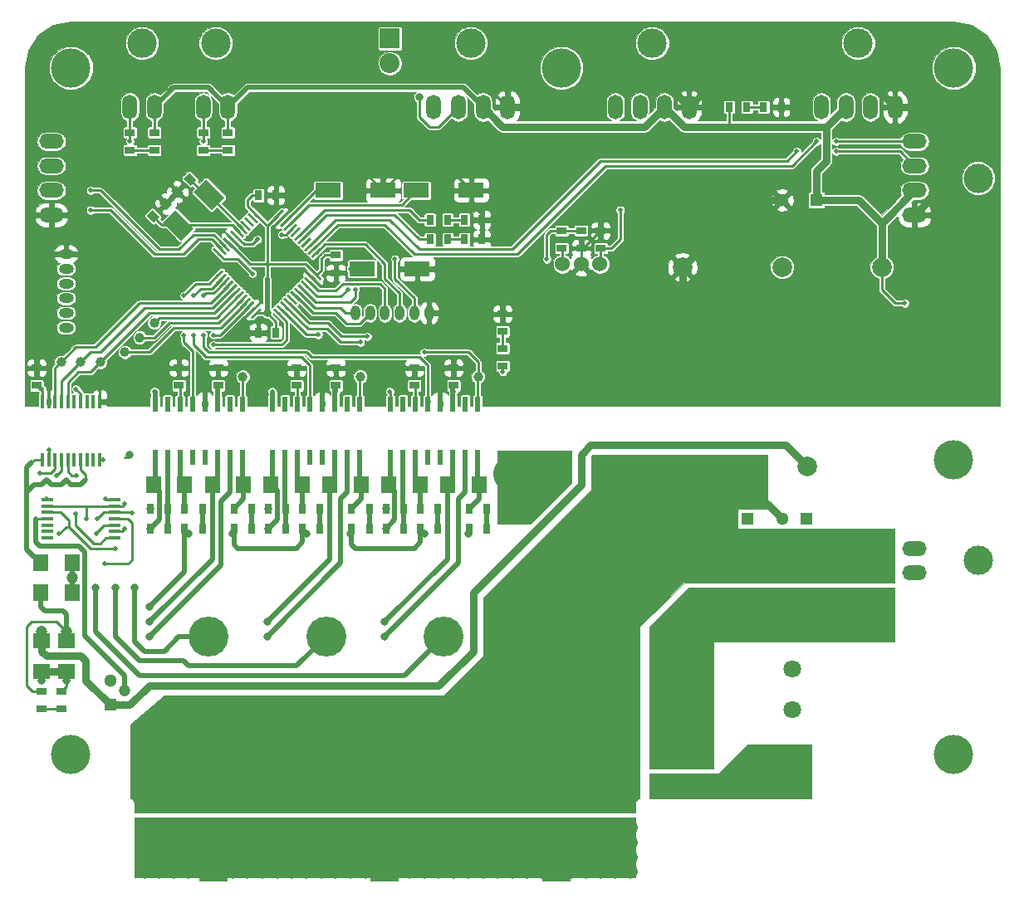
<source format=gbr>
G04 #@! TF.FileFunction,Copper,L1,Top,Signal*
%FSLAX46Y46*%
G04 Gerber Fmt 4.6, Leading zero omitted, Abs format (unit mm)*
G04 Created by KiCad (PCBNEW 4.0.6) date 04/15/17 20:26:01*
%MOMM*%
%LPD*%
G01*
G04 APERTURE LIST*
%ADD10C,0.100000*%
%ADD11C,2.000000*%
%ADD12R,1.800000X1.600000*%
%ADD13R,1.000000X0.800000*%
%ADD14R,1.600000X1.800000*%
%ADD15R,0.800000X1.000000*%
%ADD16O,1.000000X1.524000*%
%ADD17O,1.524000X1.000000*%
%ADD18C,4.064000*%
%ADD19R,2.600000X1.500000*%
%ADD20C,1.524000*%
%ADD21O,8.000000X3.500000*%
%ADD22R,0.600000X1.500000*%
%ADD23R,1.200000X0.400000*%
%ADD24C,1.300000*%
%ADD25R,1.300000X1.300000*%
%ADD26R,2.032000X2.032000*%
%ADD27O,2.032000X2.032000*%
%ADD28C,1.000000*%
%ADD29C,3.500000*%
%ADD30C,1.800000*%
%ADD31O,1.500000X2.500000*%
%ADD32C,3.000000*%
%ADD33O,2.500000X1.500000*%
%ADD34R,3.000000X6.000000*%
%ADD35R,0.450000X1.450000*%
%ADD36C,4.000000*%
%ADD37C,0.500000*%
%ADD38C,1.200000*%
%ADD39C,0.800000*%
%ADD40C,1.500000*%
%ADD41C,0.250000*%
%ADD42C,0.800000*%
%ADD43C,0.500000*%
%ADD44C,0.026000*%
G04 APERTURE END LIST*
D10*
D11*
X80040000Y-45660000D03*
X74960000Y-45660000D03*
X67340000Y-45660000D03*
X67340000Y-25340000D03*
X77500000Y-25340000D03*
X87660000Y-25340000D03*
D12*
X2000000Y-63400000D03*
X2000000Y-66600000D03*
D10*
G36*
X15934315Y-18272792D02*
X15227208Y-17565685D01*
X15792893Y-17000000D01*
X16500000Y-17707107D01*
X15934315Y-18272792D01*
X15934315Y-18272792D01*
G37*
G36*
X17207107Y-17000000D02*
X16500000Y-16292893D01*
X17065685Y-15727208D01*
X17772792Y-16434315D01*
X17207107Y-17000000D01*
X17207107Y-17000000D01*
G37*
G36*
X14565685Y-18227208D02*
X15272792Y-18934315D01*
X14707107Y-19500000D01*
X14000000Y-18792893D01*
X14565685Y-18227208D01*
X14565685Y-18227208D01*
G37*
G36*
X13292893Y-19500000D02*
X14000000Y-20207107D01*
X13434315Y-20772792D01*
X12727208Y-20065685D01*
X13292893Y-19500000D01*
X13292893Y-19500000D01*
G37*
D13*
X20000000Y-37400000D03*
X20000000Y-35600000D03*
X44000000Y-37400000D03*
X44000000Y-35600000D03*
D14*
X34600000Y-47500000D03*
X31400000Y-47500000D03*
X28600000Y-47500000D03*
X25400000Y-47500000D03*
D12*
X4500000Y-63400000D03*
X4500000Y-66600000D03*
D14*
X1900000Y-58500000D03*
X5100000Y-58500000D03*
D15*
X26900000Y-50000000D03*
X25100000Y-50000000D03*
X14900000Y-50000000D03*
X13100000Y-50000000D03*
X38900000Y-50000000D03*
X37100000Y-50000000D03*
D13*
X28000000Y-37400000D03*
X28000000Y-35600000D03*
X16000000Y-37400000D03*
X16000000Y-35600000D03*
X40000000Y-37400000D03*
X40000000Y-35600000D03*
X55000000Y-23400000D03*
X55000000Y-21600000D03*
D15*
X25100000Y-52000000D03*
X26900000Y-52000000D03*
D10*
G36*
X18772792Y-16388730D02*
X20611270Y-18227208D01*
X19338478Y-19500000D01*
X17500000Y-17661522D01*
X18772792Y-16388730D01*
X18772792Y-16388730D01*
G37*
G36*
X15661522Y-19500000D02*
X17500000Y-21338478D01*
X16227208Y-22611270D01*
X14388730Y-20772792D01*
X15661522Y-19500000D01*
X15661522Y-19500000D01*
G37*
D15*
X13100000Y-52000000D03*
X14900000Y-52000000D03*
X37100000Y-52000000D03*
X38900000Y-52000000D03*
D13*
X32000000Y-37400000D03*
X32000000Y-35600000D03*
X57000000Y-21600000D03*
X57000000Y-23400000D03*
D14*
X22600000Y-47500000D03*
X19400000Y-47500000D03*
X16600000Y-47500000D03*
X13400000Y-47500000D03*
X46600000Y-47500000D03*
X43400000Y-47500000D03*
X40600000Y-47500000D03*
X37400000Y-47500000D03*
X1900000Y-55500000D03*
X5100000Y-55500000D03*
D15*
X33600000Y-50000000D03*
X35400000Y-50000000D03*
X28600000Y-50000000D03*
X30400000Y-50000000D03*
X21600000Y-50000000D03*
X23400000Y-50000000D03*
X16600000Y-50000000D03*
X18400000Y-50000000D03*
X45600000Y-50000000D03*
X47400000Y-50000000D03*
X40600000Y-50000000D03*
X42400000Y-50000000D03*
D16*
X41500000Y-30000000D03*
X40000000Y-30000000D03*
X38500000Y-30000000D03*
X37000000Y-30000000D03*
X35500000Y-30000000D03*
X34000000Y-30000000D03*
D17*
X4500000Y-24000000D03*
X4500000Y-25500000D03*
X4500000Y-27000000D03*
X4500000Y-28500000D03*
X4500000Y-30000000D03*
X4500000Y-31500000D03*
D18*
X31000000Y-63000000D03*
X19000000Y-63000000D03*
X43000000Y-63000000D03*
D15*
X33600000Y-52000000D03*
X35400000Y-52000000D03*
X28600000Y-52000000D03*
X30400000Y-52000000D03*
X21600000Y-52000000D03*
X23400000Y-52000000D03*
X16600000Y-52000000D03*
X18400000Y-52000000D03*
X45600000Y-52000000D03*
X47400000Y-52000000D03*
X40600000Y-52000000D03*
X42400000Y-52000000D03*
D19*
X40300000Y-25500000D03*
X34700000Y-25500000D03*
D10*
G36*
X23320621Y-19608311D02*
X23497398Y-19431534D01*
X24416637Y-20350773D01*
X24239860Y-20527550D01*
X23320621Y-19608311D01*
X23320621Y-19608311D01*
G37*
G36*
X22967068Y-19961864D02*
X23143845Y-19785087D01*
X24063084Y-20704326D01*
X23886307Y-20881103D01*
X22967068Y-19961864D01*
X22967068Y-19961864D01*
G37*
G36*
X22613514Y-20315418D02*
X22790291Y-20138641D01*
X23709530Y-21057880D01*
X23532753Y-21234657D01*
X22613514Y-20315418D01*
X22613514Y-20315418D01*
G37*
G36*
X22259961Y-20668971D02*
X22436738Y-20492194D01*
X23355977Y-21411433D01*
X23179200Y-21588210D01*
X22259961Y-20668971D01*
X22259961Y-20668971D01*
G37*
G36*
X21906408Y-21022524D02*
X22083185Y-20845747D01*
X23002424Y-21764986D01*
X22825647Y-21941763D01*
X21906408Y-21022524D01*
X21906408Y-21022524D01*
G37*
G36*
X21552854Y-21376078D02*
X21729631Y-21199301D01*
X22648870Y-22118540D01*
X22472093Y-22295317D01*
X21552854Y-21376078D01*
X21552854Y-21376078D01*
G37*
G36*
X21199301Y-21729631D02*
X21376078Y-21552854D01*
X22295317Y-22472093D01*
X22118540Y-22648870D01*
X21199301Y-21729631D01*
X21199301Y-21729631D01*
G37*
G36*
X20845747Y-22083185D02*
X21022524Y-21906408D01*
X21941763Y-22825647D01*
X21764986Y-23002424D01*
X20845747Y-22083185D01*
X20845747Y-22083185D01*
G37*
G36*
X20492194Y-22436738D02*
X20668971Y-22259961D01*
X21588210Y-23179200D01*
X21411433Y-23355977D01*
X20492194Y-22436738D01*
X20492194Y-22436738D01*
G37*
G36*
X20138641Y-22790291D02*
X20315418Y-22613514D01*
X21234657Y-23532753D01*
X21057880Y-23709530D01*
X20138641Y-22790291D01*
X20138641Y-22790291D01*
G37*
G36*
X19785087Y-23143845D02*
X19961864Y-22967068D01*
X20881103Y-23886307D01*
X20704326Y-24063084D01*
X19785087Y-23143845D01*
X19785087Y-23143845D01*
G37*
G36*
X19431534Y-23497398D02*
X19608311Y-23320621D01*
X20527550Y-24239860D01*
X20350773Y-24416637D01*
X19431534Y-23497398D01*
X19431534Y-23497398D01*
G37*
G36*
X19608311Y-26679379D02*
X19431534Y-26502602D01*
X20350773Y-25583363D01*
X20527550Y-25760140D01*
X19608311Y-26679379D01*
X19608311Y-26679379D01*
G37*
G36*
X19961864Y-27032932D02*
X19785087Y-26856155D01*
X20704326Y-25936916D01*
X20881103Y-26113693D01*
X19961864Y-27032932D01*
X19961864Y-27032932D01*
G37*
G36*
X20315418Y-27386486D02*
X20138641Y-27209709D01*
X21057880Y-26290470D01*
X21234657Y-26467247D01*
X20315418Y-27386486D01*
X20315418Y-27386486D01*
G37*
G36*
X20668971Y-27740039D02*
X20492194Y-27563262D01*
X21411433Y-26644023D01*
X21588210Y-26820800D01*
X20668971Y-27740039D01*
X20668971Y-27740039D01*
G37*
G36*
X21022524Y-28093592D02*
X20845747Y-27916815D01*
X21764986Y-26997576D01*
X21941763Y-27174353D01*
X21022524Y-28093592D01*
X21022524Y-28093592D01*
G37*
G36*
X21376078Y-28447146D02*
X21199301Y-28270369D01*
X22118540Y-27351130D01*
X22295317Y-27527907D01*
X21376078Y-28447146D01*
X21376078Y-28447146D01*
G37*
G36*
X21729631Y-28800699D02*
X21552854Y-28623922D01*
X22472093Y-27704683D01*
X22648870Y-27881460D01*
X21729631Y-28800699D01*
X21729631Y-28800699D01*
G37*
G36*
X22083185Y-29154253D02*
X21906408Y-28977476D01*
X22825647Y-28058237D01*
X23002424Y-28235014D01*
X22083185Y-29154253D01*
X22083185Y-29154253D01*
G37*
G36*
X22436738Y-29507806D02*
X22259961Y-29331029D01*
X23179200Y-28411790D01*
X23355977Y-28588567D01*
X22436738Y-29507806D01*
X22436738Y-29507806D01*
G37*
G36*
X22790291Y-29861359D02*
X22613514Y-29684582D01*
X23532753Y-28765343D01*
X23709530Y-28942120D01*
X22790291Y-29861359D01*
X22790291Y-29861359D01*
G37*
G36*
X23143845Y-30214913D02*
X22967068Y-30038136D01*
X23886307Y-29118897D01*
X24063084Y-29295674D01*
X23143845Y-30214913D01*
X23143845Y-30214913D01*
G37*
G36*
X23497398Y-30568466D02*
X23320621Y-30391689D01*
X24239860Y-29472450D01*
X24416637Y-29649227D01*
X23497398Y-30568466D01*
X23497398Y-30568466D01*
G37*
G36*
X25583363Y-29649227D02*
X25760140Y-29472450D01*
X26679379Y-30391689D01*
X26502602Y-30568466D01*
X25583363Y-29649227D01*
X25583363Y-29649227D01*
G37*
G36*
X25936916Y-29295674D02*
X26113693Y-29118897D01*
X27032932Y-30038136D01*
X26856155Y-30214913D01*
X25936916Y-29295674D01*
X25936916Y-29295674D01*
G37*
G36*
X26290470Y-28942120D02*
X26467247Y-28765343D01*
X27386486Y-29684582D01*
X27209709Y-29861359D01*
X26290470Y-28942120D01*
X26290470Y-28942120D01*
G37*
G36*
X26644023Y-28588567D02*
X26820800Y-28411790D01*
X27740039Y-29331029D01*
X27563262Y-29507806D01*
X26644023Y-28588567D01*
X26644023Y-28588567D01*
G37*
G36*
X26997576Y-28235014D02*
X27174353Y-28058237D01*
X28093592Y-28977476D01*
X27916815Y-29154253D01*
X26997576Y-28235014D01*
X26997576Y-28235014D01*
G37*
G36*
X27351130Y-27881460D02*
X27527907Y-27704683D01*
X28447146Y-28623922D01*
X28270369Y-28800699D01*
X27351130Y-27881460D01*
X27351130Y-27881460D01*
G37*
G36*
X27704683Y-27527907D02*
X27881460Y-27351130D01*
X28800699Y-28270369D01*
X28623922Y-28447146D01*
X27704683Y-27527907D01*
X27704683Y-27527907D01*
G37*
G36*
X28058237Y-27174353D02*
X28235014Y-26997576D01*
X29154253Y-27916815D01*
X28977476Y-28093592D01*
X28058237Y-27174353D01*
X28058237Y-27174353D01*
G37*
G36*
X28411790Y-26820800D02*
X28588567Y-26644023D01*
X29507806Y-27563262D01*
X29331029Y-27740039D01*
X28411790Y-26820800D01*
X28411790Y-26820800D01*
G37*
G36*
X28765343Y-26467247D02*
X28942120Y-26290470D01*
X29861359Y-27209709D01*
X29684582Y-27386486D01*
X28765343Y-26467247D01*
X28765343Y-26467247D01*
G37*
G36*
X29118897Y-26113693D02*
X29295674Y-25936916D01*
X30214913Y-26856155D01*
X30038136Y-27032932D01*
X29118897Y-26113693D01*
X29118897Y-26113693D01*
G37*
G36*
X29472450Y-25760140D02*
X29649227Y-25583363D01*
X30568466Y-26502602D01*
X30391689Y-26679379D01*
X29472450Y-25760140D01*
X29472450Y-25760140D01*
G37*
G36*
X29649227Y-24416637D02*
X29472450Y-24239860D01*
X30391689Y-23320621D01*
X30568466Y-23497398D01*
X29649227Y-24416637D01*
X29649227Y-24416637D01*
G37*
G36*
X29295674Y-24063084D02*
X29118897Y-23886307D01*
X30038136Y-22967068D01*
X30214913Y-23143845D01*
X29295674Y-24063084D01*
X29295674Y-24063084D01*
G37*
G36*
X28942120Y-23709530D02*
X28765343Y-23532753D01*
X29684582Y-22613514D01*
X29861359Y-22790291D01*
X28942120Y-23709530D01*
X28942120Y-23709530D01*
G37*
G36*
X28588567Y-23355977D02*
X28411790Y-23179200D01*
X29331029Y-22259961D01*
X29507806Y-22436738D01*
X28588567Y-23355977D01*
X28588567Y-23355977D01*
G37*
G36*
X28235014Y-23002424D02*
X28058237Y-22825647D01*
X28977476Y-21906408D01*
X29154253Y-22083185D01*
X28235014Y-23002424D01*
X28235014Y-23002424D01*
G37*
G36*
X27881460Y-22648870D02*
X27704683Y-22472093D01*
X28623922Y-21552854D01*
X28800699Y-21729631D01*
X27881460Y-22648870D01*
X27881460Y-22648870D01*
G37*
G36*
X27527907Y-22295317D02*
X27351130Y-22118540D01*
X28270369Y-21199301D01*
X28447146Y-21376078D01*
X27527907Y-22295317D01*
X27527907Y-22295317D01*
G37*
G36*
X27174353Y-21941763D02*
X26997576Y-21764986D01*
X27916815Y-20845747D01*
X28093592Y-21022524D01*
X27174353Y-21941763D01*
X27174353Y-21941763D01*
G37*
G36*
X26820800Y-21588210D02*
X26644023Y-21411433D01*
X27563262Y-20492194D01*
X27740039Y-20668971D01*
X26820800Y-21588210D01*
X26820800Y-21588210D01*
G37*
G36*
X26467247Y-21234657D02*
X26290470Y-21057880D01*
X27209709Y-20138641D01*
X27386486Y-20315418D01*
X26467247Y-21234657D01*
X26467247Y-21234657D01*
G37*
G36*
X26113693Y-20881103D02*
X25936916Y-20704326D01*
X26856155Y-19785087D01*
X27032932Y-19961864D01*
X26113693Y-20881103D01*
X26113693Y-20881103D01*
G37*
G36*
X25760140Y-20527550D02*
X25583363Y-20350773D01*
X26502602Y-19431534D01*
X26679379Y-19608311D01*
X25760140Y-20527550D01*
X25760140Y-20527550D01*
G37*
D20*
X58910000Y-25000000D03*
X57000000Y-25000000D03*
X55090000Y-25000000D03*
D21*
X52000000Y-46400000D03*
X62000000Y-46400000D03*
D22*
X34445000Y-39300000D03*
X33175000Y-39300000D03*
X31905000Y-39300000D03*
X30635000Y-39300000D03*
X29365000Y-39300000D03*
X28095000Y-39300000D03*
X26825000Y-39300000D03*
X25555000Y-39300000D03*
X25555000Y-44700000D03*
X26825000Y-44700000D03*
X28095000Y-44700000D03*
X29365000Y-44700000D03*
X30635000Y-44700000D03*
X31905000Y-44700000D03*
X33175000Y-44700000D03*
X34445000Y-44700000D03*
X22445000Y-39300000D03*
X21175000Y-39300000D03*
X19905000Y-39300000D03*
X18635000Y-39300000D03*
X17365000Y-39300000D03*
X16095000Y-39300000D03*
X14825000Y-39300000D03*
X13555000Y-39300000D03*
X13555000Y-44700000D03*
X14825000Y-44700000D03*
X16095000Y-44700000D03*
X17365000Y-44700000D03*
X18635000Y-44700000D03*
X19905000Y-44700000D03*
X21175000Y-44700000D03*
X22445000Y-44700000D03*
X46445000Y-39300000D03*
X45175000Y-39300000D03*
X43905000Y-39300000D03*
X42635000Y-39300000D03*
X41365000Y-39300000D03*
X40095000Y-39300000D03*
X38825000Y-39300000D03*
X37555000Y-39300000D03*
X37555000Y-44700000D03*
X38825000Y-44700000D03*
X40095000Y-44700000D03*
X41365000Y-44700000D03*
X42635000Y-44700000D03*
X43905000Y-44700000D03*
X45175000Y-44700000D03*
X46445000Y-44700000D03*
D23*
X2550000Y-49050000D03*
X2550000Y-49700000D03*
X2550000Y-50350000D03*
X2550000Y-51000000D03*
X2550000Y-51650000D03*
X2550000Y-52300000D03*
X2550000Y-52950000D03*
X9450000Y-52950000D03*
X9450000Y-52300000D03*
X9450000Y-51650000D03*
X9450000Y-51000000D03*
X9450000Y-50350000D03*
X9450000Y-49700000D03*
X9450000Y-49050000D03*
D24*
X9000000Y-67500000D03*
D25*
X9000000Y-70000000D03*
D26*
X37500000Y-2000000D03*
D27*
X37500000Y-4540000D03*
D19*
X45800000Y-17500000D03*
X40200000Y-17500000D03*
X36800000Y-17500000D03*
X31200000Y-17500000D03*
D13*
X49000000Y-31900000D03*
X49000000Y-30100000D03*
D15*
X45100000Y-20500000D03*
X46900000Y-20500000D03*
X45100000Y-22500000D03*
X46900000Y-22500000D03*
D13*
X1500000Y-37400000D03*
X1500000Y-35600000D03*
D15*
X25900000Y-32000000D03*
X24100000Y-32000000D03*
X24100000Y-18000000D03*
X25900000Y-18000000D03*
D13*
X32000000Y-24100000D03*
X32000000Y-25900000D03*
D15*
X75600000Y-9000000D03*
X77400000Y-9000000D03*
D13*
X4000000Y-70400000D03*
X4000000Y-68600000D03*
D28*
X13500000Y-31000000D03*
X12000000Y-32500000D03*
X10500000Y-34000000D03*
X4000000Y-35000000D03*
X6000000Y-35000000D03*
X8000000Y-35000000D03*
X34500000Y-36500000D03*
X22500000Y-36500000D03*
X46500000Y-36500000D03*
D18*
X87000000Y-55500000D03*
X87000000Y-61000000D03*
D29*
X78500000Y-76500000D03*
D30*
X78500000Y-66300000D03*
X78500000Y-70500000D03*
D29*
X80700000Y-60500000D03*
X66400000Y-74200000D03*
X66400000Y-63200000D03*
D13*
X13500000Y-11600000D03*
X13500000Y-13400000D03*
X21000000Y-11600000D03*
X21000000Y-13400000D03*
X49000000Y-35400000D03*
X49000000Y-33600000D03*
D15*
X41600000Y-20500000D03*
X43400000Y-20500000D03*
X41600000Y-22500000D03*
X43400000Y-22500000D03*
X72100000Y-9000000D03*
X73900000Y-9000000D03*
D13*
X2000000Y-68600000D03*
X2000000Y-70400000D03*
X11000000Y-13400000D03*
X11000000Y-11600000D03*
X18500000Y-13400000D03*
X18500000Y-11600000D03*
D31*
X89000000Y-9000000D03*
X86500000Y-9000000D03*
X84000000Y-9000000D03*
X81500000Y-9000000D03*
D32*
X85250000Y-2500000D03*
D24*
X77500000Y-18500000D03*
D25*
X81000000Y-18500000D03*
X80000000Y-51000000D03*
D24*
X77500000Y-51000000D03*
D25*
X74000000Y-51000000D03*
D24*
X71500000Y-51000000D03*
D31*
X49500000Y-9000000D03*
X47000000Y-9000000D03*
X44500000Y-9000000D03*
X42000000Y-9000000D03*
D32*
X45750000Y-2500000D03*
D31*
X68000000Y-9000000D03*
X65500000Y-9000000D03*
X63000000Y-9000000D03*
X60500000Y-9000000D03*
D32*
X64250000Y-2500000D03*
D33*
X91000000Y-20000000D03*
X91000000Y-17500000D03*
X91000000Y-15000000D03*
X91000000Y-12500000D03*
D32*
X97500000Y-16250000D03*
D33*
X3000000Y-12500000D03*
X3000000Y-15000000D03*
X3000000Y-17500000D03*
X3000000Y-20000000D03*
D13*
X59000000Y-23400000D03*
X59000000Y-21600000D03*
D34*
X54500000Y-85000000D03*
X54500000Y-72000000D03*
X37000000Y-85000000D03*
X37000000Y-72000000D03*
X19500000Y-85000000D03*
X19500000Y-72000000D03*
D35*
X2075000Y-44950000D03*
X2725000Y-44950000D03*
X3375000Y-44950000D03*
X4025000Y-44950000D03*
X4675000Y-44950000D03*
X5325000Y-44950000D03*
X5975000Y-44950000D03*
X6625000Y-44950000D03*
X7275000Y-44950000D03*
X7925000Y-44950000D03*
X7925000Y-39050000D03*
X7275000Y-39050000D03*
X6625000Y-39050000D03*
X5975000Y-39050000D03*
X5325000Y-39050000D03*
X4675000Y-39050000D03*
X4025000Y-39050000D03*
X3375000Y-39050000D03*
X2725000Y-39050000D03*
X2075000Y-39050000D03*
D33*
X91000000Y-56500000D03*
X91000000Y-54000000D03*
D32*
X97500000Y-55250000D03*
D31*
X13500000Y-9000000D03*
X11000000Y-9000000D03*
D32*
X12250000Y-2500000D03*
D31*
X21000000Y-9000000D03*
X18500000Y-9000000D03*
D32*
X19750000Y-2500000D03*
D36*
X95000000Y-5000000D03*
X55000000Y-5000000D03*
X95000000Y-45000000D03*
X5000000Y-5000000D03*
X95000000Y-75000000D03*
X5000000Y-75000000D03*
D37*
X7000000Y-37000000D03*
X2750000Y-37000000D03*
D38*
X73000000Y-38500000D03*
D37*
X23000000Y-6000000D03*
D38*
X52000000Y-32500000D03*
X62000000Y-32500000D03*
D37*
X49000000Y-29500000D03*
X44000000Y-36000000D03*
X24400000Y-25600000D03*
X24400000Y-24400000D03*
X25600000Y-24400000D03*
X25600000Y-25600000D03*
X40000000Y-36000000D03*
X32000000Y-36000000D03*
X28000000Y-36000000D03*
X20000000Y-36000000D03*
X16000000Y-36000000D03*
D39*
X25000000Y-63000000D03*
X25100000Y-50000000D03*
X13000000Y-63000000D03*
X13100000Y-50000000D03*
X37000000Y-63000000D03*
X37100000Y-50000000D03*
D40*
X12500000Y-82500000D03*
X12500000Y-84000000D03*
X12500000Y-85500000D03*
X12500000Y-87000000D03*
X30500000Y-87000000D03*
X29000000Y-87000000D03*
X27500000Y-87000000D03*
X26000000Y-87000000D03*
X24500000Y-87000000D03*
X23000000Y-87000000D03*
X21500000Y-87000000D03*
X20000000Y-87000000D03*
X18500000Y-87000000D03*
X17000000Y-87000000D03*
X15500000Y-87000000D03*
X14000000Y-87000000D03*
X45500000Y-87000000D03*
X44000000Y-87000000D03*
X42500000Y-87000000D03*
X41000000Y-87000000D03*
X39500000Y-87000000D03*
X38000000Y-87000000D03*
X36500000Y-87000000D03*
X35000000Y-87000000D03*
X33500000Y-87000000D03*
X32000000Y-87000000D03*
X62000000Y-87000000D03*
X60500000Y-87000000D03*
X59000000Y-87000000D03*
X57500000Y-87000000D03*
X56000000Y-87000000D03*
X54500000Y-87000000D03*
X53000000Y-87000000D03*
X51500000Y-87000000D03*
X50000000Y-87000000D03*
X48500000Y-87000000D03*
X47000000Y-87000000D03*
X59000000Y-84000000D03*
X60500000Y-84000000D03*
X62000000Y-84000000D03*
X45500000Y-84000000D03*
X47000000Y-84000000D03*
X48500000Y-84000000D03*
X50000000Y-84000000D03*
X51500000Y-84000000D03*
X53000000Y-84000000D03*
X54500000Y-84000000D03*
X56000000Y-84000000D03*
X57500000Y-84000000D03*
X29000000Y-84000000D03*
X30500000Y-84000000D03*
X32000000Y-84000000D03*
X33500000Y-84000000D03*
X35000000Y-84000000D03*
X36500000Y-84000000D03*
X38000000Y-84000000D03*
X39500000Y-84000000D03*
X41000000Y-84000000D03*
X42500000Y-84000000D03*
X44000000Y-84000000D03*
X27500000Y-84000000D03*
X14000000Y-84000000D03*
X15500000Y-84000000D03*
X17000000Y-84000000D03*
X18500000Y-84000000D03*
X20000000Y-84000000D03*
X21500000Y-84000000D03*
X23000000Y-84000000D03*
X24500000Y-84000000D03*
X26000000Y-84000000D03*
X26000000Y-85500000D03*
X24500000Y-85500000D03*
X23000000Y-85500000D03*
X21500000Y-85500000D03*
X20000000Y-85500000D03*
X18500000Y-85500000D03*
X17000000Y-85500000D03*
X15500000Y-85500000D03*
X14000000Y-85500000D03*
X38000000Y-85500000D03*
X36500000Y-85500000D03*
X35000000Y-85500000D03*
X33500000Y-85500000D03*
X32000000Y-85500000D03*
X30500000Y-85500000D03*
X29000000Y-85500000D03*
X27500000Y-85500000D03*
X50000000Y-85500000D03*
X48500000Y-85500000D03*
X47000000Y-85500000D03*
X45500000Y-85500000D03*
X44000000Y-85500000D03*
X42500000Y-85500000D03*
X41000000Y-85500000D03*
X39500000Y-85500000D03*
X62000000Y-85500000D03*
X60500000Y-85500000D03*
X59000000Y-85500000D03*
X57500000Y-85500000D03*
X56000000Y-85500000D03*
X54500000Y-85500000D03*
X53000000Y-85500000D03*
X51500000Y-85500000D03*
X47000000Y-82500000D03*
X48500000Y-82500000D03*
X50000000Y-82500000D03*
X51500000Y-82500000D03*
X53000000Y-82500000D03*
X54500000Y-82500000D03*
X56000000Y-82500000D03*
X57500000Y-82500000D03*
X59000000Y-82500000D03*
X60500000Y-82500000D03*
X62000000Y-82500000D03*
X45500000Y-82500000D03*
X44000000Y-82500000D03*
X42500000Y-82500000D03*
X41000000Y-82500000D03*
X39500000Y-82500000D03*
X38000000Y-82500000D03*
X26000000Y-82500000D03*
X27500000Y-82500000D03*
X29000000Y-82500000D03*
X30500000Y-82500000D03*
X32000000Y-82500000D03*
X33500000Y-82500000D03*
X35000000Y-82500000D03*
X20000000Y-82500000D03*
X21500000Y-82500000D03*
X23000000Y-82500000D03*
X24500000Y-82500000D03*
X36500000Y-82500000D03*
X14000000Y-82500000D03*
X18500000Y-82500000D03*
X17000000Y-82500000D03*
X15500000Y-82500000D03*
D38*
X10500000Y-68500000D03*
D37*
X2000000Y-37750000D03*
X5500000Y-37750000D03*
X61000000Y-19500000D03*
X38000000Y-24500000D03*
X25000000Y-25000000D03*
X25000000Y-26500000D03*
D39*
X25000000Y-30000000D03*
D37*
X49000000Y-36000000D03*
X44000000Y-38000000D03*
X37500000Y-38000000D03*
X32000000Y-38000000D03*
X25500000Y-38000000D03*
X13500000Y-38000000D03*
X19905000Y-38000000D03*
X23500000Y-26000000D03*
X53500000Y-24500000D03*
D39*
X37000000Y-61500000D03*
X7500000Y-58000000D03*
D37*
X8250000Y-45000000D03*
X2750000Y-44000000D03*
D39*
X4500000Y-67500000D03*
X2000000Y-67500000D03*
X11000000Y-44500000D03*
D37*
X8400000Y-55600000D03*
D38*
X5099820Y-57000000D03*
D39*
X13100000Y-52000000D03*
X25100000Y-52000000D03*
X37100000Y-52000000D03*
X25000000Y-61500000D03*
X9500000Y-58000000D03*
X11500000Y-58000000D03*
X13000000Y-61500000D03*
D38*
X1900000Y-58500000D03*
D39*
X13000000Y-60000000D03*
D38*
X4500000Y-62500000D03*
D39*
X21500000Y-52500000D03*
X17000000Y-52500000D03*
X33500000Y-52500000D03*
X29000000Y-52500000D03*
X45500000Y-52500000D03*
X41000000Y-52500000D03*
D37*
X4500000Y-47000000D03*
X2500000Y-47000000D03*
X6500000Y-47000000D03*
D38*
X1900000Y-55500000D03*
D37*
X90000000Y-29000000D03*
D39*
X40500000Y-8000000D03*
D37*
X33500000Y-25500000D03*
X24000000Y-22500000D03*
X26500000Y-22000000D03*
X6600000Y-51000000D03*
X10500000Y-52000000D03*
X10500000Y-49500000D03*
X35200000Y-32400000D03*
X41000000Y-34000000D03*
X34500000Y-33000000D03*
X30200000Y-32200000D03*
X34000000Y-27600000D03*
X33200000Y-27600000D03*
X18500000Y-32250000D03*
X18500000Y-28250000D03*
X17500000Y-32250000D03*
X17500000Y-28250000D03*
X16500000Y-28250000D03*
X16500000Y-32250000D03*
X7000000Y-19500000D03*
X7000000Y-17500000D03*
X11000000Y-12500000D03*
X18500000Y-12500000D03*
X19500000Y-33250000D03*
X83000000Y-12500000D03*
X81000000Y-12500000D03*
X79000000Y-13500000D03*
X83000000Y-13500000D03*
D40*
X66500000Y-56500000D03*
X68000000Y-56500000D03*
X69500000Y-56500000D03*
X71000000Y-56500000D03*
X72500000Y-56500000D03*
X74000000Y-56500000D03*
X75500000Y-56500000D03*
X77000000Y-56500000D03*
X78500000Y-56500000D03*
X80000000Y-56500000D03*
X81500000Y-56500000D03*
X84500000Y-56500000D03*
X83000000Y-56500000D03*
X51500000Y-56500000D03*
X53000000Y-55000000D03*
X54500000Y-53500000D03*
X56000000Y-52000000D03*
X57500000Y-50500000D03*
X59000000Y-49000000D03*
X62000000Y-71500000D03*
X62000000Y-70000000D03*
X62000000Y-68500000D03*
X62000000Y-67000000D03*
X62000000Y-65500000D03*
X62000000Y-64000000D03*
X62000000Y-62500000D03*
X62000000Y-61000000D03*
X63500000Y-59500000D03*
X65000000Y-58000000D03*
X50000000Y-71500000D03*
X50000000Y-70000000D03*
X50000000Y-68500000D03*
X50000000Y-67000000D03*
X50000000Y-65500000D03*
X50000000Y-64000000D03*
X50000000Y-62500000D03*
X50000000Y-61000000D03*
X50000000Y-59500000D03*
X50000000Y-58000000D03*
X62000000Y-74500000D03*
X60500000Y-74500000D03*
X59000000Y-74500000D03*
X57500000Y-74500000D03*
X56000000Y-74500000D03*
X54500000Y-74500000D03*
X53000000Y-74500000D03*
X51500000Y-74500000D03*
X50000000Y-74500000D03*
X50000000Y-73000000D03*
X51500000Y-73000000D03*
X53000000Y-73000000D03*
X54500000Y-73000000D03*
X56000000Y-73000000D03*
X57500000Y-73000000D03*
X59000000Y-73000000D03*
X60500000Y-73000000D03*
X62000000Y-73000000D03*
D38*
X2000000Y-62500000D03*
D37*
X19500000Y-32250000D03*
X1800000Y-46300000D03*
X5550000Y-46550000D03*
X3550000Y-46550000D03*
X5500000Y-50500000D03*
X8500000Y-49000000D03*
X2500000Y-49000000D03*
X7600000Y-52500000D03*
X11200000Y-50400000D03*
X7700000Y-51000000D03*
X3800000Y-52500000D03*
X9500000Y-54000000D03*
D41*
X7925000Y-39050000D02*
X7925000Y-37925000D01*
X7925000Y-37925000D02*
X7000000Y-37000000D01*
X2750000Y-37000000D02*
X2725000Y-37000000D01*
X2725000Y-37000000D02*
X2750000Y-37000000D01*
X2750000Y-37000000D02*
X2725000Y-37000000D01*
X1500000Y-35600000D02*
X2350000Y-35600000D01*
X2725000Y-35975000D02*
X2725000Y-37000000D01*
X2725000Y-37000000D02*
X2725000Y-39050000D01*
X2350000Y-35600000D02*
X2725000Y-35975000D01*
X36800000Y-17500000D02*
X35300000Y-16000000D01*
X29000000Y-16000000D02*
X27000000Y-18000000D01*
X35300000Y-16000000D02*
X29000000Y-16000000D01*
X36800000Y-17500000D02*
X38300000Y-16000000D01*
X44300000Y-16000000D02*
X45800000Y-17500000D01*
X38300000Y-16000000D02*
X44300000Y-16000000D01*
X46900000Y-20500000D02*
X46900000Y-19900000D01*
X45800000Y-18800000D02*
X45800000Y-17500000D01*
X46900000Y-19900000D02*
X45800000Y-18800000D01*
X46900000Y-20500000D02*
X46900000Y-22500000D01*
D42*
X67340000Y-25340000D02*
X74180000Y-18500000D01*
X74180000Y-18500000D02*
X77500000Y-18500000D01*
X73000000Y-35820000D02*
X67340000Y-30160000D01*
X73000000Y-38500000D02*
X73000000Y-35820000D01*
D41*
X46500000Y-6000000D02*
X49500000Y-9000000D01*
X23000000Y-6000000D02*
X46500000Y-6000000D01*
D42*
X62000000Y-32500000D02*
X65000000Y-32500000D01*
X67340000Y-30160000D02*
X67340000Y-25340000D01*
X65000000Y-32500000D02*
X67340000Y-30160000D01*
D41*
X57000000Y-23400000D02*
X57200000Y-23400000D01*
X57200000Y-23400000D02*
X59000000Y-21600000D01*
X14636396Y-18863604D02*
X15863604Y-17636396D01*
X40300000Y-25500000D02*
X40300000Y-27800000D01*
X41500000Y-29000000D02*
X41500000Y-30000000D01*
X40300000Y-27800000D02*
X41500000Y-29000000D01*
X77400000Y-9000000D02*
X77400000Y-7000000D01*
X77400000Y-7000000D02*
X77500000Y-7000000D01*
D42*
X68000000Y-9000000D02*
X66000000Y-7000000D01*
X56500000Y-9000000D02*
X49500000Y-9000000D01*
X58500000Y-7000000D02*
X56500000Y-9000000D01*
X66000000Y-7000000D02*
X58500000Y-7000000D01*
X91000000Y-20000000D02*
X93000000Y-18000000D01*
X91000000Y-9000000D02*
X89000000Y-9000000D01*
X93000000Y-11000000D02*
X91000000Y-9000000D01*
X93000000Y-18000000D02*
X93000000Y-11000000D01*
X89000000Y-9000000D02*
X87000000Y-7000000D01*
X70000000Y-7000000D02*
X68000000Y-9000000D01*
X77500000Y-7000000D02*
X70000000Y-7000000D01*
X87000000Y-7000000D02*
X77500000Y-7000000D01*
X52000000Y-32500000D02*
X62000000Y-32500000D01*
D41*
X57000000Y-25000000D02*
X57000000Y-23400000D01*
X49000000Y-30100000D02*
X49000000Y-29500000D01*
X44000000Y-36000000D02*
X44000000Y-35600000D01*
X29666905Y-26484924D02*
X30381981Y-27200000D01*
X31600000Y-27200000D02*
X32000000Y-26800000D01*
X30381981Y-27200000D02*
X31600000Y-27200000D01*
X26484924Y-20333095D02*
X27500000Y-19318019D01*
X27500000Y-18500000D02*
X27000000Y-18000000D01*
X27500000Y-19318019D02*
X27500000Y-18500000D01*
X27000000Y-18000000D02*
X25900000Y-18000000D01*
X32000000Y-26800000D02*
X32000000Y-25900000D01*
X24100000Y-32000000D02*
X23000000Y-32000000D01*
X22500000Y-30681981D02*
X23515076Y-29666905D01*
X22500000Y-31500000D02*
X22500000Y-30681981D01*
X23000000Y-32000000D02*
X22500000Y-31500000D01*
X24400000Y-28781981D02*
X23515076Y-29666905D01*
X24400000Y-28781981D02*
X24400000Y-25600000D01*
X23339339Y-24400000D02*
X24400000Y-24400000D01*
X23339339Y-24400000D02*
X21393755Y-22454416D01*
X25600000Y-21218019D02*
X25600000Y-24400000D01*
X26484924Y-20333095D02*
X25600000Y-21218019D01*
X28781981Y-25600000D02*
X25600000Y-25600000D01*
X28781981Y-25600000D02*
X29666905Y-26484924D01*
D43*
X42635000Y-39300000D02*
X42635000Y-35865000D01*
X42635000Y-35865000D02*
X42900000Y-35600000D01*
X42900000Y-35600000D02*
X44000000Y-35600000D01*
D41*
X40000000Y-35600000D02*
X40000000Y-36000000D01*
D43*
X30635000Y-39300000D02*
X30635000Y-35865000D01*
X30900000Y-35600000D02*
X32000000Y-35600000D01*
X30635000Y-35865000D02*
X30900000Y-35600000D01*
X18635000Y-39300000D02*
X18635000Y-35865000D01*
X18900000Y-35600000D02*
X20000000Y-35600000D01*
X18635000Y-35865000D02*
X18900000Y-35600000D01*
D41*
X32000000Y-35600000D02*
X32000000Y-36000000D01*
X28000000Y-35600000D02*
X28000000Y-36000000D01*
X20000000Y-35600000D02*
X20000000Y-36000000D01*
X16000000Y-35600000D02*
X16000000Y-36000000D01*
X17136396Y-16363604D02*
X18717157Y-17944365D01*
X18717157Y-17944365D02*
X19055635Y-17944365D01*
X19055635Y-17944365D02*
X19055635Y-17994974D01*
X19055635Y-17994974D02*
X22454416Y-21393755D01*
X13363604Y-20136396D02*
X14282843Y-21055635D01*
X14282843Y-21055635D02*
X15944365Y-21055635D01*
X15944365Y-21055635D02*
X21479898Y-21055635D01*
X21479898Y-21055635D02*
X22136217Y-21711954D01*
X22136217Y-21711954D02*
X22100862Y-21747309D01*
D43*
X16600000Y-50000000D02*
X16600000Y-47500000D01*
X16095000Y-44700000D02*
X16095000Y-46995000D01*
X16095000Y-46995000D02*
X16600000Y-47500000D01*
X32500000Y-55500000D02*
X32500000Y-49000000D01*
X25000000Y-63000000D02*
X32500000Y-55500000D01*
X32500000Y-49000000D02*
X33175000Y-48325000D01*
X33175000Y-48325000D02*
X33175000Y-44700000D01*
X26900000Y-50000000D02*
X26900000Y-52000000D01*
X26825000Y-44700000D02*
X26825000Y-49925000D01*
X26825000Y-49925000D02*
X26900000Y-50000000D01*
X20250000Y-55750000D02*
X20250000Y-49250000D01*
X13000000Y-63000000D02*
X20250000Y-55750000D01*
X21175000Y-48325000D02*
X21175000Y-44700000D01*
X20250000Y-49250000D02*
X21175000Y-48325000D01*
X14900000Y-50000000D02*
X14825000Y-49925000D01*
X14825000Y-49925000D02*
X14825000Y-44700000D01*
X14900000Y-52000000D02*
X14900000Y-50000000D01*
X44500000Y-55500000D02*
X44500000Y-49000000D01*
X37000000Y-63000000D02*
X44500000Y-55500000D01*
X44500000Y-49000000D02*
X45175000Y-48325000D01*
X45175000Y-48325000D02*
X45175000Y-44700000D01*
X38900000Y-50000000D02*
X38825000Y-49925000D01*
X38825000Y-49925000D02*
X38825000Y-44700000D01*
X38900000Y-52000000D02*
X38900000Y-50000000D01*
X38825000Y-44700000D02*
X38800000Y-44725000D01*
D42*
X14000000Y-82500000D02*
X12500000Y-82500000D01*
X12500000Y-84000000D02*
X12500000Y-85500000D01*
X32000000Y-87000000D02*
X30500000Y-87000000D01*
X29000000Y-87000000D02*
X27500000Y-87000000D01*
X26000000Y-87000000D02*
X24500000Y-87000000D01*
X23000000Y-87000000D02*
X21500000Y-87000000D01*
X20000000Y-87000000D02*
X18500000Y-87000000D01*
X17000000Y-87000000D02*
X15500000Y-87000000D01*
X47000000Y-87000000D02*
X45500000Y-87000000D01*
X44000000Y-87000000D02*
X42500000Y-87000000D01*
X41000000Y-87000000D02*
X39500000Y-87000000D01*
X38000000Y-87000000D02*
X36500000Y-87000000D01*
X35000000Y-87000000D02*
X33500000Y-87000000D01*
X62000000Y-87000000D02*
X60500000Y-87000000D01*
X59000000Y-87000000D02*
X57500000Y-87000000D01*
X56000000Y-87000000D02*
X54500000Y-87000000D01*
X53000000Y-87000000D02*
X51500000Y-87000000D01*
X50000000Y-87000000D02*
X48500000Y-87000000D01*
X57500000Y-84000000D02*
X59000000Y-84000000D01*
X60500000Y-84000000D02*
X62000000Y-84000000D01*
X45500000Y-84000000D02*
X47000000Y-84000000D01*
X48500000Y-84000000D02*
X50000000Y-84000000D01*
X51500000Y-84000000D02*
X53000000Y-84000000D01*
X54500000Y-84000000D02*
X56000000Y-84000000D01*
X27500000Y-84000000D02*
X29000000Y-84000000D01*
X30500000Y-84000000D02*
X32000000Y-84000000D01*
X33500000Y-84000000D02*
X35000000Y-84000000D01*
X36500000Y-84000000D02*
X38000000Y-84000000D01*
X39500000Y-84000000D02*
X41000000Y-84000000D01*
X42500000Y-84000000D02*
X44000000Y-84000000D01*
X27500000Y-84000000D02*
X27500000Y-82500000D01*
X15500000Y-84000000D02*
X17000000Y-84000000D01*
X18500000Y-84000000D02*
X20000000Y-84000000D01*
X21500000Y-84000000D02*
X23000000Y-84000000D01*
X24500000Y-84000000D02*
X26000000Y-84000000D01*
D41*
X26000000Y-85500000D02*
X24500000Y-85500000D01*
X23000000Y-85500000D02*
X21500000Y-85500000D01*
X20000000Y-85500000D02*
X18500000Y-85500000D01*
X17000000Y-85500000D02*
X15500000Y-85500000D01*
X38000000Y-85500000D02*
X36500000Y-85500000D01*
X35000000Y-85500000D02*
X33500000Y-85500000D01*
X32000000Y-85500000D02*
X30500000Y-85500000D01*
X29000000Y-85500000D02*
X27500000Y-85500000D01*
X50000000Y-85500000D02*
X48500000Y-85500000D01*
X47000000Y-85500000D02*
X45500000Y-85500000D01*
X44000000Y-85500000D02*
X42500000Y-85500000D01*
X41000000Y-85500000D02*
X39500000Y-85500000D01*
X62000000Y-85500000D02*
X60500000Y-85500000D01*
X59000000Y-85500000D02*
X57500000Y-85500000D01*
X56000000Y-85500000D02*
X54500000Y-85500000D01*
X53000000Y-85500000D02*
X51500000Y-85500000D01*
X45500000Y-82500000D02*
X47000000Y-82500000D01*
X48500000Y-82500000D02*
X50000000Y-82500000D01*
X51500000Y-82500000D02*
X53000000Y-82500000D01*
X54500000Y-82500000D02*
X56000000Y-82500000D01*
X57500000Y-82500000D02*
X59000000Y-82500000D01*
X60500000Y-82500000D02*
X62000000Y-82500000D01*
X36500000Y-82500000D02*
X38000000Y-82500000D01*
X42500000Y-82500000D02*
X44000000Y-82500000D01*
X39500000Y-82500000D02*
X41000000Y-82500000D01*
X27500000Y-82500000D02*
X29000000Y-82500000D01*
X30500000Y-82500000D02*
X32000000Y-82500000D01*
X33500000Y-82500000D02*
X35000000Y-82500000D01*
X18500000Y-82500000D02*
X20000000Y-82500000D01*
X21500000Y-82500000D02*
X23000000Y-82500000D01*
X24500000Y-82500000D02*
X26000000Y-82500000D01*
X15500000Y-82500000D02*
X17000000Y-82500000D01*
X2550000Y-51000000D02*
X1400000Y-51000000D01*
D43*
X6400000Y-62900000D02*
X6400000Y-54400000D01*
X6400000Y-54400000D02*
X5800000Y-53800000D01*
X5800000Y-53800000D02*
X1800002Y-53800000D01*
X1800002Y-53800000D02*
X1400000Y-53399998D01*
X1400000Y-53399998D02*
X1400000Y-51000000D01*
X10500000Y-68500000D02*
X10500000Y-67000000D01*
X10500000Y-67000000D02*
X6400000Y-62900000D01*
D41*
X2000000Y-37750000D02*
X1850000Y-37750000D01*
X5975000Y-39050000D02*
X5975000Y-38225000D01*
X5975000Y-38225000D02*
X5500000Y-37750000D01*
X1850000Y-37750000D02*
X1500000Y-37400000D01*
X1500000Y-37400000D02*
X2075000Y-37975000D01*
X2075000Y-37975000D02*
X2075000Y-39050000D01*
X59000000Y-23400000D02*
X60100000Y-23400000D01*
X61000000Y-22500000D02*
X61000000Y-19500000D01*
X60100000Y-23400000D02*
X61000000Y-22500000D01*
X59000000Y-23400000D02*
X59000000Y-24910000D01*
X59000000Y-24910000D02*
X58910000Y-25000000D01*
X38000000Y-24500000D02*
X38000000Y-26500000D01*
X38000000Y-26500000D02*
X40000000Y-28500000D01*
X40000000Y-28500000D02*
X40000000Y-30000000D01*
X25900000Y-32000000D02*
X25900000Y-30900000D01*
X25900000Y-30900000D02*
X25000000Y-30000000D01*
X23868629Y-30020458D02*
X24979542Y-30020458D01*
X24979542Y-30020458D02*
X25000000Y-30000000D01*
D43*
X25000000Y-30000000D02*
X25000000Y-26500000D01*
D41*
X49000000Y-35400000D02*
X49000000Y-36000000D01*
X23868629Y-19979542D02*
X23000000Y-19110913D01*
X23500000Y-18000000D02*
X24100000Y-18000000D01*
X23000000Y-18500000D02*
X23500000Y-18000000D01*
X23000000Y-19110913D02*
X23000000Y-18500000D01*
X32000000Y-24100000D02*
X30900000Y-24100000D01*
X30500000Y-25651829D02*
X30020458Y-26131371D01*
X30500000Y-24500000D02*
X30500000Y-25651829D01*
X30900000Y-24100000D02*
X30500000Y-24500000D01*
X23868629Y-19979542D02*
X25000000Y-21110913D01*
X26131371Y-19979542D02*
X25000000Y-21110913D01*
X25000000Y-21110913D02*
X25000000Y-25000000D01*
X25000000Y-26500000D02*
X25000000Y-25000000D01*
X30020458Y-26131371D02*
X28889087Y-25000000D01*
X23232233Y-25000000D02*
X21040202Y-22807969D01*
X28889087Y-25000000D02*
X25000000Y-25000000D01*
X25000000Y-25000000D02*
X23232233Y-25000000D01*
X44000000Y-37400000D02*
X44000000Y-38000000D01*
D43*
X43905000Y-39300000D02*
X43905000Y-37495000D01*
D41*
X37555000Y-38055000D02*
X37555000Y-39300000D01*
X37555000Y-38055000D02*
X37500000Y-38000000D01*
D43*
X32000000Y-38000000D02*
X32000000Y-37400000D01*
X25555000Y-38055000D02*
X25500000Y-38000000D01*
X25555000Y-38055000D02*
X25555000Y-39300000D01*
X13555000Y-38055000D02*
X13500000Y-38000000D01*
X13555000Y-38055000D02*
X13555000Y-39300000D01*
X43905000Y-37495000D02*
X44000000Y-37400000D01*
X31905000Y-39300000D02*
X31905000Y-37495000D01*
X31905000Y-37495000D02*
X32000000Y-37400000D01*
X19905000Y-39300000D02*
X19905000Y-38000000D01*
X19905000Y-38000000D02*
X19905000Y-37495000D01*
X19905000Y-37495000D02*
X20000000Y-37400000D01*
X1555000Y-37455000D02*
X1500000Y-37400000D01*
D41*
X19979542Y-23868629D02*
X20610913Y-24500000D01*
X20610913Y-24500000D02*
X22000000Y-24500000D01*
X22000000Y-24500000D02*
X23500000Y-26000000D01*
X55000000Y-21600000D02*
X53900000Y-21600000D01*
X53900000Y-21600000D02*
X53500000Y-22000000D01*
X53500000Y-22000000D02*
X53500000Y-24500000D01*
X57000000Y-21600000D02*
X55000000Y-21600000D01*
D43*
X33600000Y-50000000D02*
X34600000Y-49000000D01*
X34600000Y-49000000D02*
X34600000Y-47500000D01*
X34445000Y-44700000D02*
X34445000Y-47345000D01*
X34445000Y-47345000D02*
X34600000Y-47500000D01*
X39000000Y-67000000D02*
X12000000Y-67000000D01*
X37000000Y-61500000D02*
X43400000Y-55100000D01*
X43000000Y-63000000D02*
X39000000Y-67000000D01*
X7500000Y-62500000D02*
X7500000Y-58000000D01*
X12000000Y-67000000D02*
X7500000Y-62500000D01*
X43905000Y-44700000D02*
X43905000Y-46995000D01*
X43905000Y-46995000D02*
X43400000Y-47500000D01*
X43400000Y-55100000D02*
X43400000Y-47500000D01*
X28600000Y-50000000D02*
X28600000Y-47500000D01*
X28095000Y-44700000D02*
X28095000Y-46995000D01*
X28095000Y-46995000D02*
X28600000Y-47500000D01*
D41*
X7925000Y-44950000D02*
X8200000Y-44950000D01*
X8200000Y-44950000D02*
X8250000Y-45000000D01*
X2725000Y-44950000D02*
X2725000Y-44025000D01*
X2725000Y-44025000D02*
X2750000Y-44000000D01*
X4500000Y-67500000D02*
X4500000Y-68100000D01*
X4500000Y-68100000D02*
X4000000Y-68600000D01*
X4500000Y-66600000D02*
X4500000Y-67500000D01*
X2000000Y-66600000D02*
X2000000Y-67500000D01*
X10445000Y-44700000D02*
X10800000Y-44700000D01*
X10800000Y-44700000D02*
X11000000Y-44500000D01*
X9450000Y-51000000D02*
X10800000Y-51000000D01*
X10800000Y-55600000D02*
X8400000Y-55600000D01*
X11200000Y-55200000D02*
X10800000Y-55600000D01*
X11200000Y-51400000D02*
X11200000Y-55200000D01*
X10800000Y-51000000D02*
X11200000Y-51400000D01*
X4000000Y-67100000D02*
X4500000Y-66600000D01*
D42*
X2000000Y-66600000D02*
X4500000Y-66600000D01*
D41*
X5099820Y-57000000D02*
X5100000Y-57000000D01*
X5100000Y-57000000D02*
X5000000Y-57000000D01*
X5000000Y-57000000D02*
X5100000Y-57000000D01*
D43*
X5100000Y-58500000D02*
X5100000Y-57000000D01*
X5100000Y-57000000D02*
X5100000Y-55500000D01*
X14000000Y-51100000D02*
X14000000Y-48100000D01*
X14000000Y-51100000D02*
X13100000Y-52000000D01*
X26000000Y-51100000D02*
X26000000Y-48100000D01*
X26000000Y-51100000D02*
X25100000Y-52000000D01*
X38000000Y-51100000D02*
X38000000Y-48100000D01*
X38000000Y-51100000D02*
X37100000Y-52000000D01*
X37400000Y-47500000D02*
X38000000Y-48100000D01*
X13400000Y-47500000D02*
X14000000Y-48100000D01*
X25400000Y-47500000D02*
X26000000Y-48100000D01*
X25400000Y-47500000D02*
X25500000Y-47600000D01*
X37555000Y-44700000D02*
X37555000Y-47345000D01*
X13555000Y-44700000D02*
X13555000Y-47345000D01*
X13555000Y-47345000D02*
X13400000Y-47500000D01*
X25555000Y-44700000D02*
X25555000Y-47345000D01*
X25555000Y-47345000D02*
X25400000Y-47500000D01*
X37555000Y-47345000D02*
X37400000Y-47500000D01*
X21600000Y-50000000D02*
X22600000Y-49000000D01*
X22600000Y-49000000D02*
X22600000Y-47500000D01*
X22445000Y-44700000D02*
X22445000Y-47345000D01*
X22445000Y-47345000D02*
X22600000Y-47500000D01*
X12000000Y-65500000D02*
X9500000Y-63000000D01*
X17000000Y-66000000D02*
X16500000Y-65500000D01*
X16500000Y-65500000D02*
X12000000Y-65500000D01*
X31000000Y-63000000D02*
X28000000Y-66000000D01*
X28000000Y-66000000D02*
X17000000Y-66000000D01*
X9500000Y-63000000D02*
X9500000Y-58000000D01*
X31400000Y-47500000D02*
X31400000Y-55100000D01*
X31400000Y-55100000D02*
X25000000Y-61500000D01*
X31905000Y-44700000D02*
X31905000Y-46995000D01*
X31905000Y-46995000D02*
X31400000Y-47500000D01*
X45600000Y-50000000D02*
X46600000Y-49000000D01*
X46600000Y-49000000D02*
X46600000Y-47500000D01*
X46445000Y-44700000D02*
X46445000Y-47345000D01*
X46445000Y-47345000D02*
X46600000Y-47500000D01*
X12500000Y-64500000D02*
X11500000Y-63500000D01*
X19000000Y-63000000D02*
X16000000Y-63000000D01*
X16000000Y-63000000D02*
X14500000Y-64500000D01*
X14500000Y-64500000D02*
X12500000Y-64500000D01*
X11500000Y-63500000D02*
X11500000Y-58000000D01*
X19905000Y-44700000D02*
X19905000Y-46995000D01*
X19905000Y-46995000D02*
X19400000Y-47500000D01*
X19400000Y-47500000D02*
X19400000Y-55100000D01*
X19400000Y-55100000D02*
X13000000Y-61500000D01*
X40600000Y-50000000D02*
X40600000Y-47500000D01*
X40095000Y-44700000D02*
X40095000Y-46995000D01*
X40095000Y-46995000D02*
X40600000Y-47500000D01*
X1900000Y-58500000D02*
X1900000Y-60000000D01*
X4500000Y-60700000D02*
X4500000Y-62500000D01*
X4200000Y-60400000D02*
X4500000Y-60700000D01*
X2300000Y-60400000D02*
X4200000Y-60400000D01*
X1900000Y-60000000D02*
X2300000Y-60400000D01*
X16600000Y-56400000D02*
X16600000Y-52000000D01*
X16600000Y-56400000D02*
X13000000Y-60000000D01*
D41*
X2000000Y-68600000D02*
X1100000Y-68600000D01*
X3500000Y-61500000D02*
X4500000Y-62500000D01*
X1000000Y-61500000D02*
X3500000Y-61500000D01*
X500000Y-62000000D02*
X1000000Y-61500000D01*
X500000Y-68000000D02*
X500000Y-62000000D01*
X1100000Y-68600000D02*
X500000Y-68000000D01*
D42*
X4500000Y-63400000D02*
X4500000Y-62500000D01*
D43*
X21600000Y-52000000D02*
X21600000Y-52400000D01*
X21600000Y-52400000D02*
X21500000Y-52500000D01*
X17000000Y-52500000D02*
X16600000Y-52100000D01*
X16600000Y-52100000D02*
X16600000Y-52000000D01*
X28600000Y-52000000D02*
X28600000Y-53400000D01*
X21600000Y-53600000D02*
X21600000Y-52000000D01*
X22000000Y-54000000D02*
X21600000Y-53600000D01*
X28000000Y-54000000D02*
X22000000Y-54000000D01*
X28600000Y-53400000D02*
X28000000Y-54000000D01*
X33600000Y-52000000D02*
X33600000Y-52400000D01*
X33600000Y-52400000D02*
X33500000Y-52500000D01*
X29000000Y-52500000D02*
X28600000Y-52100000D01*
X28600000Y-52100000D02*
X28600000Y-52000000D01*
X40600000Y-52000000D02*
X40600000Y-53400000D01*
X33600000Y-53600000D02*
X33600000Y-52000000D01*
X34000000Y-54000000D02*
X33600000Y-53600000D01*
X40000000Y-54000000D02*
X34000000Y-54000000D01*
X40600000Y-53400000D02*
X40000000Y-54000000D01*
X45600000Y-52000000D02*
X45600000Y-52400000D01*
X45600000Y-52400000D02*
X45500000Y-52500000D01*
X41000000Y-52500000D02*
X40600000Y-52100000D01*
X40600000Y-52100000D02*
X40600000Y-52000000D01*
X45600000Y-52000000D02*
X45500000Y-52100000D01*
X1250000Y-47500000D02*
X500000Y-48250000D01*
X500000Y-47500000D02*
X500000Y-45755000D01*
X500000Y-45755000D02*
X1000000Y-45255000D01*
X2500000Y-47000000D02*
X2000000Y-47500000D01*
X2000000Y-47500000D02*
X1250000Y-47500000D01*
X4500000Y-47000000D02*
X5000000Y-47500000D01*
X6000000Y-47500000D02*
X6500000Y-47000000D01*
X5000000Y-47500000D02*
X6000000Y-47500000D01*
X4500000Y-47000000D02*
X4000000Y-47500000D01*
X3000000Y-47500000D02*
X2500000Y-47000000D01*
X4000000Y-47500000D02*
X3000000Y-47500000D01*
D41*
X5975000Y-44950000D02*
X5975000Y-45975000D01*
X5975000Y-45975000D02*
X6500000Y-46500000D01*
X6500000Y-46500000D02*
X6500000Y-47000000D01*
X2075000Y-44950000D02*
X1305000Y-44950000D01*
X1305000Y-44950000D02*
X1000000Y-45255000D01*
D43*
X1000000Y-54600000D02*
X1900000Y-55500000D01*
X500000Y-54100000D02*
X1000000Y-54600000D01*
X500000Y-48250000D02*
X500000Y-54100000D01*
X500000Y-47500000D02*
X500000Y-48250000D01*
X35400000Y-52000000D02*
X35400000Y-50000000D01*
X30400000Y-52000000D02*
X30400000Y-50000000D01*
X23400000Y-52000000D02*
X23400000Y-50000000D01*
X18400000Y-52000000D02*
X18400000Y-50000000D01*
X47400000Y-52000000D02*
X47400000Y-50000000D01*
X42400000Y-52000000D02*
X42400000Y-50000000D01*
D41*
X37000000Y-25000000D02*
X37000000Y-26500000D01*
X37000000Y-26500000D02*
X38500000Y-28000000D01*
X38500000Y-30000000D02*
X38500000Y-28000000D01*
X30889087Y-23000000D02*
X30020458Y-23868629D01*
X35000000Y-23000000D02*
X30889087Y-23000000D01*
X37000000Y-25000000D02*
X35000000Y-23000000D01*
X32000000Y-27700000D02*
X32700000Y-27000000D01*
X32700000Y-27000000D02*
X36500000Y-27000000D01*
X36500000Y-27000000D02*
X37000000Y-27500000D01*
X37000000Y-27500000D02*
X37000000Y-30000000D01*
X29313351Y-26838478D02*
X30174873Y-27700000D01*
X30174873Y-27700000D02*
X32000000Y-27700000D01*
X27899138Y-28252691D02*
X29646447Y-30000000D01*
X32000000Y-30000000D02*
X33100000Y-31100000D01*
X29646447Y-30000000D02*
X32000000Y-30000000D01*
X33100000Y-31100000D02*
X34400000Y-31100000D01*
X34400000Y-31100000D02*
X35500000Y-30000000D01*
X28252691Y-27899138D02*
X29853553Y-29500000D01*
X33000000Y-30000000D02*
X34000000Y-30000000D01*
X32500000Y-29500000D02*
X33000000Y-30000000D01*
X29853553Y-29500000D02*
X32500000Y-29500000D01*
X14000000Y-30500000D02*
X19853553Y-30500000D01*
X19853553Y-30500000D02*
X22100862Y-28252691D01*
X13500000Y-31000000D02*
X14000000Y-30500000D01*
X22454416Y-28606245D02*
X20060661Y-31000000D01*
X20060661Y-31000000D02*
X15000000Y-31000000D01*
X15000000Y-31000000D02*
X13500000Y-32500000D01*
X13500000Y-32500000D02*
X12000000Y-32500000D01*
X15500000Y-31500000D02*
X20267767Y-31500000D01*
X20267767Y-31500000D02*
X22807969Y-28959798D01*
X15500000Y-31500000D02*
X13000000Y-34000000D01*
X13000000Y-34000000D02*
X10500000Y-34000000D01*
X13500000Y-11600000D02*
X13500000Y-9000000D01*
X21000000Y-9000000D02*
X21000000Y-11600000D01*
D43*
X21000000Y-9000000D02*
X23000000Y-7000000D01*
X45000000Y-7000000D02*
X47000000Y-9000000D01*
X23000000Y-7000000D02*
X45000000Y-7000000D01*
X13500000Y-9000000D02*
X15500000Y-7000000D01*
X19000000Y-7000000D02*
X21000000Y-9000000D01*
X15500000Y-7000000D02*
X19000000Y-7000000D01*
D42*
X81000000Y-18500000D02*
X81000000Y-15500000D01*
X82000000Y-14500000D02*
X82000000Y-11000000D01*
X81000000Y-15500000D02*
X82000000Y-14500000D01*
X81000000Y-18500000D02*
X85320000Y-18500000D01*
X85320000Y-18500000D02*
X87660000Y-20840000D01*
D41*
X87660000Y-27660000D02*
X87660000Y-25340000D01*
X89000000Y-29000000D02*
X87660000Y-27660000D01*
X90000000Y-29000000D02*
X89000000Y-29000000D01*
X72100000Y-9000000D02*
X72100000Y-11000000D01*
X72100000Y-11000000D02*
X72000000Y-11000000D01*
D42*
X47000000Y-9000000D02*
X49000000Y-11000000D01*
X63500000Y-11000000D02*
X65500000Y-9000000D01*
X49000000Y-11000000D02*
X63500000Y-11000000D01*
X87660000Y-25340000D02*
X87660000Y-20840000D01*
X87660000Y-20840000D02*
X91000000Y-17500000D01*
X84000000Y-9000000D02*
X82000000Y-11000000D01*
X82000000Y-11000000D02*
X72000000Y-11000000D01*
X72000000Y-11000000D02*
X67500000Y-11000000D01*
X67500000Y-11000000D02*
X65500000Y-9000000D01*
D41*
X42500000Y-11000000D02*
X44500000Y-9000000D01*
X41500000Y-11000000D02*
X42500000Y-11000000D01*
X40500000Y-10000000D02*
X41500000Y-11000000D01*
X40500000Y-8000000D02*
X40500000Y-10000000D01*
X34700000Y-25500000D02*
X33500000Y-25500000D01*
X21747309Y-22100862D02*
X22646447Y-23000000D01*
X23500000Y-23000000D02*
X24000000Y-22500000D01*
X22646447Y-23000000D02*
X23500000Y-23000000D01*
X26939339Y-22000000D02*
X27545584Y-21393755D01*
X26500000Y-22000000D02*
X26939339Y-22000000D01*
X28095000Y-39300000D02*
X28095000Y-37495000D01*
X28095000Y-37495000D02*
X28000000Y-37400000D01*
X16095000Y-39300000D02*
X16095000Y-37495000D01*
X16095000Y-37495000D02*
X16000000Y-37400000D01*
X40095000Y-39300000D02*
X40095000Y-37495000D01*
X40095000Y-37495000D02*
X40000000Y-37400000D01*
X55090000Y-25000000D02*
X55090000Y-23490000D01*
X55090000Y-23490000D02*
X55000000Y-23400000D01*
X6600000Y-51000000D02*
X6600000Y-49700000D01*
X6600000Y-49700000D02*
X6600000Y-49800000D01*
X6600000Y-49800000D02*
X6600000Y-49700000D01*
X9450000Y-52300000D02*
X10200000Y-52300000D01*
X10200000Y-52300000D02*
X10500000Y-52000000D01*
X10300000Y-49700000D02*
X9450000Y-49700000D01*
X10500000Y-49500000D02*
X10300000Y-49700000D01*
X2550000Y-49700000D02*
X6600000Y-49700000D01*
X6600000Y-49700000D02*
X9450000Y-49700000D01*
X27192031Y-28959798D02*
X29232233Y-31000000D01*
X29232233Y-31000000D02*
X31200000Y-31000000D01*
X31200000Y-31000000D02*
X32600000Y-32400000D01*
X32600000Y-32400000D02*
X35200000Y-32400000D01*
X46500000Y-35000000D02*
X46500000Y-36500000D01*
X45500000Y-34000000D02*
X46500000Y-35000000D01*
X41000000Y-34000000D02*
X45500000Y-34000000D01*
X46445000Y-39300000D02*
X46445000Y-36555000D01*
X46445000Y-36555000D02*
X46500000Y-36500000D01*
X29137563Y-31612436D02*
X31112436Y-31612436D01*
X31112436Y-31612436D02*
X32500000Y-33000000D01*
X32500000Y-33000000D02*
X34500000Y-33000000D01*
X26838478Y-29313351D02*
X29137563Y-31612436D01*
X34445000Y-39300000D02*
X34445000Y-36555000D01*
X34445000Y-36555000D02*
X34500000Y-36500000D01*
X26484924Y-29666905D02*
X29018019Y-32200000D01*
X29018019Y-32200000D02*
X30200000Y-32200000D01*
X22445000Y-39300000D02*
X22445000Y-36555000D01*
X22445000Y-36555000D02*
X22500000Y-36500000D01*
X4675000Y-39050000D02*
X4675000Y-37075000D01*
X7000000Y-36000000D02*
X8000000Y-35000000D01*
X5750000Y-36000000D02*
X7000000Y-36000000D01*
X4675000Y-37075000D02*
X5750000Y-36000000D01*
X8000000Y-35000000D02*
X13000000Y-30000000D01*
X19646447Y-30000000D02*
X21747309Y-27899138D01*
X13000000Y-30000000D02*
X19646447Y-30000000D01*
X4025000Y-39050000D02*
X4025000Y-36975000D01*
X4025000Y-36975000D02*
X6000000Y-35000000D01*
X12500000Y-29500000D02*
X8000000Y-34000000D01*
X8000000Y-34000000D02*
X7000000Y-34000000D01*
X21393755Y-27545584D02*
X19439339Y-29500000D01*
X7000000Y-34000000D02*
X6000000Y-35000000D01*
X19439339Y-29500000D02*
X12500000Y-29500000D01*
X4000000Y-35000000D02*
X3375000Y-35625000D01*
X3375000Y-35625000D02*
X3375000Y-39050000D01*
X12000000Y-29000000D02*
X7500000Y-33500000D01*
X7500000Y-33500000D02*
X5500000Y-33500000D01*
X4000000Y-35000000D02*
X5500000Y-33500000D01*
X19232233Y-29000000D02*
X21040202Y-27192031D01*
X12000000Y-29000000D02*
X19232233Y-29000000D01*
X29960661Y-28900000D02*
X33500000Y-28900000D01*
X29960661Y-28900000D02*
X28606245Y-27545584D01*
X34000000Y-28400000D02*
X34000000Y-27600000D01*
X33500000Y-28900000D02*
X34000000Y-28400000D01*
X30067767Y-28300000D02*
X32500000Y-28300000D01*
X28959798Y-27192031D02*
X30067767Y-28300000D01*
X32500000Y-28300000D02*
X33200000Y-27600000D01*
X18500000Y-28250000D02*
X18750000Y-28000000D01*
X18750000Y-28000000D02*
X19525127Y-28000000D01*
X29500000Y-34500000D02*
X40500000Y-34500000D01*
X29000000Y-34000000D02*
X19000000Y-34000000D01*
X18500000Y-32250000D02*
X18500000Y-33500000D01*
X18500000Y-33500000D02*
X19000000Y-34000000D01*
X19525127Y-28000000D02*
X20686649Y-26838478D01*
X41365000Y-39300000D02*
X41365000Y-35365000D01*
X29500000Y-34500000D02*
X29000000Y-34000000D01*
X41365000Y-35365000D02*
X40500000Y-34500000D01*
X41500000Y-39000000D02*
X41365000Y-39300000D01*
X18750000Y-34500000D02*
X28500000Y-34500000D01*
X18750000Y-34500000D02*
X17500000Y-33250000D01*
X17500000Y-33250000D02*
X17500000Y-32250000D01*
X20333095Y-26484924D02*
X19318019Y-27500000D01*
X19318019Y-27500000D02*
X18250000Y-27500000D01*
X18250000Y-27500000D02*
X17500000Y-28250000D01*
X29365000Y-35365000D02*
X28500000Y-34500000D01*
X20333095Y-26484924D02*
X19318019Y-27500000D01*
X29365000Y-35365000D02*
X29365000Y-39300000D01*
X19110913Y-27000000D02*
X17750000Y-27000000D01*
X17750000Y-27000000D02*
X16500000Y-28250000D01*
X19979542Y-26131371D02*
X19110913Y-27000000D01*
X19110913Y-27000000D02*
X17750000Y-27000000D01*
X16500000Y-32250000D02*
X16500000Y-33000000D01*
X16500000Y-33000000D02*
X17365000Y-33865000D01*
X17365000Y-33865000D02*
X17365000Y-39300000D01*
X16500000Y-24000000D02*
X13500000Y-24000000D01*
X13500000Y-24000000D02*
X9000000Y-19500000D01*
X9000000Y-19500000D02*
X7000000Y-19500000D01*
X19318019Y-22500000D02*
X20333095Y-23515076D01*
X18000000Y-22500000D02*
X19318019Y-22500000D01*
X16500000Y-24000000D02*
X18000000Y-22500000D01*
X19525127Y-22000000D02*
X20686649Y-23161522D01*
X17500000Y-22000000D02*
X19525127Y-22000000D01*
X16000000Y-23500000D02*
X17500000Y-22000000D01*
X14000000Y-23500000D02*
X16000000Y-23500000D01*
X8000000Y-17500000D02*
X14000000Y-23500000D01*
X7000000Y-17500000D02*
X8000000Y-17500000D01*
X27192031Y-21040202D02*
X29232233Y-19000000D01*
X38700000Y-19000000D02*
X40200000Y-17500000D01*
X29232233Y-19000000D02*
X38700000Y-19000000D01*
X26838478Y-20686649D02*
X30025127Y-17500000D01*
X30025127Y-17500000D02*
X31200000Y-17500000D01*
X49000000Y-33600000D02*
X49000000Y-31900000D01*
X41600000Y-20500000D02*
X40500000Y-20500000D01*
X30853553Y-19500000D02*
X28252691Y-22100862D01*
X39500000Y-19500000D02*
X30853553Y-19500000D01*
X40500000Y-20500000D02*
X39500000Y-19500000D01*
X43400000Y-20500000D02*
X45100000Y-20500000D01*
X28606245Y-22454416D02*
X31060661Y-20000000D01*
X40500000Y-22500000D02*
X41600000Y-22500000D01*
X38000000Y-20000000D02*
X40500000Y-22500000D01*
X31060661Y-20000000D02*
X38000000Y-20000000D01*
X45100000Y-22500000D02*
X43400000Y-22500000D01*
X73900000Y-9000000D02*
X75600000Y-9000000D01*
X2000000Y-70400000D02*
X4000000Y-70400000D01*
X11000000Y-9000000D02*
X11000000Y-11600000D01*
X11000000Y-12500000D02*
X11000000Y-11600000D01*
X18500000Y-9000000D02*
X18500000Y-11600000D01*
X18500000Y-11600000D02*
X18500000Y-12500000D01*
X27000000Y-30889087D02*
X27000000Y-32750000D01*
X27000000Y-32750000D02*
X26500000Y-33250000D01*
X26500000Y-33250000D02*
X19500000Y-33250000D01*
X26131371Y-30020458D02*
X27000000Y-30889087D01*
X29666905Y-23515076D02*
X32181981Y-21000000D01*
X83000000Y-12500000D02*
X91000000Y-12500000D01*
X78500000Y-15000000D02*
X81000000Y-12500000D01*
X59500000Y-15000000D02*
X78500000Y-15000000D01*
X50500000Y-24000000D02*
X59500000Y-15000000D01*
X40000000Y-24000000D02*
X50500000Y-24000000D01*
X37000000Y-21000000D02*
X40000000Y-24000000D01*
X32181981Y-21000000D02*
X37000000Y-21000000D01*
X91000000Y-15000000D02*
X89500000Y-13500000D01*
X89500000Y-13500000D02*
X83000000Y-13500000D01*
X59000000Y-14500000D02*
X50000000Y-23500000D01*
X40500000Y-23500000D02*
X50000000Y-23500000D01*
X37500000Y-20500000D02*
X40500000Y-23500000D01*
X31974873Y-20500000D02*
X37500000Y-20500000D01*
X29313351Y-23161522D02*
X31974873Y-20500000D01*
X79000000Y-13500000D02*
X78000000Y-14500000D01*
X78000000Y-14500000D02*
X59000000Y-14500000D01*
D42*
X66500000Y-56500000D02*
X68000000Y-56500000D01*
X69500000Y-56500000D02*
X71000000Y-56500000D01*
X72500000Y-56500000D02*
X74000000Y-56500000D01*
X75500000Y-56500000D02*
X77000000Y-56500000D01*
X78500000Y-56500000D02*
X80000000Y-56500000D01*
X81500000Y-56500000D02*
X84500000Y-56500000D01*
X51500000Y-56500000D02*
X53000000Y-55000000D01*
X54500000Y-53500000D02*
X56000000Y-52000000D01*
X57500000Y-50500000D02*
X59000000Y-49000000D01*
X62000000Y-71500000D02*
X62000000Y-70000000D01*
X62000000Y-68500000D02*
X62000000Y-67000000D01*
X62000000Y-65500000D02*
X62000000Y-64000000D01*
X62000000Y-62500000D02*
X62000000Y-61000000D01*
X63500000Y-59500000D02*
X65000000Y-58000000D01*
X50000000Y-73000000D02*
X50000000Y-71500000D01*
X50000000Y-70000000D02*
X50000000Y-68500000D01*
X50000000Y-67000000D02*
X50000000Y-65500000D01*
X50000000Y-64000000D02*
X50000000Y-62500000D01*
X50000000Y-61000000D02*
X50000000Y-59500000D01*
X60500000Y-74500000D02*
X59000000Y-74500000D01*
X57500000Y-74500000D02*
X56000000Y-74500000D01*
X54500000Y-74500000D02*
X53000000Y-74500000D01*
X51500000Y-74500000D02*
X50000000Y-74500000D01*
X50000000Y-73000000D02*
X51500000Y-73000000D01*
X53000000Y-73000000D02*
X54500000Y-73000000D01*
X56000000Y-73000000D02*
X57500000Y-73000000D01*
X59000000Y-73000000D02*
X60500000Y-73000000D01*
X77500000Y-51000000D02*
X76000000Y-49500000D01*
X76000000Y-49500000D02*
X73000000Y-49500000D01*
X73000000Y-49500000D02*
X71500000Y-51000000D01*
X57000000Y-47500000D02*
X46000000Y-58500000D01*
X46000000Y-58500000D02*
X46000000Y-64500000D01*
X57000000Y-44500000D02*
X57000000Y-47500000D01*
X46000000Y-64500000D02*
X42500000Y-68000000D01*
X9000000Y-70000000D02*
X11000000Y-70000000D01*
X13000000Y-68000000D02*
X42500000Y-68000000D01*
X11000000Y-70000000D02*
X13000000Y-68000000D01*
X2000000Y-63400000D02*
X2000000Y-64500000D01*
X6500000Y-67500000D02*
X9000000Y-70000000D01*
X6500000Y-65500000D02*
X6500000Y-67500000D01*
X6000000Y-65000000D02*
X6500000Y-65500000D01*
X2500000Y-65000000D02*
X6000000Y-65000000D01*
X2000000Y-64500000D02*
X2500000Y-65000000D01*
X2000000Y-63400000D02*
X2000000Y-62500000D01*
X80040000Y-45660000D02*
X77880000Y-43500000D01*
X57000000Y-44500000D02*
X58000000Y-43500000D01*
X77880000Y-43500000D02*
X58000000Y-43500000D01*
D41*
X11000000Y-13400000D02*
X13500000Y-13400000D01*
X18500000Y-13400000D02*
X21000000Y-13400000D01*
X20224873Y-32250000D02*
X19500000Y-32250000D01*
X23161522Y-29313351D02*
X20224873Y-32250000D01*
X3375000Y-44950000D02*
X3375000Y-45875000D01*
X2950000Y-46300000D02*
X3375000Y-45875000D01*
X2950000Y-46300000D02*
X1800000Y-46300000D01*
X4675000Y-44950000D02*
X4675000Y-46175000D01*
X5050000Y-46550000D02*
X4675000Y-46175000D01*
X5050000Y-46550000D02*
X5550000Y-46550000D01*
X4025000Y-44950000D02*
X4025000Y-46075000D01*
X4025000Y-46075000D02*
X3550000Y-46550000D01*
X5500000Y-50500000D02*
X5500000Y-51700000D01*
X5500000Y-51700000D02*
X7300000Y-53500000D01*
X9450000Y-52950000D02*
X8550000Y-52950000D01*
X8000000Y-53500000D02*
X7300000Y-53500000D01*
X8550000Y-52950000D02*
X8000000Y-53500000D01*
X8500000Y-49000000D02*
X8550000Y-49050000D01*
X8550000Y-49050000D02*
X9450000Y-49050000D01*
X2550000Y-49050000D02*
X2500000Y-49000000D01*
X7600000Y-52500000D02*
X7550000Y-52450000D01*
X7550000Y-52450000D02*
X7500000Y-52500000D01*
X8350000Y-51650000D02*
X9450000Y-51650000D01*
X7500000Y-52500000D02*
X8350000Y-51650000D01*
X11150000Y-50350000D02*
X9450000Y-50350000D01*
X11200000Y-50400000D02*
X11150000Y-50350000D01*
X7700000Y-51000000D02*
X8350000Y-50350000D01*
X8350000Y-50350000D02*
X9450000Y-50350000D01*
X3800000Y-52500000D02*
X4500000Y-51800000D01*
X4500000Y-51800000D02*
X4800000Y-51800000D01*
X7000000Y-54000000D02*
X4800000Y-51800000D01*
X4800000Y-51800000D02*
X4800000Y-51200000D01*
X2550000Y-50350000D02*
X3950000Y-50350000D01*
X3950000Y-50350000D02*
X4800000Y-51200000D01*
X9500000Y-54000000D02*
X7000000Y-54000000D01*
X9500000Y-54000000D02*
X9500000Y-54000000D01*
D44*
G36*
X13096646Y-30395196D02*
X12895901Y-30595591D01*
X12787125Y-30857553D01*
X12786877Y-31141202D01*
X12895196Y-31403354D01*
X13095591Y-31604099D01*
X13357553Y-31712875D01*
X13641202Y-31713123D01*
X13903354Y-31604804D01*
X14104099Y-31404409D01*
X14212875Y-31142447D01*
X14213123Y-30858798D01*
X14204529Y-30838000D01*
X14683996Y-30838000D01*
X13359996Y-32162000D01*
X12631808Y-32162000D01*
X12604804Y-32096646D01*
X12404409Y-31895901D01*
X12142447Y-31787125D01*
X11858798Y-31786877D01*
X11596646Y-31895196D01*
X11395901Y-32095591D01*
X11287125Y-32357553D01*
X11286877Y-32641202D01*
X11395196Y-32903354D01*
X11595591Y-33104099D01*
X11857553Y-33212875D01*
X12141202Y-33213123D01*
X12403354Y-33104804D01*
X12604099Y-32904409D01*
X12631674Y-32838000D01*
X13500000Y-32838000D01*
X13629347Y-32812271D01*
X13739002Y-32739002D01*
X15140004Y-31338000D01*
X15183996Y-31338000D01*
X12859996Y-33662000D01*
X11131808Y-33662000D01*
X11104804Y-33596646D01*
X10904409Y-33395901D01*
X10642447Y-33287125D01*
X10358798Y-33286877D01*
X10096646Y-33395196D01*
X9895901Y-33595591D01*
X9787125Y-33857553D01*
X9786877Y-34141202D01*
X9895196Y-34403354D01*
X10095591Y-34604099D01*
X10357553Y-34712875D01*
X10641202Y-34713123D01*
X10903354Y-34604804D01*
X11104099Y-34404409D01*
X11131674Y-34338000D01*
X13000000Y-34338000D01*
X13129347Y-34312271D01*
X13239002Y-34239002D01*
X15640004Y-31838000D01*
X16284685Y-31838000D01*
X16238074Y-31857259D01*
X16107716Y-31987389D01*
X16037080Y-32157500D01*
X16036920Y-32341692D01*
X16107259Y-32511926D01*
X16162000Y-32566763D01*
X16162000Y-33000000D01*
X16187729Y-33129347D01*
X16260998Y-33239002D01*
X17027000Y-34005004D01*
X17027000Y-38339978D01*
X16986067Y-38347680D01*
X16913572Y-38394329D01*
X16864938Y-38465508D01*
X16847828Y-38550000D01*
X16847828Y-39487000D01*
X16612172Y-39487000D01*
X16612172Y-38550000D01*
X16597320Y-38471067D01*
X16550671Y-38398572D01*
X16479492Y-38349938D01*
X16433000Y-38340523D01*
X16433000Y-38017172D01*
X16500000Y-38017172D01*
X16578933Y-38002320D01*
X16651428Y-37955671D01*
X16700062Y-37884492D01*
X16717172Y-37800000D01*
X16717172Y-37000000D01*
X16702320Y-36921067D01*
X16655671Y-36848572D01*
X16584492Y-36799938D01*
X16500000Y-36782828D01*
X15500000Y-36782828D01*
X15421067Y-36797680D01*
X15348572Y-36844329D01*
X15299938Y-36915508D01*
X15282828Y-37000000D01*
X15282828Y-37800000D01*
X15297680Y-37878933D01*
X15344329Y-37951428D01*
X15415508Y-38000062D01*
X15500000Y-38017172D01*
X15757000Y-38017172D01*
X15757000Y-38339978D01*
X15716067Y-38347680D01*
X15643572Y-38394329D01*
X15594938Y-38465508D01*
X15577828Y-38550000D01*
X15577828Y-39487000D01*
X15342172Y-39487000D01*
X15342172Y-38550000D01*
X15327320Y-38471067D01*
X15280671Y-38398572D01*
X15209492Y-38349938D01*
X15125000Y-38332828D01*
X14525000Y-38332828D01*
X14446067Y-38347680D01*
X14373572Y-38394329D01*
X14324938Y-38465508D01*
X14307828Y-38550000D01*
X14307828Y-39487000D01*
X14072172Y-39487000D01*
X14072172Y-38550000D01*
X14057320Y-38471067D01*
X14018000Y-38409962D01*
X14018000Y-38055000D01*
X13982756Y-37877818D01*
X13898183Y-37751244D01*
X13892741Y-37738074D01*
X13882585Y-37727900D01*
X13882391Y-37727610D01*
X13828238Y-37673458D01*
X13762611Y-37607716D01*
X13592500Y-37537080D01*
X13408308Y-37536920D01*
X13238074Y-37607259D01*
X13107716Y-37737389D01*
X13037080Y-37907500D01*
X13036920Y-38091692D01*
X13092000Y-38224996D01*
X13092000Y-38411265D01*
X13054938Y-38465508D01*
X13037828Y-38550000D01*
X13037828Y-39487000D01*
X8671000Y-39487000D01*
X8671000Y-39421250D01*
X8540750Y-39291000D01*
X8037500Y-39291000D01*
X8037500Y-39311000D01*
X7812500Y-39311000D01*
X7812500Y-39291000D01*
X7717172Y-39291000D01*
X7717172Y-38809000D01*
X7812500Y-38809000D01*
X7812500Y-37934250D01*
X8037500Y-37934250D01*
X8037500Y-38809000D01*
X8540750Y-38809000D01*
X8671000Y-38678750D01*
X8671000Y-38221367D01*
X8591683Y-38029878D01*
X8445123Y-37883318D01*
X8253634Y-37804000D01*
X8167750Y-37804000D01*
X8037500Y-37934250D01*
X7812500Y-37934250D01*
X7682250Y-37804000D01*
X7596366Y-37804000D01*
X7404877Y-37883318D01*
X7258317Y-38029878D01*
X7226029Y-38107828D01*
X7050000Y-38107828D01*
X6971067Y-38122680D01*
X6950529Y-38135896D01*
X6934492Y-38124938D01*
X6850000Y-38107828D01*
X6400000Y-38107828D01*
X6321067Y-38122680D01*
X6300529Y-38135896D01*
X6294450Y-38131742D01*
X6287271Y-38095653D01*
X6214002Y-37985998D01*
X5963013Y-37735009D01*
X5963080Y-37658308D01*
X5892741Y-37488074D01*
X5762611Y-37357716D01*
X5592500Y-37287080D01*
X5408308Y-37286920D01*
X5238074Y-37357259D01*
X5107716Y-37487389D01*
X5037080Y-37657500D01*
X5036920Y-37841692D01*
X5107259Y-38011926D01*
X5202993Y-38107828D01*
X5100000Y-38107828D01*
X5021067Y-38122680D01*
X5013000Y-38127871D01*
X5013000Y-37215004D01*
X5890004Y-36338000D01*
X7000000Y-36338000D01*
X7129347Y-36312271D01*
X7239002Y-36239002D01*
X7547754Y-35930250D01*
X14979000Y-35930250D01*
X14979000Y-36103633D01*
X15058317Y-36295122D01*
X15204877Y-36441682D01*
X15396366Y-36521000D01*
X15628750Y-36521000D01*
X15759000Y-36390750D01*
X15759000Y-35800000D01*
X16241000Y-35800000D01*
X16241000Y-36390750D01*
X16371250Y-36521000D01*
X16603634Y-36521000D01*
X16795123Y-36441682D01*
X16941683Y-36295122D01*
X17021000Y-36103633D01*
X17021000Y-35930250D01*
X16890750Y-35800000D01*
X16241000Y-35800000D01*
X15759000Y-35800000D01*
X15109250Y-35800000D01*
X14979000Y-35930250D01*
X7547754Y-35930250D01*
X7792247Y-35685757D01*
X7857553Y-35712875D01*
X8141202Y-35713123D01*
X8403354Y-35604804D01*
X8604099Y-35404409D01*
X8712875Y-35142447D01*
X8712915Y-35096367D01*
X14979000Y-35096367D01*
X14979000Y-35269750D01*
X15109250Y-35400000D01*
X15759000Y-35400000D01*
X15759000Y-34809250D01*
X16241000Y-34809250D01*
X16241000Y-35400000D01*
X16890750Y-35400000D01*
X17021000Y-35269750D01*
X17021000Y-35096367D01*
X16941683Y-34904878D01*
X16795123Y-34758318D01*
X16603634Y-34679000D01*
X16371250Y-34679000D01*
X16241000Y-34809250D01*
X15759000Y-34809250D01*
X15628750Y-34679000D01*
X15396366Y-34679000D01*
X15204877Y-34758318D01*
X15058317Y-34904878D01*
X14979000Y-35096367D01*
X8712915Y-35096367D01*
X8713123Y-34858798D01*
X8685663Y-34792341D01*
X13140004Y-30338000D01*
X13235071Y-30338000D01*
X13096646Y-30395196D01*
X13096646Y-30395196D01*
G37*
X13096646Y-30395196D02*
X12895901Y-30595591D01*
X12787125Y-30857553D01*
X12786877Y-31141202D01*
X12895196Y-31403354D01*
X13095591Y-31604099D01*
X13357553Y-31712875D01*
X13641202Y-31713123D01*
X13903354Y-31604804D01*
X14104099Y-31404409D01*
X14212875Y-31142447D01*
X14213123Y-30858798D01*
X14204529Y-30838000D01*
X14683996Y-30838000D01*
X13359996Y-32162000D01*
X12631808Y-32162000D01*
X12604804Y-32096646D01*
X12404409Y-31895901D01*
X12142447Y-31787125D01*
X11858798Y-31786877D01*
X11596646Y-31895196D01*
X11395901Y-32095591D01*
X11287125Y-32357553D01*
X11286877Y-32641202D01*
X11395196Y-32903354D01*
X11595591Y-33104099D01*
X11857553Y-33212875D01*
X12141202Y-33213123D01*
X12403354Y-33104804D01*
X12604099Y-32904409D01*
X12631674Y-32838000D01*
X13500000Y-32838000D01*
X13629347Y-32812271D01*
X13739002Y-32739002D01*
X15140004Y-31338000D01*
X15183996Y-31338000D01*
X12859996Y-33662000D01*
X11131808Y-33662000D01*
X11104804Y-33596646D01*
X10904409Y-33395901D01*
X10642447Y-33287125D01*
X10358798Y-33286877D01*
X10096646Y-33395196D01*
X9895901Y-33595591D01*
X9787125Y-33857553D01*
X9786877Y-34141202D01*
X9895196Y-34403354D01*
X10095591Y-34604099D01*
X10357553Y-34712875D01*
X10641202Y-34713123D01*
X10903354Y-34604804D01*
X11104099Y-34404409D01*
X11131674Y-34338000D01*
X13000000Y-34338000D01*
X13129347Y-34312271D01*
X13239002Y-34239002D01*
X15640004Y-31838000D01*
X16284685Y-31838000D01*
X16238074Y-31857259D01*
X16107716Y-31987389D01*
X16037080Y-32157500D01*
X16036920Y-32341692D01*
X16107259Y-32511926D01*
X16162000Y-32566763D01*
X16162000Y-33000000D01*
X16187729Y-33129347D01*
X16260998Y-33239002D01*
X17027000Y-34005004D01*
X17027000Y-38339978D01*
X16986067Y-38347680D01*
X16913572Y-38394329D01*
X16864938Y-38465508D01*
X16847828Y-38550000D01*
X16847828Y-39487000D01*
X16612172Y-39487000D01*
X16612172Y-38550000D01*
X16597320Y-38471067D01*
X16550671Y-38398572D01*
X16479492Y-38349938D01*
X16433000Y-38340523D01*
X16433000Y-38017172D01*
X16500000Y-38017172D01*
X16578933Y-38002320D01*
X16651428Y-37955671D01*
X16700062Y-37884492D01*
X16717172Y-37800000D01*
X16717172Y-37000000D01*
X16702320Y-36921067D01*
X16655671Y-36848572D01*
X16584492Y-36799938D01*
X16500000Y-36782828D01*
X15500000Y-36782828D01*
X15421067Y-36797680D01*
X15348572Y-36844329D01*
X15299938Y-36915508D01*
X15282828Y-37000000D01*
X15282828Y-37800000D01*
X15297680Y-37878933D01*
X15344329Y-37951428D01*
X15415508Y-38000062D01*
X15500000Y-38017172D01*
X15757000Y-38017172D01*
X15757000Y-38339978D01*
X15716067Y-38347680D01*
X15643572Y-38394329D01*
X15594938Y-38465508D01*
X15577828Y-38550000D01*
X15577828Y-39487000D01*
X15342172Y-39487000D01*
X15342172Y-38550000D01*
X15327320Y-38471067D01*
X15280671Y-38398572D01*
X15209492Y-38349938D01*
X15125000Y-38332828D01*
X14525000Y-38332828D01*
X14446067Y-38347680D01*
X14373572Y-38394329D01*
X14324938Y-38465508D01*
X14307828Y-38550000D01*
X14307828Y-39487000D01*
X14072172Y-39487000D01*
X14072172Y-38550000D01*
X14057320Y-38471067D01*
X14018000Y-38409962D01*
X14018000Y-38055000D01*
X13982756Y-37877818D01*
X13898183Y-37751244D01*
X13892741Y-37738074D01*
X13882585Y-37727900D01*
X13882391Y-37727610D01*
X13828238Y-37673458D01*
X13762611Y-37607716D01*
X13592500Y-37537080D01*
X13408308Y-37536920D01*
X13238074Y-37607259D01*
X13107716Y-37737389D01*
X13037080Y-37907500D01*
X13036920Y-38091692D01*
X13092000Y-38224996D01*
X13092000Y-38411265D01*
X13054938Y-38465508D01*
X13037828Y-38550000D01*
X13037828Y-39487000D01*
X8671000Y-39487000D01*
X8671000Y-39421250D01*
X8540750Y-39291000D01*
X8037500Y-39291000D01*
X8037500Y-39311000D01*
X7812500Y-39311000D01*
X7812500Y-39291000D01*
X7717172Y-39291000D01*
X7717172Y-38809000D01*
X7812500Y-38809000D01*
X7812500Y-37934250D01*
X8037500Y-37934250D01*
X8037500Y-38809000D01*
X8540750Y-38809000D01*
X8671000Y-38678750D01*
X8671000Y-38221367D01*
X8591683Y-38029878D01*
X8445123Y-37883318D01*
X8253634Y-37804000D01*
X8167750Y-37804000D01*
X8037500Y-37934250D01*
X7812500Y-37934250D01*
X7682250Y-37804000D01*
X7596366Y-37804000D01*
X7404877Y-37883318D01*
X7258317Y-38029878D01*
X7226029Y-38107828D01*
X7050000Y-38107828D01*
X6971067Y-38122680D01*
X6950529Y-38135896D01*
X6934492Y-38124938D01*
X6850000Y-38107828D01*
X6400000Y-38107828D01*
X6321067Y-38122680D01*
X6300529Y-38135896D01*
X6294450Y-38131742D01*
X6287271Y-38095653D01*
X6214002Y-37985998D01*
X5963013Y-37735009D01*
X5963080Y-37658308D01*
X5892741Y-37488074D01*
X5762611Y-37357716D01*
X5592500Y-37287080D01*
X5408308Y-37286920D01*
X5238074Y-37357259D01*
X5107716Y-37487389D01*
X5037080Y-37657500D01*
X5036920Y-37841692D01*
X5107259Y-38011926D01*
X5202993Y-38107828D01*
X5100000Y-38107828D01*
X5021067Y-38122680D01*
X5013000Y-38127871D01*
X5013000Y-37215004D01*
X5890004Y-36338000D01*
X7000000Y-36338000D01*
X7129347Y-36312271D01*
X7239002Y-36239002D01*
X7547754Y-35930250D01*
X14979000Y-35930250D01*
X14979000Y-36103633D01*
X15058317Y-36295122D01*
X15204877Y-36441682D01*
X15396366Y-36521000D01*
X15628750Y-36521000D01*
X15759000Y-36390750D01*
X15759000Y-35800000D01*
X16241000Y-35800000D01*
X16241000Y-36390750D01*
X16371250Y-36521000D01*
X16603634Y-36521000D01*
X16795123Y-36441682D01*
X16941683Y-36295122D01*
X17021000Y-36103633D01*
X17021000Y-35930250D01*
X16890750Y-35800000D01*
X16241000Y-35800000D01*
X15759000Y-35800000D01*
X15109250Y-35800000D01*
X14979000Y-35930250D01*
X7547754Y-35930250D01*
X7792247Y-35685757D01*
X7857553Y-35712875D01*
X8141202Y-35713123D01*
X8403354Y-35604804D01*
X8604099Y-35404409D01*
X8712875Y-35142447D01*
X8712915Y-35096367D01*
X14979000Y-35096367D01*
X14979000Y-35269750D01*
X15109250Y-35400000D01*
X15759000Y-35400000D01*
X15759000Y-34809250D01*
X16241000Y-34809250D01*
X16241000Y-35400000D01*
X16890750Y-35400000D01*
X17021000Y-35269750D01*
X17021000Y-35096367D01*
X16941683Y-34904878D01*
X16795123Y-34758318D01*
X16603634Y-34679000D01*
X16371250Y-34679000D01*
X16241000Y-34809250D01*
X15759000Y-34809250D01*
X15628750Y-34679000D01*
X15396366Y-34679000D01*
X15204877Y-34758318D01*
X15058317Y-34904878D01*
X14979000Y-35096367D01*
X8712915Y-35096367D01*
X8713123Y-34858798D01*
X8685663Y-34792341D01*
X13140004Y-30338000D01*
X13235071Y-30338000D01*
X13096646Y-30395196D01*
G36*
X18510998Y-34739002D02*
X18620653Y-34812271D01*
X18750000Y-34838000D01*
X19125195Y-34838000D01*
X19058317Y-34904878D01*
X18979000Y-35096367D01*
X18979000Y-35269750D01*
X19109250Y-35400000D01*
X19759000Y-35400000D01*
X19759000Y-35339000D01*
X20241000Y-35339000D01*
X20241000Y-35400000D01*
X20890750Y-35400000D01*
X21021000Y-35269750D01*
X21021000Y-35096367D01*
X20941683Y-34904878D01*
X20874805Y-34838000D01*
X27125195Y-34838000D01*
X27058317Y-34904878D01*
X26979000Y-35096367D01*
X26979000Y-35269750D01*
X27109250Y-35400000D01*
X27759000Y-35400000D01*
X27759000Y-35339000D01*
X28241000Y-35339000D01*
X28241000Y-35400000D01*
X28890750Y-35400000D01*
X28906373Y-35384377D01*
X29027000Y-35505004D01*
X29027000Y-38339978D01*
X28986067Y-38347680D01*
X28913572Y-38394329D01*
X28864938Y-38465508D01*
X28847828Y-38550000D01*
X28847828Y-39487000D01*
X28612172Y-39487000D01*
X28612172Y-38550000D01*
X28597320Y-38471067D01*
X28550671Y-38398572D01*
X28479492Y-38349938D01*
X28433000Y-38340523D01*
X28433000Y-38017172D01*
X28500000Y-38017172D01*
X28578933Y-38002320D01*
X28651428Y-37955671D01*
X28700062Y-37884492D01*
X28717172Y-37800000D01*
X28717172Y-37000000D01*
X28702320Y-36921067D01*
X28655671Y-36848572D01*
X28584492Y-36799938D01*
X28500000Y-36782828D01*
X27500000Y-36782828D01*
X27421067Y-36797680D01*
X27348572Y-36844329D01*
X27299938Y-36915508D01*
X27282828Y-37000000D01*
X27282828Y-37800000D01*
X27297680Y-37878933D01*
X27344329Y-37951428D01*
X27415508Y-38000062D01*
X27500000Y-38017172D01*
X27757000Y-38017172D01*
X27757000Y-38339978D01*
X27716067Y-38347680D01*
X27643572Y-38394329D01*
X27594938Y-38465508D01*
X27577828Y-38550000D01*
X27577828Y-39487000D01*
X27342172Y-39487000D01*
X27342172Y-38550000D01*
X27327320Y-38471067D01*
X27280671Y-38398572D01*
X27209492Y-38349938D01*
X27125000Y-38332828D01*
X26525000Y-38332828D01*
X26446067Y-38347680D01*
X26373572Y-38394329D01*
X26324938Y-38465508D01*
X26307828Y-38550000D01*
X26307828Y-39487000D01*
X26072172Y-39487000D01*
X26072172Y-38550000D01*
X26057320Y-38471067D01*
X26018000Y-38409962D01*
X26018000Y-38055000D01*
X25982756Y-37877818D01*
X25898183Y-37751244D01*
X25892741Y-37738074D01*
X25882585Y-37727900D01*
X25882391Y-37727610D01*
X25828238Y-37673458D01*
X25762611Y-37607716D01*
X25592500Y-37537080D01*
X25408308Y-37536920D01*
X25238074Y-37607259D01*
X25107716Y-37737389D01*
X25037080Y-37907500D01*
X25036920Y-38091692D01*
X25092000Y-38224996D01*
X25092000Y-38411265D01*
X25054938Y-38465508D01*
X25037828Y-38550000D01*
X25037828Y-39487000D01*
X22962172Y-39487000D01*
X22962172Y-38550000D01*
X22947320Y-38471067D01*
X22900671Y-38398572D01*
X22829492Y-38349938D01*
X22783000Y-38340523D01*
X22783000Y-37154533D01*
X22903354Y-37104804D01*
X23104099Y-36904409D01*
X23212875Y-36642447D01*
X23213123Y-36358798D01*
X23104804Y-36096646D01*
X22938699Y-35930250D01*
X26979000Y-35930250D01*
X26979000Y-36103633D01*
X27058317Y-36295122D01*
X27204877Y-36441682D01*
X27396366Y-36521000D01*
X27628750Y-36521000D01*
X27759000Y-36390750D01*
X27759000Y-35800000D01*
X28241000Y-35800000D01*
X28241000Y-36390750D01*
X28371250Y-36521000D01*
X28603634Y-36521000D01*
X28795123Y-36441682D01*
X28941683Y-36295122D01*
X29021000Y-36103633D01*
X29021000Y-35930250D01*
X28890750Y-35800000D01*
X28241000Y-35800000D01*
X27759000Y-35800000D01*
X27109250Y-35800000D01*
X26979000Y-35930250D01*
X22938699Y-35930250D01*
X22904409Y-35895901D01*
X22642447Y-35787125D01*
X22358798Y-35786877D01*
X22096646Y-35895196D01*
X21895901Y-36095591D01*
X21787125Y-36357553D01*
X21786877Y-36641202D01*
X21895196Y-36903354D01*
X22095591Y-37104099D01*
X22107000Y-37108836D01*
X22107000Y-38339978D01*
X22066067Y-38347680D01*
X21993572Y-38394329D01*
X21944938Y-38465508D01*
X21927828Y-38550000D01*
X21927828Y-39487000D01*
X21692172Y-39487000D01*
X21692172Y-38550000D01*
X21677320Y-38471067D01*
X21630671Y-38398572D01*
X21559492Y-38349938D01*
X21475000Y-38332828D01*
X20875000Y-38332828D01*
X20796067Y-38347680D01*
X20723572Y-38394329D01*
X20674938Y-38465508D01*
X20657828Y-38550000D01*
X20657828Y-39487000D01*
X20422172Y-39487000D01*
X20422172Y-38550000D01*
X20407320Y-38471067D01*
X20368000Y-38409962D01*
X20368000Y-38017172D01*
X20500000Y-38017172D01*
X20578933Y-38002320D01*
X20651428Y-37955671D01*
X20700062Y-37884492D01*
X20717172Y-37800000D01*
X20717172Y-37000000D01*
X20702320Y-36921067D01*
X20655671Y-36848572D01*
X20584492Y-36799938D01*
X20500000Y-36782828D01*
X19500000Y-36782828D01*
X19421067Y-36797680D01*
X19348572Y-36844329D01*
X19299938Y-36915508D01*
X19282828Y-37000000D01*
X19282828Y-37800000D01*
X19297680Y-37878933D01*
X19344329Y-37951428D01*
X19415508Y-38000062D01*
X19441995Y-38005426D01*
X19441920Y-38091692D01*
X19442000Y-38091886D01*
X19442000Y-38411265D01*
X19441664Y-38411757D01*
X19376683Y-38254878D01*
X19230123Y-38108318D01*
X19038634Y-38029000D01*
X18915250Y-38029000D01*
X18785000Y-38159250D01*
X18785000Y-39059000D01*
X18896000Y-39059000D01*
X18896000Y-39487000D01*
X18374000Y-39487000D01*
X18374000Y-39059000D01*
X18485000Y-39059000D01*
X18485000Y-38159250D01*
X18354750Y-38029000D01*
X18231366Y-38029000D01*
X18039877Y-38108318D01*
X17893317Y-38254878D01*
X17828657Y-38410982D01*
X17820671Y-38398572D01*
X17749492Y-38349938D01*
X17703000Y-38340523D01*
X17703000Y-35930250D01*
X18979000Y-35930250D01*
X18979000Y-36103633D01*
X19058317Y-36295122D01*
X19204877Y-36441682D01*
X19396366Y-36521000D01*
X19628750Y-36521000D01*
X19759000Y-36390750D01*
X19759000Y-35800000D01*
X20241000Y-35800000D01*
X20241000Y-36390750D01*
X20371250Y-36521000D01*
X20603634Y-36521000D01*
X20795123Y-36441682D01*
X20941683Y-36295122D01*
X21021000Y-36103633D01*
X21021000Y-35930250D01*
X20890750Y-35800000D01*
X20241000Y-35800000D01*
X19759000Y-35800000D01*
X19109250Y-35800000D01*
X18979000Y-35930250D01*
X17703000Y-35930250D01*
X17703000Y-33931004D01*
X18510998Y-34739002D01*
X18510998Y-34739002D01*
G37*
X18510998Y-34739002D02*
X18620653Y-34812271D01*
X18750000Y-34838000D01*
X19125195Y-34838000D01*
X19058317Y-34904878D01*
X18979000Y-35096367D01*
X18979000Y-35269750D01*
X19109250Y-35400000D01*
X19759000Y-35400000D01*
X19759000Y-35339000D01*
X20241000Y-35339000D01*
X20241000Y-35400000D01*
X20890750Y-35400000D01*
X21021000Y-35269750D01*
X21021000Y-35096367D01*
X20941683Y-34904878D01*
X20874805Y-34838000D01*
X27125195Y-34838000D01*
X27058317Y-34904878D01*
X26979000Y-35096367D01*
X26979000Y-35269750D01*
X27109250Y-35400000D01*
X27759000Y-35400000D01*
X27759000Y-35339000D01*
X28241000Y-35339000D01*
X28241000Y-35400000D01*
X28890750Y-35400000D01*
X28906373Y-35384377D01*
X29027000Y-35505004D01*
X29027000Y-38339978D01*
X28986067Y-38347680D01*
X28913572Y-38394329D01*
X28864938Y-38465508D01*
X28847828Y-38550000D01*
X28847828Y-39487000D01*
X28612172Y-39487000D01*
X28612172Y-38550000D01*
X28597320Y-38471067D01*
X28550671Y-38398572D01*
X28479492Y-38349938D01*
X28433000Y-38340523D01*
X28433000Y-38017172D01*
X28500000Y-38017172D01*
X28578933Y-38002320D01*
X28651428Y-37955671D01*
X28700062Y-37884492D01*
X28717172Y-37800000D01*
X28717172Y-37000000D01*
X28702320Y-36921067D01*
X28655671Y-36848572D01*
X28584492Y-36799938D01*
X28500000Y-36782828D01*
X27500000Y-36782828D01*
X27421067Y-36797680D01*
X27348572Y-36844329D01*
X27299938Y-36915508D01*
X27282828Y-37000000D01*
X27282828Y-37800000D01*
X27297680Y-37878933D01*
X27344329Y-37951428D01*
X27415508Y-38000062D01*
X27500000Y-38017172D01*
X27757000Y-38017172D01*
X27757000Y-38339978D01*
X27716067Y-38347680D01*
X27643572Y-38394329D01*
X27594938Y-38465508D01*
X27577828Y-38550000D01*
X27577828Y-39487000D01*
X27342172Y-39487000D01*
X27342172Y-38550000D01*
X27327320Y-38471067D01*
X27280671Y-38398572D01*
X27209492Y-38349938D01*
X27125000Y-38332828D01*
X26525000Y-38332828D01*
X26446067Y-38347680D01*
X26373572Y-38394329D01*
X26324938Y-38465508D01*
X26307828Y-38550000D01*
X26307828Y-39487000D01*
X26072172Y-39487000D01*
X26072172Y-38550000D01*
X26057320Y-38471067D01*
X26018000Y-38409962D01*
X26018000Y-38055000D01*
X25982756Y-37877818D01*
X25898183Y-37751244D01*
X25892741Y-37738074D01*
X25882585Y-37727900D01*
X25882391Y-37727610D01*
X25828238Y-37673458D01*
X25762611Y-37607716D01*
X25592500Y-37537080D01*
X25408308Y-37536920D01*
X25238074Y-37607259D01*
X25107716Y-37737389D01*
X25037080Y-37907500D01*
X25036920Y-38091692D01*
X25092000Y-38224996D01*
X25092000Y-38411265D01*
X25054938Y-38465508D01*
X25037828Y-38550000D01*
X25037828Y-39487000D01*
X22962172Y-39487000D01*
X22962172Y-38550000D01*
X22947320Y-38471067D01*
X22900671Y-38398572D01*
X22829492Y-38349938D01*
X22783000Y-38340523D01*
X22783000Y-37154533D01*
X22903354Y-37104804D01*
X23104099Y-36904409D01*
X23212875Y-36642447D01*
X23213123Y-36358798D01*
X23104804Y-36096646D01*
X22938699Y-35930250D01*
X26979000Y-35930250D01*
X26979000Y-36103633D01*
X27058317Y-36295122D01*
X27204877Y-36441682D01*
X27396366Y-36521000D01*
X27628750Y-36521000D01*
X27759000Y-36390750D01*
X27759000Y-35800000D01*
X28241000Y-35800000D01*
X28241000Y-36390750D01*
X28371250Y-36521000D01*
X28603634Y-36521000D01*
X28795123Y-36441682D01*
X28941683Y-36295122D01*
X29021000Y-36103633D01*
X29021000Y-35930250D01*
X28890750Y-35800000D01*
X28241000Y-35800000D01*
X27759000Y-35800000D01*
X27109250Y-35800000D01*
X26979000Y-35930250D01*
X22938699Y-35930250D01*
X22904409Y-35895901D01*
X22642447Y-35787125D01*
X22358798Y-35786877D01*
X22096646Y-35895196D01*
X21895901Y-36095591D01*
X21787125Y-36357553D01*
X21786877Y-36641202D01*
X21895196Y-36903354D01*
X22095591Y-37104099D01*
X22107000Y-37108836D01*
X22107000Y-38339978D01*
X22066067Y-38347680D01*
X21993572Y-38394329D01*
X21944938Y-38465508D01*
X21927828Y-38550000D01*
X21927828Y-39487000D01*
X21692172Y-39487000D01*
X21692172Y-38550000D01*
X21677320Y-38471067D01*
X21630671Y-38398572D01*
X21559492Y-38349938D01*
X21475000Y-38332828D01*
X20875000Y-38332828D01*
X20796067Y-38347680D01*
X20723572Y-38394329D01*
X20674938Y-38465508D01*
X20657828Y-38550000D01*
X20657828Y-39487000D01*
X20422172Y-39487000D01*
X20422172Y-38550000D01*
X20407320Y-38471067D01*
X20368000Y-38409962D01*
X20368000Y-38017172D01*
X20500000Y-38017172D01*
X20578933Y-38002320D01*
X20651428Y-37955671D01*
X20700062Y-37884492D01*
X20717172Y-37800000D01*
X20717172Y-37000000D01*
X20702320Y-36921067D01*
X20655671Y-36848572D01*
X20584492Y-36799938D01*
X20500000Y-36782828D01*
X19500000Y-36782828D01*
X19421067Y-36797680D01*
X19348572Y-36844329D01*
X19299938Y-36915508D01*
X19282828Y-37000000D01*
X19282828Y-37800000D01*
X19297680Y-37878933D01*
X19344329Y-37951428D01*
X19415508Y-38000062D01*
X19441995Y-38005426D01*
X19441920Y-38091692D01*
X19442000Y-38091886D01*
X19442000Y-38411265D01*
X19441664Y-38411757D01*
X19376683Y-38254878D01*
X19230123Y-38108318D01*
X19038634Y-38029000D01*
X18915250Y-38029000D01*
X18785000Y-38159250D01*
X18785000Y-39059000D01*
X18896000Y-39059000D01*
X18896000Y-39487000D01*
X18374000Y-39487000D01*
X18374000Y-39059000D01*
X18485000Y-39059000D01*
X18485000Y-38159250D01*
X18354750Y-38029000D01*
X18231366Y-38029000D01*
X18039877Y-38108318D01*
X17893317Y-38254878D01*
X17828657Y-38410982D01*
X17820671Y-38398572D01*
X17749492Y-38349938D01*
X17703000Y-38340523D01*
X17703000Y-35930250D01*
X18979000Y-35930250D01*
X18979000Y-36103633D01*
X19058317Y-36295122D01*
X19204877Y-36441682D01*
X19396366Y-36521000D01*
X19628750Y-36521000D01*
X19759000Y-36390750D01*
X19759000Y-35800000D01*
X20241000Y-35800000D01*
X20241000Y-36390750D01*
X20371250Y-36521000D01*
X20603634Y-36521000D01*
X20795123Y-36441682D01*
X20941683Y-36295122D01*
X21021000Y-36103633D01*
X21021000Y-35930250D01*
X20890750Y-35800000D01*
X20241000Y-35800000D01*
X19759000Y-35800000D01*
X19109250Y-35800000D01*
X18979000Y-35930250D01*
X17703000Y-35930250D01*
X17703000Y-33931004D01*
X18510998Y-34739002D01*
G36*
X46162000Y-35140004D02*
X46162000Y-35868192D01*
X46096646Y-35895196D01*
X45895901Y-36095591D01*
X45787125Y-36357553D01*
X45786877Y-36641202D01*
X45895196Y-36903354D01*
X46095591Y-37104099D01*
X46107000Y-37108836D01*
X46107000Y-38339978D01*
X46066067Y-38347680D01*
X45993572Y-38394329D01*
X45944938Y-38465508D01*
X45927828Y-38550000D01*
X45927828Y-39487000D01*
X45692172Y-39487000D01*
X45692172Y-38550000D01*
X45677320Y-38471067D01*
X45630671Y-38398572D01*
X45559492Y-38349938D01*
X45475000Y-38332828D01*
X44875000Y-38332828D01*
X44796067Y-38347680D01*
X44723572Y-38394329D01*
X44674938Y-38465508D01*
X44657828Y-38550000D01*
X44657828Y-39487000D01*
X44422172Y-39487000D01*
X44422172Y-38550000D01*
X44407320Y-38471067D01*
X44368000Y-38409962D01*
X44368000Y-38286853D01*
X44392284Y-38262611D01*
X44462920Y-38092500D01*
X44462985Y-38017172D01*
X44500000Y-38017172D01*
X44578933Y-38002320D01*
X44651428Y-37955671D01*
X44700062Y-37884492D01*
X44717172Y-37800000D01*
X44717172Y-37000000D01*
X44702320Y-36921067D01*
X44655671Y-36848572D01*
X44584492Y-36799938D01*
X44500000Y-36782828D01*
X43500000Y-36782828D01*
X43421067Y-36797680D01*
X43348572Y-36844329D01*
X43299938Y-36915508D01*
X43282828Y-37000000D01*
X43282828Y-37800000D01*
X43297680Y-37878933D01*
X43344329Y-37951428D01*
X43415508Y-38000062D01*
X43442000Y-38005427D01*
X43442000Y-38411265D01*
X43441664Y-38411757D01*
X43376683Y-38254878D01*
X43230123Y-38108318D01*
X43038634Y-38029000D01*
X42915250Y-38029000D01*
X42785000Y-38159250D01*
X42785000Y-39059000D01*
X42896000Y-39059000D01*
X42896000Y-39487000D01*
X42374000Y-39487000D01*
X42374000Y-39059000D01*
X42485000Y-39059000D01*
X42485000Y-38159250D01*
X42354750Y-38029000D01*
X42231366Y-38029000D01*
X42039877Y-38108318D01*
X41893317Y-38254878D01*
X41828657Y-38410982D01*
X41820671Y-38398572D01*
X41749492Y-38349938D01*
X41703000Y-38340523D01*
X41703000Y-35930250D01*
X42979000Y-35930250D01*
X42979000Y-36103633D01*
X43058317Y-36295122D01*
X43204877Y-36441682D01*
X43396366Y-36521000D01*
X43628750Y-36521000D01*
X43759000Y-36390750D01*
X43759000Y-35800000D01*
X44241000Y-35800000D01*
X44241000Y-36390750D01*
X44371250Y-36521000D01*
X44603634Y-36521000D01*
X44795123Y-36441682D01*
X44941683Y-36295122D01*
X45021000Y-36103633D01*
X45021000Y-35930250D01*
X44890750Y-35800000D01*
X44241000Y-35800000D01*
X43759000Y-35800000D01*
X43109250Y-35800000D01*
X42979000Y-35930250D01*
X41703000Y-35930250D01*
X41703000Y-35365000D01*
X41677271Y-35235653D01*
X41604002Y-35125998D01*
X41574371Y-35096367D01*
X42979000Y-35096367D01*
X42979000Y-35269750D01*
X43109250Y-35400000D01*
X43759000Y-35400000D01*
X43759000Y-34809250D01*
X44241000Y-34809250D01*
X44241000Y-35400000D01*
X44890750Y-35400000D01*
X45021000Y-35269750D01*
X45021000Y-35096367D01*
X44941683Y-34904878D01*
X44795123Y-34758318D01*
X44603634Y-34679000D01*
X44371250Y-34679000D01*
X44241000Y-34809250D01*
X43759000Y-34809250D01*
X43628750Y-34679000D01*
X43396366Y-34679000D01*
X43204877Y-34758318D01*
X43058317Y-34904878D01*
X42979000Y-35096367D01*
X41574371Y-35096367D01*
X40940953Y-34462949D01*
X41091692Y-34463080D01*
X41261926Y-34392741D01*
X41316763Y-34338000D01*
X45359996Y-34338000D01*
X46162000Y-35140004D01*
X46162000Y-35140004D01*
G37*
X46162000Y-35140004D02*
X46162000Y-35868192D01*
X46096646Y-35895196D01*
X45895901Y-36095591D01*
X45787125Y-36357553D01*
X45786877Y-36641202D01*
X45895196Y-36903354D01*
X46095591Y-37104099D01*
X46107000Y-37108836D01*
X46107000Y-38339978D01*
X46066067Y-38347680D01*
X45993572Y-38394329D01*
X45944938Y-38465508D01*
X45927828Y-38550000D01*
X45927828Y-39487000D01*
X45692172Y-39487000D01*
X45692172Y-38550000D01*
X45677320Y-38471067D01*
X45630671Y-38398572D01*
X45559492Y-38349938D01*
X45475000Y-38332828D01*
X44875000Y-38332828D01*
X44796067Y-38347680D01*
X44723572Y-38394329D01*
X44674938Y-38465508D01*
X44657828Y-38550000D01*
X44657828Y-39487000D01*
X44422172Y-39487000D01*
X44422172Y-38550000D01*
X44407320Y-38471067D01*
X44368000Y-38409962D01*
X44368000Y-38286853D01*
X44392284Y-38262611D01*
X44462920Y-38092500D01*
X44462985Y-38017172D01*
X44500000Y-38017172D01*
X44578933Y-38002320D01*
X44651428Y-37955671D01*
X44700062Y-37884492D01*
X44717172Y-37800000D01*
X44717172Y-37000000D01*
X44702320Y-36921067D01*
X44655671Y-36848572D01*
X44584492Y-36799938D01*
X44500000Y-36782828D01*
X43500000Y-36782828D01*
X43421067Y-36797680D01*
X43348572Y-36844329D01*
X43299938Y-36915508D01*
X43282828Y-37000000D01*
X43282828Y-37800000D01*
X43297680Y-37878933D01*
X43344329Y-37951428D01*
X43415508Y-38000062D01*
X43442000Y-38005427D01*
X43442000Y-38411265D01*
X43441664Y-38411757D01*
X43376683Y-38254878D01*
X43230123Y-38108318D01*
X43038634Y-38029000D01*
X42915250Y-38029000D01*
X42785000Y-38159250D01*
X42785000Y-39059000D01*
X42896000Y-39059000D01*
X42896000Y-39487000D01*
X42374000Y-39487000D01*
X42374000Y-39059000D01*
X42485000Y-39059000D01*
X42485000Y-38159250D01*
X42354750Y-38029000D01*
X42231366Y-38029000D01*
X42039877Y-38108318D01*
X41893317Y-38254878D01*
X41828657Y-38410982D01*
X41820671Y-38398572D01*
X41749492Y-38349938D01*
X41703000Y-38340523D01*
X41703000Y-35930250D01*
X42979000Y-35930250D01*
X42979000Y-36103633D01*
X43058317Y-36295122D01*
X43204877Y-36441682D01*
X43396366Y-36521000D01*
X43628750Y-36521000D01*
X43759000Y-36390750D01*
X43759000Y-35800000D01*
X44241000Y-35800000D01*
X44241000Y-36390750D01*
X44371250Y-36521000D01*
X44603634Y-36521000D01*
X44795123Y-36441682D01*
X44941683Y-36295122D01*
X45021000Y-36103633D01*
X45021000Y-35930250D01*
X44890750Y-35800000D01*
X44241000Y-35800000D01*
X43759000Y-35800000D01*
X43109250Y-35800000D01*
X42979000Y-35930250D01*
X41703000Y-35930250D01*
X41703000Y-35365000D01*
X41677271Y-35235653D01*
X41604002Y-35125998D01*
X41574371Y-35096367D01*
X42979000Y-35096367D01*
X42979000Y-35269750D01*
X43109250Y-35400000D01*
X43759000Y-35400000D01*
X43759000Y-34809250D01*
X44241000Y-34809250D01*
X44241000Y-35400000D01*
X44890750Y-35400000D01*
X45021000Y-35269750D01*
X45021000Y-35096367D01*
X44941683Y-34904878D01*
X44795123Y-34758318D01*
X44603634Y-34679000D01*
X44371250Y-34679000D01*
X44241000Y-34809250D01*
X43759000Y-34809250D01*
X43628750Y-34679000D01*
X43396366Y-34679000D01*
X43204877Y-34758318D01*
X43058317Y-34904878D01*
X42979000Y-35096367D01*
X41574371Y-35096367D01*
X40940953Y-34462949D01*
X41091692Y-34463080D01*
X41261926Y-34392741D01*
X41316763Y-34338000D01*
X45359996Y-34338000D01*
X46162000Y-35140004D01*
G36*
X96801045Y-651892D02*
X98327898Y-1672102D01*
X99348108Y-3198956D01*
X99712000Y-5028365D01*
X99712000Y-39487000D01*
X46962172Y-39487000D01*
X46962172Y-38550000D01*
X46947320Y-38471067D01*
X46900671Y-38398572D01*
X46829492Y-38349938D01*
X46783000Y-38340523D01*
X46783000Y-37154533D01*
X46903354Y-37104804D01*
X47104099Y-36904409D01*
X47212875Y-36642447D01*
X47213123Y-36358798D01*
X47104804Y-36096646D01*
X46904409Y-35895901D01*
X46838000Y-35868326D01*
X46838000Y-35000000D01*
X48282828Y-35000000D01*
X48282828Y-35800000D01*
X48297680Y-35878933D01*
X48344329Y-35951428D01*
X48415508Y-36000062D01*
X48500000Y-36017172D01*
X48536985Y-36017172D01*
X48536920Y-36091692D01*
X48607259Y-36261926D01*
X48737389Y-36392284D01*
X48907500Y-36462920D01*
X49091692Y-36463080D01*
X49261926Y-36392741D01*
X49392284Y-36262611D01*
X49462920Y-36092500D01*
X49462985Y-36017172D01*
X49500000Y-36017172D01*
X49578933Y-36002320D01*
X49651428Y-35955671D01*
X49700062Y-35884492D01*
X49717172Y-35800000D01*
X49717172Y-35000000D01*
X49702320Y-34921067D01*
X49655671Y-34848572D01*
X49584492Y-34799938D01*
X49500000Y-34782828D01*
X48500000Y-34782828D01*
X48421067Y-34797680D01*
X48348572Y-34844329D01*
X48299938Y-34915508D01*
X48282828Y-35000000D01*
X46838000Y-35000000D01*
X46812271Y-34870653D01*
X46739002Y-34760998D01*
X45739002Y-33760998D01*
X45629347Y-33687729D01*
X45500000Y-33662000D01*
X41316800Y-33662000D01*
X41262611Y-33607716D01*
X41092500Y-33537080D01*
X40908308Y-33536920D01*
X40738074Y-33607259D01*
X40607716Y-33737389D01*
X40537080Y-33907500D01*
X40536920Y-34091692D01*
X40571878Y-34176298D01*
X40500000Y-34162000D01*
X29640004Y-34162000D01*
X29239002Y-33760998D01*
X29129347Y-33687729D01*
X29000000Y-33662000D01*
X19715315Y-33662000D01*
X19761926Y-33642741D01*
X19816763Y-33588000D01*
X26500000Y-33588000D01*
X26629347Y-33562271D01*
X26739002Y-33489002D01*
X27239002Y-32989002D01*
X27312271Y-32879347D01*
X27338000Y-32750000D01*
X27338000Y-30997985D01*
X28779017Y-32439002D01*
X28888672Y-32512271D01*
X29018019Y-32538000D01*
X29883200Y-32538000D01*
X29937389Y-32592284D01*
X30107500Y-32662920D01*
X30291692Y-32663080D01*
X30461926Y-32592741D01*
X30592284Y-32462611D01*
X30662920Y-32292500D01*
X30663080Y-32108308D01*
X30597849Y-31950436D01*
X30972432Y-31950436D01*
X32260998Y-33239002D01*
X32370653Y-33312271D01*
X32500000Y-33338000D01*
X34183200Y-33338000D01*
X34237389Y-33392284D01*
X34407500Y-33462920D01*
X34591692Y-33463080D01*
X34761926Y-33392741D01*
X34892284Y-33262611D01*
X34962920Y-33092500D01*
X34963080Y-32908308D01*
X34899427Y-32754256D01*
X34937389Y-32792284D01*
X35107500Y-32862920D01*
X35291692Y-32863080D01*
X35461926Y-32792741D01*
X35592284Y-32662611D01*
X35662920Y-32492500D01*
X35663080Y-32308308D01*
X35592741Y-32138074D01*
X35462611Y-32007716D01*
X35292500Y-31937080D01*
X35108308Y-31936920D01*
X34938074Y-32007259D01*
X34883237Y-32062000D01*
X32740004Y-32062000D01*
X32178004Y-31500000D01*
X48282828Y-31500000D01*
X48282828Y-32300000D01*
X48297680Y-32378933D01*
X48344329Y-32451428D01*
X48415508Y-32500062D01*
X48500000Y-32517172D01*
X48662000Y-32517172D01*
X48662000Y-32982828D01*
X48500000Y-32982828D01*
X48421067Y-32997680D01*
X48348572Y-33044329D01*
X48299938Y-33115508D01*
X48282828Y-33200000D01*
X48282828Y-34000000D01*
X48297680Y-34078933D01*
X48344329Y-34151428D01*
X48415508Y-34200062D01*
X48500000Y-34217172D01*
X49500000Y-34217172D01*
X49578933Y-34202320D01*
X49651428Y-34155671D01*
X49700062Y-34084492D01*
X49717172Y-34000000D01*
X49717172Y-33200000D01*
X49702320Y-33121067D01*
X49655671Y-33048572D01*
X49584492Y-32999938D01*
X49500000Y-32982828D01*
X49338000Y-32982828D01*
X49338000Y-32517172D01*
X49500000Y-32517172D01*
X49578933Y-32502320D01*
X49651428Y-32455671D01*
X49700062Y-32384492D01*
X49717172Y-32300000D01*
X49717172Y-31500000D01*
X49702320Y-31421067D01*
X49655671Y-31348572D01*
X49584492Y-31299938D01*
X49500000Y-31282828D01*
X48500000Y-31282828D01*
X48421067Y-31297680D01*
X48348572Y-31344329D01*
X48299938Y-31415508D01*
X48282828Y-31500000D01*
X32178004Y-31500000D01*
X31439002Y-30760998D01*
X31329347Y-30687729D01*
X31200000Y-30662000D01*
X29372237Y-30662000D01*
X28038918Y-29328681D01*
X28070379Y-29307817D01*
X28247156Y-29131040D01*
X28268397Y-29099954D01*
X29407445Y-30239002D01*
X29517100Y-30312271D01*
X29646447Y-30338000D01*
X31859996Y-30338000D01*
X32860998Y-31339002D01*
X32970653Y-31412271D01*
X33100000Y-31438000D01*
X34400000Y-31438000D01*
X34529347Y-31412271D01*
X34639002Y-31339002D01*
X35113868Y-30864136D01*
X35227147Y-30939827D01*
X35500000Y-30994101D01*
X35772853Y-30939827D01*
X36004167Y-30785268D01*
X36158726Y-30553954D01*
X36213000Y-30281101D01*
X36213000Y-29718899D01*
X36158726Y-29446046D01*
X36004167Y-29214732D01*
X35772853Y-29060173D01*
X35500000Y-29005899D01*
X35227147Y-29060173D01*
X34995833Y-29214732D01*
X34841274Y-29446046D01*
X34787000Y-29718899D01*
X34787000Y-30234996D01*
X34706074Y-30315922D01*
X34713000Y-30281101D01*
X34713000Y-29718899D01*
X34658726Y-29446046D01*
X34504167Y-29214732D01*
X34272853Y-29060173D01*
X34000000Y-29005899D01*
X33840348Y-29037656D01*
X34239002Y-28639002D01*
X34312271Y-28529347D01*
X34338000Y-28400000D01*
X34338000Y-27916800D01*
X34392284Y-27862611D01*
X34462920Y-27692500D01*
X34463080Y-27508308D01*
X34392741Y-27338074D01*
X34392667Y-27338000D01*
X36359996Y-27338000D01*
X36662000Y-27640004D01*
X36662000Y-29103703D01*
X36495833Y-29214732D01*
X36341274Y-29446046D01*
X36287000Y-29718899D01*
X36287000Y-30281101D01*
X36341274Y-30553954D01*
X36495833Y-30785268D01*
X36727147Y-30939827D01*
X37000000Y-30994101D01*
X37272853Y-30939827D01*
X37504167Y-30785268D01*
X37658726Y-30553954D01*
X37713000Y-30281101D01*
X37713000Y-29718899D01*
X37658726Y-29446046D01*
X37504167Y-29214732D01*
X37338000Y-29103703D01*
X37338000Y-27500000D01*
X37312271Y-27370653D01*
X37239002Y-27260998D01*
X36739002Y-26760998D01*
X36629347Y-26687729D01*
X36500000Y-26662000D01*
X32874805Y-26662000D01*
X32941683Y-26595122D01*
X33021000Y-26403633D01*
X33021000Y-26230250D01*
X32890750Y-26100000D01*
X32241000Y-26100000D01*
X32241000Y-26690750D01*
X32371250Y-26821000D01*
X32400996Y-26821000D01*
X31859996Y-27362000D01*
X30358632Y-27362000D01*
X30358632Y-27265040D01*
X29793124Y-26699531D01*
X29748930Y-26743725D01*
X29408104Y-26402899D01*
X29452298Y-26358705D01*
X28886789Y-25793197D01*
X28702588Y-25793197D01*
X28677214Y-25818571D01*
X28597897Y-26010060D01*
X28597897Y-26217327D01*
X28630185Y-26295277D01*
X28611779Y-26313683D01*
X28566467Y-26379999D01*
X28554799Y-26433790D01*
X28506847Y-26442813D01*
X28435003Y-26490459D01*
X28258226Y-26667236D01*
X28212914Y-26733552D01*
X28201246Y-26787343D01*
X28153294Y-26796366D01*
X28081450Y-26844012D01*
X27904673Y-27020789D01*
X27859361Y-27087105D01*
X27847692Y-27140897D01*
X27799740Y-27149920D01*
X27727896Y-27197566D01*
X27551119Y-27374343D01*
X27505807Y-27440659D01*
X27494139Y-27494450D01*
X27446187Y-27503473D01*
X27374343Y-27551119D01*
X27197566Y-27727896D01*
X27152254Y-27794212D01*
X27140585Y-27848004D01*
X27092633Y-27857027D01*
X27020789Y-27904673D01*
X26844012Y-28081450D01*
X26798700Y-28147766D01*
X26787032Y-28201557D01*
X26739080Y-28210580D01*
X26667236Y-28258226D01*
X26490459Y-28435003D01*
X26445147Y-28501319D01*
X26433479Y-28555110D01*
X26385527Y-28564133D01*
X26313683Y-28611779D01*
X26136906Y-28788556D01*
X26091594Y-28854872D01*
X26079925Y-28908664D01*
X26031973Y-28917687D01*
X25960129Y-28965333D01*
X25783352Y-29142110D01*
X25738040Y-29208426D01*
X25726372Y-29262217D01*
X25678420Y-29271240D01*
X25606576Y-29318886D01*
X25463000Y-29462462D01*
X25463000Y-26500000D01*
X25463080Y-26408308D01*
X25392741Y-26238074D01*
X25338000Y-26183237D01*
X25338000Y-25338000D01*
X28749083Y-25338000D01*
X28975178Y-25564095D01*
X28975178Y-25704808D01*
X29540686Y-26270317D01*
X29584880Y-26226123D01*
X29925706Y-26566949D01*
X29881512Y-26611143D01*
X30447021Y-27176651D01*
X30631222Y-27176651D01*
X30656596Y-27151277D01*
X30735913Y-26959788D01*
X30735913Y-26752521D01*
X30703625Y-26674571D01*
X30722030Y-26656166D01*
X30767342Y-26589850D01*
X30785617Y-26505602D01*
X30769676Y-26420882D01*
X30722030Y-26349038D01*
X30603242Y-26230250D01*
X30979000Y-26230250D01*
X30979000Y-26403633D01*
X31058317Y-26595122D01*
X31204877Y-26741682D01*
X31396366Y-26821000D01*
X31628750Y-26821000D01*
X31759000Y-26690750D01*
X31759000Y-26100000D01*
X31109250Y-26100000D01*
X30979000Y-26230250D01*
X30603242Y-26230250D01*
X30501413Y-26128421D01*
X30739002Y-25890831D01*
X30812271Y-25781176D01*
X30838000Y-25651829D01*
X30838000Y-25396367D01*
X30979000Y-25396367D01*
X30979000Y-25569750D01*
X31109250Y-25700000D01*
X31759000Y-25700000D01*
X31759000Y-25109250D01*
X32241000Y-25109250D01*
X32241000Y-25700000D01*
X32890750Y-25700000D01*
X33021000Y-25569750D01*
X33021000Y-25396367D01*
X32941683Y-25204878D01*
X32795123Y-25058318D01*
X32603634Y-24979000D01*
X32371250Y-24979000D01*
X32241000Y-25109250D01*
X31759000Y-25109250D01*
X31628750Y-24979000D01*
X31396366Y-24979000D01*
X31204877Y-25058318D01*
X31058317Y-25204878D01*
X30979000Y-25396367D01*
X30838000Y-25396367D01*
X30838000Y-24640004D01*
X31040004Y-24438000D01*
X31282828Y-24438000D01*
X31282828Y-24500000D01*
X31297680Y-24578933D01*
X31344329Y-24651428D01*
X31415508Y-24700062D01*
X31500000Y-24717172D01*
X32500000Y-24717172D01*
X32578933Y-24702320D01*
X32651428Y-24655671D01*
X32700062Y-24584492D01*
X32717172Y-24500000D01*
X32717172Y-23700000D01*
X32702320Y-23621067D01*
X32655671Y-23548572D01*
X32584492Y-23499938D01*
X32500000Y-23482828D01*
X31500000Y-23482828D01*
X31421067Y-23497680D01*
X31348572Y-23544329D01*
X31299938Y-23615508D01*
X31282828Y-23700000D01*
X31282828Y-23762000D01*
X30900000Y-23762000D01*
X30770653Y-23787729D01*
X30660998Y-23860998D01*
X30260998Y-24260998D01*
X30187729Y-24370653D01*
X30162000Y-24500000D01*
X30162000Y-25511825D01*
X30023409Y-25650417D01*
X29802791Y-25429799D01*
X29784160Y-25417069D01*
X29128089Y-24760998D01*
X29018434Y-24687729D01*
X28889087Y-24662000D01*
X25338000Y-24662000D01*
X25338000Y-21250917D01*
X25564095Y-21024822D01*
X25704808Y-21024822D01*
X26270317Y-20459314D01*
X26226123Y-20415120D01*
X26566949Y-20074294D01*
X26611143Y-20118488D01*
X27176651Y-19552979D01*
X27176651Y-19368778D01*
X27151277Y-19343404D01*
X26959788Y-19264087D01*
X26752521Y-19264087D01*
X26674571Y-19296375D01*
X26656166Y-19277970D01*
X26589850Y-19232658D01*
X26505602Y-19214383D01*
X26420882Y-19230324D01*
X26349038Y-19277970D01*
X25429799Y-20197209D01*
X25417069Y-20215840D01*
X25000000Y-20632909D01*
X24581820Y-20214729D01*
X24570201Y-20197209D01*
X23650962Y-19277970D01*
X23632331Y-19265240D01*
X23338000Y-18970909D01*
X23338000Y-18640004D01*
X23482828Y-18495176D01*
X23482828Y-18500000D01*
X23497680Y-18578933D01*
X23544329Y-18651428D01*
X23615508Y-18700062D01*
X23700000Y-18717172D01*
X24500000Y-18717172D01*
X24578933Y-18702320D01*
X24651428Y-18655671D01*
X24700062Y-18584492D01*
X24717172Y-18500000D01*
X24717172Y-18371250D01*
X24979000Y-18371250D01*
X24979000Y-18603634D01*
X25058318Y-18795123D01*
X25204878Y-18941683D01*
X25396367Y-19021000D01*
X25569750Y-19021000D01*
X25700000Y-18890750D01*
X25700000Y-18241000D01*
X26100000Y-18241000D01*
X26100000Y-18890750D01*
X26230250Y-19021000D01*
X26403633Y-19021000D01*
X26595122Y-18941683D01*
X26741682Y-18795123D01*
X26821000Y-18603634D01*
X26821000Y-18371250D01*
X26690750Y-18241000D01*
X26100000Y-18241000D01*
X25700000Y-18241000D01*
X25109250Y-18241000D01*
X24979000Y-18371250D01*
X24717172Y-18371250D01*
X24717172Y-17500000D01*
X24702320Y-17421067D01*
X24686426Y-17396366D01*
X24979000Y-17396366D01*
X24979000Y-17628750D01*
X25109250Y-17759000D01*
X25700000Y-17759000D01*
X25700000Y-17109250D01*
X26100000Y-17109250D01*
X26100000Y-17759000D01*
X26690750Y-17759000D01*
X26821000Y-17628750D01*
X26821000Y-17396366D01*
X26741682Y-17204877D01*
X26595122Y-17058317D01*
X26403633Y-16979000D01*
X26230250Y-16979000D01*
X26100000Y-17109250D01*
X25700000Y-17109250D01*
X25569750Y-16979000D01*
X25396367Y-16979000D01*
X25204878Y-17058317D01*
X25058318Y-17204877D01*
X24979000Y-17396366D01*
X24686426Y-17396366D01*
X24655671Y-17348572D01*
X24584492Y-17299938D01*
X24500000Y-17282828D01*
X23700000Y-17282828D01*
X23621067Y-17297680D01*
X23548572Y-17344329D01*
X23499938Y-17415508D01*
X23482828Y-17500000D01*
X23482828Y-17665416D01*
X23370653Y-17687729D01*
X23260998Y-17760998D01*
X22760998Y-18260998D01*
X22687729Y-18370653D01*
X22662000Y-18500000D01*
X22662000Y-19110913D01*
X22687729Y-19240260D01*
X22760998Y-19349915D01*
X23021742Y-19610659D01*
X22990281Y-19631523D01*
X22813504Y-19808300D01*
X22768192Y-19874616D01*
X22756523Y-19928408D01*
X22708571Y-19937431D01*
X22636727Y-19985077D01*
X22459950Y-20161854D01*
X22414638Y-20228170D01*
X22402970Y-20281961D01*
X22355018Y-20290984D01*
X22283174Y-20338630D01*
X22106397Y-20515407D01*
X22085157Y-20546492D01*
X20342136Y-18803471D01*
X20764834Y-18380772D01*
X20810146Y-18314456D01*
X20828421Y-18230208D01*
X20812480Y-18145488D01*
X20764834Y-18073644D01*
X18926356Y-16235166D01*
X18860040Y-16189854D01*
X18775792Y-16171579D01*
X18691072Y-16187520D01*
X18619228Y-16235166D01*
X18052595Y-16801799D01*
X17882516Y-16631720D01*
X17926356Y-16587879D01*
X17971668Y-16521563D01*
X17989943Y-16437315D01*
X17974002Y-16352595D01*
X17926356Y-16280751D01*
X17219249Y-15573644D01*
X17152933Y-15528332D01*
X17068685Y-15510057D01*
X16983965Y-15525998D01*
X16912121Y-15573644D01*
X16346436Y-16139329D01*
X16301124Y-16205645D01*
X16282849Y-16289893D01*
X16298790Y-16374613D01*
X16346436Y-16446457D01*
X17053543Y-17153564D01*
X17119859Y-17198876D01*
X17204107Y-17217151D01*
X17288827Y-17201210D01*
X17360671Y-17153564D01*
X17404512Y-17109724D01*
X17574591Y-17279803D01*
X17346436Y-17507958D01*
X17301124Y-17574274D01*
X17282849Y-17658522D01*
X17298790Y-17743242D01*
X17346436Y-17815086D01*
X19184914Y-19653564D01*
X19251230Y-19698876D01*
X19335478Y-19717151D01*
X19420198Y-19701210D01*
X19492042Y-19653564D01*
X19864132Y-19281475D01*
X21300292Y-20717635D01*
X17186285Y-20717635D01*
X15815086Y-19346436D01*
X15748770Y-19301124D01*
X15664522Y-19282849D01*
X15660261Y-19283651D01*
X15714474Y-19229438D01*
X15793792Y-19037949D01*
X15793792Y-18830682D01*
X15767707Y-18767707D01*
X15830682Y-18793792D01*
X16037949Y-18793792D01*
X16229438Y-18714474D01*
X16352038Y-18591874D01*
X16352038Y-18407673D01*
X15892595Y-17948230D01*
X15474872Y-18365953D01*
X15474872Y-18474872D01*
X15365953Y-18474872D01*
X14948230Y-18892595D01*
X14962373Y-18906738D01*
X14679530Y-19189581D01*
X14665387Y-19175438D01*
X14247664Y-19593161D01*
X14247664Y-19777363D01*
X14411984Y-19941683D01*
X14603474Y-20021000D01*
X14810741Y-20021000D01*
X14849412Y-20004982D01*
X14279803Y-20574591D01*
X14109724Y-20404512D01*
X14153564Y-20360671D01*
X14198876Y-20294355D01*
X14217151Y-20210107D01*
X14201210Y-20125387D01*
X14153564Y-20053543D01*
X13446457Y-19346436D01*
X13380141Y-19301124D01*
X13295893Y-19282849D01*
X13211173Y-19298790D01*
X13139329Y-19346436D01*
X12573644Y-19912121D01*
X12528332Y-19978437D01*
X12510057Y-20062685D01*
X12525998Y-20147405D01*
X12573644Y-20219249D01*
X13280751Y-20926356D01*
X13347067Y-20971668D01*
X13431315Y-20989943D01*
X13516035Y-20974002D01*
X13587879Y-20926356D01*
X13631720Y-20882516D01*
X14043841Y-21294637D01*
X14153496Y-21367906D01*
X14282843Y-21393635D01*
X14702445Y-21393635D01*
X16073644Y-22764834D01*
X16139960Y-22810146D01*
X16199035Y-22822961D01*
X15859996Y-23162000D01*
X14140004Y-23162000D01*
X9667263Y-18689259D01*
X13479000Y-18689259D01*
X13479000Y-18896526D01*
X13558317Y-19088016D01*
X13722637Y-19252336D01*
X13906839Y-19252336D01*
X14324562Y-18834613D01*
X13865119Y-18375170D01*
X13680918Y-18375170D01*
X13558318Y-18497770D01*
X13479000Y-18689259D01*
X9667263Y-18689259D01*
X8886130Y-17908126D01*
X14147962Y-17908126D01*
X14147962Y-18092327D01*
X14607405Y-18551770D01*
X15025128Y-18134047D01*
X15025128Y-18025128D01*
X15134047Y-18025128D01*
X15493788Y-17665387D01*
X16175438Y-17665387D01*
X16634881Y-18124830D01*
X16819082Y-18124830D01*
X16941682Y-18002230D01*
X17021000Y-17810741D01*
X17021000Y-17603474D01*
X16941683Y-17411984D01*
X16777363Y-17247664D01*
X16593161Y-17247664D01*
X16175438Y-17665387D01*
X15493788Y-17665387D01*
X15551770Y-17607405D01*
X15092327Y-17147962D01*
X14908126Y-17147962D01*
X14785526Y-17270562D01*
X14706208Y-17462051D01*
X14706208Y-17669318D01*
X14732293Y-17732293D01*
X14669318Y-17706208D01*
X14462051Y-17706208D01*
X14270562Y-17785526D01*
X14147962Y-17908126D01*
X8886130Y-17908126D01*
X8239002Y-17260998D01*
X8129347Y-17187729D01*
X8000000Y-17162000D01*
X7316800Y-17162000D01*
X7262611Y-17107716D01*
X7092500Y-17037080D01*
X6908308Y-17036920D01*
X6738074Y-17107259D01*
X6607716Y-17237389D01*
X6537080Y-17407500D01*
X6536920Y-17591692D01*
X6607259Y-17761926D01*
X6737389Y-17892284D01*
X6907500Y-17962920D01*
X7091692Y-17963080D01*
X7261926Y-17892741D01*
X7316763Y-17838000D01*
X7859996Y-17838000D01*
X13683996Y-23662000D01*
X13640004Y-23662000D01*
X9239002Y-19260998D01*
X9129347Y-19187729D01*
X9000000Y-19162000D01*
X7316800Y-19162000D01*
X7262611Y-19107716D01*
X7092500Y-19037080D01*
X6908308Y-19036920D01*
X6738074Y-19107259D01*
X6607716Y-19237389D01*
X6537080Y-19407500D01*
X6536920Y-19591692D01*
X6607259Y-19761926D01*
X6737389Y-19892284D01*
X6907500Y-19962920D01*
X7091692Y-19963080D01*
X7261926Y-19892741D01*
X7316763Y-19838000D01*
X8859996Y-19838000D01*
X13260998Y-24239002D01*
X13370653Y-24312271D01*
X13500000Y-24338000D01*
X16500000Y-24338000D01*
X16629347Y-24312271D01*
X16739002Y-24239002D01*
X18140004Y-22838000D01*
X19178015Y-22838000D01*
X19486208Y-23146193D01*
X19454747Y-23167057D01*
X19277970Y-23343834D01*
X19232658Y-23410150D01*
X19214383Y-23494398D01*
X19230324Y-23579118D01*
X19277970Y-23650962D01*
X20197209Y-24570201D01*
X20215840Y-24582931D01*
X20371911Y-24739002D01*
X20481566Y-24812271D01*
X20610913Y-24838000D01*
X21859996Y-24838000D01*
X23036987Y-26014991D01*
X23036920Y-26091692D01*
X23107259Y-26261926D01*
X23237389Y-26392284D01*
X23407500Y-26462920D01*
X23591692Y-26463080D01*
X23761926Y-26392741D01*
X23892284Y-26262611D01*
X23962920Y-26092500D01*
X23963080Y-25908308D01*
X23892741Y-25738074D01*
X23762611Y-25607716D01*
X23592500Y-25537080D01*
X23515017Y-25537013D01*
X23316004Y-25338000D01*
X24662000Y-25338000D01*
X24662000Y-26183200D01*
X24607716Y-26237389D01*
X24537080Y-26407500D01*
X24536920Y-26591692D01*
X24537000Y-26591886D01*
X24537000Y-29078370D01*
X24504767Y-29000552D01*
X24479393Y-28975178D01*
X24295192Y-28975178D01*
X23729683Y-29540686D01*
X23773877Y-29584880D01*
X23433051Y-29925706D01*
X23388857Y-29881512D01*
X22823349Y-30447021D01*
X22823349Y-30631222D01*
X22848723Y-30656596D01*
X23040212Y-30735913D01*
X23247479Y-30735913D01*
X23325429Y-30703625D01*
X23343834Y-30722030D01*
X23410150Y-30767342D01*
X23494398Y-30785617D01*
X23579118Y-30769676D01*
X23650962Y-30722030D01*
X24014534Y-30358458D01*
X24491676Y-30358458D01*
X24652310Y-30519373D01*
X24877532Y-30612893D01*
X25121398Y-30613106D01*
X25131095Y-30609099D01*
X25562000Y-31040004D01*
X25562000Y-31282828D01*
X25500000Y-31282828D01*
X25421067Y-31297680D01*
X25348572Y-31344329D01*
X25299938Y-31415508D01*
X25282828Y-31500000D01*
X25282828Y-32500000D01*
X25297680Y-32578933D01*
X25344329Y-32651428D01*
X25415508Y-32700062D01*
X25500000Y-32717172D01*
X26300000Y-32717172D01*
X26378933Y-32702320D01*
X26451428Y-32655671D01*
X26500062Y-32584492D01*
X26517172Y-32500000D01*
X26517172Y-31500000D01*
X26502320Y-31421067D01*
X26455671Y-31348572D01*
X26384492Y-31299938D01*
X26300000Y-31282828D01*
X26238000Y-31282828D01*
X26238000Y-30900000D01*
X26212271Y-30770653D01*
X26139002Y-30660998D01*
X25609249Y-30131245D01*
X25612893Y-30122468D01*
X25613012Y-29986004D01*
X26349038Y-30722030D01*
X26367669Y-30734760D01*
X26662000Y-31029091D01*
X26662000Y-32609996D01*
X26359996Y-32912000D01*
X24824805Y-32912000D01*
X24941682Y-32795123D01*
X25021000Y-32603634D01*
X25021000Y-32371250D01*
X24890750Y-32241000D01*
X24300000Y-32241000D01*
X24300000Y-32261000D01*
X23900000Y-32261000D01*
X23900000Y-32241000D01*
X23309250Y-32241000D01*
X23179000Y-32371250D01*
X23179000Y-32603634D01*
X23258318Y-32795123D01*
X23375195Y-32912000D01*
X19816800Y-32912000D01*
X19762611Y-32857716D01*
X19592500Y-32787080D01*
X19408308Y-32786920D01*
X19238074Y-32857259D01*
X19107716Y-32987389D01*
X19037080Y-33157500D01*
X19036920Y-33341692D01*
X19107259Y-33511926D01*
X19237389Y-33642284D01*
X19284871Y-33662000D01*
X19140004Y-33662000D01*
X18838000Y-33359996D01*
X18838000Y-32566800D01*
X18892284Y-32512611D01*
X18962920Y-32342500D01*
X18963080Y-32158308D01*
X18892741Y-31988074D01*
X18762611Y-31857716D01*
X18715129Y-31838000D01*
X19284685Y-31838000D01*
X19238074Y-31857259D01*
X19107716Y-31987389D01*
X19037080Y-32157500D01*
X19036920Y-32341692D01*
X19107259Y-32511926D01*
X19237389Y-32642284D01*
X19407500Y-32712920D01*
X19591692Y-32713080D01*
X19761926Y-32642741D01*
X19816763Y-32588000D01*
X20224873Y-32588000D01*
X20354220Y-32562271D01*
X20463875Y-32489002D01*
X21556511Y-31396366D01*
X23179000Y-31396366D01*
X23179000Y-31628750D01*
X23309250Y-31759000D01*
X23900000Y-31759000D01*
X23900000Y-31109250D01*
X24300000Y-31109250D01*
X24300000Y-31759000D01*
X24890750Y-31759000D01*
X25021000Y-31628750D01*
X25021000Y-31396366D01*
X24941682Y-31204877D01*
X24795122Y-31058317D01*
X24603633Y-30979000D01*
X24430250Y-30979000D01*
X24300000Y-31109250D01*
X23900000Y-31109250D01*
X23769750Y-30979000D01*
X23596367Y-30979000D01*
X23404878Y-31058317D01*
X23258318Y-31204877D01*
X23179000Y-31396366D01*
X21556511Y-31396366D01*
X22594245Y-30358632D01*
X22734960Y-30358632D01*
X23300469Y-29793124D01*
X23256275Y-29748930D01*
X23597101Y-29408104D01*
X23641295Y-29452298D01*
X24206803Y-28886789D01*
X24206803Y-28702588D01*
X24181429Y-28677214D01*
X23989940Y-28597897D01*
X23782673Y-28597897D01*
X23704723Y-28630185D01*
X23686317Y-28611779D01*
X23620001Y-28566467D01*
X23566210Y-28554799D01*
X23557187Y-28506847D01*
X23509541Y-28435003D01*
X23332764Y-28258226D01*
X23266448Y-28212914D01*
X23212657Y-28201246D01*
X23203634Y-28153294D01*
X23155988Y-28081450D01*
X22979211Y-27904673D01*
X22912895Y-27859361D01*
X22859103Y-27847692D01*
X22850080Y-27799740D01*
X22802434Y-27727896D01*
X22625657Y-27551119D01*
X22559341Y-27505807D01*
X22505550Y-27494139D01*
X22496527Y-27446187D01*
X22448881Y-27374343D01*
X22272104Y-27197566D01*
X22205788Y-27152254D01*
X22151996Y-27140585D01*
X22142973Y-27092633D01*
X22095327Y-27020789D01*
X21918550Y-26844012D01*
X21852234Y-26798700D01*
X21798443Y-26787032D01*
X21789420Y-26739080D01*
X21741774Y-26667236D01*
X21564997Y-26490459D01*
X21498681Y-26445147D01*
X21444890Y-26433479D01*
X21435867Y-26385527D01*
X21388221Y-26313683D01*
X21211444Y-26136906D01*
X21145128Y-26091594D01*
X21091336Y-26079925D01*
X21082313Y-26031973D01*
X21034667Y-25960129D01*
X20857890Y-25783352D01*
X20791574Y-25738040D01*
X20737783Y-25726372D01*
X20728760Y-25678420D01*
X20681114Y-25606576D01*
X20504337Y-25429799D01*
X20438021Y-25384487D01*
X20353773Y-25366212D01*
X20269053Y-25382153D01*
X20197209Y-25429799D01*
X19277970Y-26349038D01*
X19265240Y-26367669D01*
X18970909Y-26662000D01*
X17750000Y-26662000D01*
X17620653Y-26687729D01*
X17510998Y-26760998D01*
X16485009Y-27786987D01*
X16408308Y-27786920D01*
X16238074Y-27857259D01*
X16107716Y-27987389D01*
X16037080Y-28157500D01*
X16036920Y-28341692D01*
X16107259Y-28511926D01*
X16237389Y-28642284D01*
X16284871Y-28662000D01*
X12000000Y-28662000D01*
X11870653Y-28687729D01*
X11760998Y-28760998D01*
X7359996Y-33162000D01*
X5500000Y-33162000D01*
X5370653Y-33187729D01*
X5260998Y-33260998D01*
X4207753Y-34314243D01*
X4142447Y-34287125D01*
X3858798Y-34286877D01*
X3596646Y-34395196D01*
X3395901Y-34595591D01*
X3287125Y-34857553D01*
X3286877Y-35141202D01*
X3314337Y-35207659D01*
X3135998Y-35385998D01*
X3062729Y-35495653D01*
X3037000Y-35625000D01*
X3037000Y-37804000D01*
X2967750Y-37804000D01*
X2837500Y-37934250D01*
X2837500Y-38809000D01*
X2932828Y-38809000D01*
X2932828Y-39291000D01*
X2837500Y-39291000D01*
X2837500Y-39311000D01*
X2612500Y-39311000D01*
X2612500Y-39291000D01*
X2517172Y-39291000D01*
X2517172Y-38809000D01*
X2612500Y-38809000D01*
X2612500Y-37934250D01*
X2482250Y-37804000D01*
X2462953Y-37804000D01*
X2463080Y-37658308D01*
X2392741Y-37488074D01*
X2262611Y-37357716D01*
X2217172Y-37338848D01*
X2217172Y-37000000D01*
X2202320Y-36921067D01*
X2155671Y-36848572D01*
X2084492Y-36799938D01*
X2000000Y-36782828D01*
X1000000Y-36782828D01*
X921067Y-36797680D01*
X848572Y-36844329D01*
X799938Y-36915508D01*
X782828Y-37000000D01*
X782828Y-37800000D01*
X797680Y-37878933D01*
X844329Y-37951428D01*
X915508Y-38000062D01*
X1000000Y-38017172D01*
X1612496Y-38017172D01*
X1737000Y-38141894D01*
X1737000Y-38144601D01*
X1698572Y-38169329D01*
X1649938Y-38240508D01*
X1632828Y-38325000D01*
X1632828Y-39487000D01*
X288000Y-39487000D01*
X288000Y-35930250D01*
X479000Y-35930250D01*
X479000Y-36103633D01*
X558317Y-36295122D01*
X704877Y-36441682D01*
X896366Y-36521000D01*
X1128750Y-36521000D01*
X1259000Y-36390750D01*
X1259000Y-35800000D01*
X1741000Y-35800000D01*
X1741000Y-36390750D01*
X1871250Y-36521000D01*
X2103634Y-36521000D01*
X2295123Y-36441682D01*
X2441683Y-36295122D01*
X2521000Y-36103633D01*
X2521000Y-35930250D01*
X2390750Y-35800000D01*
X1741000Y-35800000D01*
X1259000Y-35800000D01*
X609250Y-35800000D01*
X479000Y-35930250D01*
X288000Y-35930250D01*
X288000Y-35096367D01*
X479000Y-35096367D01*
X479000Y-35269750D01*
X609250Y-35400000D01*
X1259000Y-35400000D01*
X1259000Y-34809250D01*
X1741000Y-34809250D01*
X1741000Y-35400000D01*
X2390750Y-35400000D01*
X2521000Y-35269750D01*
X2521000Y-35096367D01*
X2441683Y-34904878D01*
X2295123Y-34758318D01*
X2103634Y-34679000D01*
X1871250Y-34679000D01*
X1741000Y-34809250D01*
X1259000Y-34809250D01*
X1128750Y-34679000D01*
X896366Y-34679000D01*
X704877Y-34758318D01*
X558317Y-34904878D01*
X479000Y-35096367D01*
X288000Y-35096367D01*
X288000Y-31500000D01*
X3505899Y-31500000D01*
X3560173Y-31772853D01*
X3714732Y-32004167D01*
X3946046Y-32158726D01*
X4218899Y-32213000D01*
X4781101Y-32213000D01*
X5053954Y-32158726D01*
X5285268Y-32004167D01*
X5439827Y-31772853D01*
X5494101Y-31500000D01*
X5439827Y-31227147D01*
X5285268Y-30995833D01*
X5053954Y-30841274D01*
X4781101Y-30787000D01*
X4218899Y-30787000D01*
X3946046Y-30841274D01*
X3714732Y-30995833D01*
X3560173Y-31227147D01*
X3505899Y-31500000D01*
X288000Y-31500000D01*
X288000Y-30000000D01*
X3505899Y-30000000D01*
X3560173Y-30272853D01*
X3714732Y-30504167D01*
X3946046Y-30658726D01*
X4218899Y-30713000D01*
X4781101Y-30713000D01*
X5053954Y-30658726D01*
X5285268Y-30504167D01*
X5439827Y-30272853D01*
X5494101Y-30000000D01*
X5439827Y-29727147D01*
X5285268Y-29495833D01*
X5053954Y-29341274D01*
X4781101Y-29287000D01*
X4218899Y-29287000D01*
X3946046Y-29341274D01*
X3714732Y-29495833D01*
X3560173Y-29727147D01*
X3505899Y-30000000D01*
X288000Y-30000000D01*
X288000Y-28500000D01*
X3505899Y-28500000D01*
X3560173Y-28772853D01*
X3714732Y-29004167D01*
X3946046Y-29158726D01*
X4218899Y-29213000D01*
X4781101Y-29213000D01*
X5053954Y-29158726D01*
X5285268Y-29004167D01*
X5439827Y-28772853D01*
X5494101Y-28500000D01*
X5439827Y-28227147D01*
X5285268Y-27995833D01*
X5053954Y-27841274D01*
X4781101Y-27787000D01*
X4218899Y-27787000D01*
X3946046Y-27841274D01*
X3714732Y-27995833D01*
X3560173Y-28227147D01*
X3505899Y-28500000D01*
X288000Y-28500000D01*
X288000Y-27000000D01*
X3505899Y-27000000D01*
X3560173Y-27272853D01*
X3714732Y-27504167D01*
X3946046Y-27658726D01*
X4218899Y-27713000D01*
X4781101Y-27713000D01*
X5053954Y-27658726D01*
X5285268Y-27504167D01*
X5439827Y-27272853D01*
X5494101Y-27000000D01*
X5439827Y-26727147D01*
X5285268Y-26495833D01*
X5053954Y-26341274D01*
X4781101Y-26287000D01*
X4218899Y-26287000D01*
X3946046Y-26341274D01*
X3714732Y-26495833D01*
X3560173Y-26727147D01*
X3505899Y-27000000D01*
X288000Y-27000000D01*
X288000Y-24393239D01*
X3295767Y-24393239D01*
X3422336Y-24618571D01*
X3721142Y-24883626D01*
X3827580Y-24920431D01*
X3714732Y-24995833D01*
X3560173Y-25227147D01*
X3505899Y-25500000D01*
X3560173Y-25772853D01*
X3714732Y-26004167D01*
X3946046Y-26158726D01*
X4218899Y-26213000D01*
X4781101Y-26213000D01*
X5053954Y-26158726D01*
X5285268Y-26004167D01*
X5439827Y-25772853D01*
X5494101Y-25500000D01*
X5439827Y-25227147D01*
X5285268Y-24995833D01*
X5172420Y-24920431D01*
X5278858Y-24883626D01*
X5577664Y-24618571D01*
X5704233Y-24393239D01*
X5619528Y-24241000D01*
X4741000Y-24241000D01*
X4741000Y-24261000D01*
X4259000Y-24261000D01*
X4259000Y-24241000D01*
X3380472Y-24241000D01*
X3295767Y-24393239D01*
X288000Y-24393239D01*
X288000Y-23606761D01*
X3295767Y-23606761D01*
X3380472Y-23759000D01*
X4259000Y-23759000D01*
X4259000Y-23106777D01*
X4741000Y-23106777D01*
X4741000Y-23759000D01*
X5619528Y-23759000D01*
X5704233Y-23606761D01*
X5577664Y-23381429D01*
X5278858Y-23116374D01*
X4901365Y-22985843D01*
X4741000Y-23106777D01*
X4259000Y-23106777D01*
X4098635Y-22985843D01*
X3721142Y-23116374D01*
X3422336Y-23381429D01*
X3295767Y-23606761D01*
X288000Y-23606761D01*
X288000Y-20433254D01*
X1305123Y-20433254D01*
X1430854Y-20728320D01*
X1790954Y-21082024D01*
X2259000Y-21271000D01*
X2759000Y-21271000D01*
X2759000Y-20241000D01*
X3241000Y-20241000D01*
X3241000Y-21271000D01*
X3741000Y-21271000D01*
X4209046Y-21082024D01*
X4569146Y-20728320D01*
X4694877Y-20433254D01*
X4615002Y-20241000D01*
X3241000Y-20241000D01*
X2759000Y-20241000D01*
X1384998Y-20241000D01*
X1305123Y-20433254D01*
X288000Y-20433254D01*
X288000Y-19566746D01*
X1305123Y-19566746D01*
X1384998Y-19759000D01*
X2759000Y-19759000D01*
X2759000Y-18729000D01*
X3241000Y-18729000D01*
X3241000Y-19759000D01*
X4615002Y-19759000D01*
X4694877Y-19566746D01*
X4569146Y-19271680D01*
X4209046Y-18917976D01*
X3741000Y-18729000D01*
X3241000Y-18729000D01*
X2759000Y-18729000D01*
X2259000Y-18729000D01*
X1790954Y-18917976D01*
X1430854Y-19271680D01*
X1305123Y-19566746D01*
X288000Y-19566746D01*
X288000Y-17500000D01*
X1508338Y-17500000D01*
X1581642Y-17868524D01*
X1790394Y-18180944D01*
X2102814Y-18389696D01*
X2471338Y-18463000D01*
X3528662Y-18463000D01*
X3897186Y-18389696D01*
X4209606Y-18180944D01*
X4418358Y-17868524D01*
X4491662Y-17500000D01*
X4418358Y-17131476D01*
X4209606Y-16819056D01*
X4002868Y-16680918D01*
X15375170Y-16680918D01*
X15375170Y-16865119D01*
X15834613Y-17324562D01*
X16252336Y-16906839D01*
X16252336Y-16722637D01*
X16088016Y-16558317D01*
X15896526Y-16479000D01*
X15689259Y-16479000D01*
X15497770Y-16558318D01*
X15375170Y-16680918D01*
X4002868Y-16680918D01*
X3897186Y-16610304D01*
X3528662Y-16537000D01*
X2471338Y-16537000D01*
X2102814Y-16610304D01*
X1790394Y-16819056D01*
X1581642Y-17131476D01*
X1508338Y-17500000D01*
X288000Y-17500000D01*
X288000Y-15000000D01*
X1508338Y-15000000D01*
X1581642Y-15368524D01*
X1790394Y-15680944D01*
X2102814Y-15889696D01*
X2471338Y-15963000D01*
X3528662Y-15963000D01*
X3897186Y-15889696D01*
X4209606Y-15680944D01*
X4418358Y-15368524D01*
X4491662Y-15000000D01*
X4418358Y-14631476D01*
X4209606Y-14319056D01*
X3897186Y-14110304D01*
X3528662Y-14037000D01*
X2471338Y-14037000D01*
X2102814Y-14110304D01*
X1790394Y-14319056D01*
X1581642Y-14631476D01*
X1508338Y-15000000D01*
X288000Y-15000000D01*
X288000Y-12500000D01*
X1508338Y-12500000D01*
X1581642Y-12868524D01*
X1790394Y-13180944D01*
X2102814Y-13389696D01*
X2471338Y-13463000D01*
X3528662Y-13463000D01*
X3897186Y-13389696D01*
X4209606Y-13180944D01*
X4418358Y-12868524D01*
X4491662Y-12500000D01*
X4418358Y-12131476D01*
X4209606Y-11819056D01*
X3897186Y-11610304D01*
X3528662Y-11537000D01*
X2471338Y-11537000D01*
X2102814Y-11610304D01*
X1790394Y-11819056D01*
X1581642Y-12131476D01*
X1508338Y-12500000D01*
X288000Y-12500000D01*
X288000Y-8471338D01*
X10037000Y-8471338D01*
X10037000Y-9528662D01*
X10110304Y-9897186D01*
X10319056Y-10209606D01*
X10631476Y-10418358D01*
X10662000Y-10424430D01*
X10662000Y-10982828D01*
X10500000Y-10982828D01*
X10421067Y-10997680D01*
X10348572Y-11044329D01*
X10299938Y-11115508D01*
X10282828Y-11200000D01*
X10282828Y-12000000D01*
X10297680Y-12078933D01*
X10344329Y-12151428D01*
X10415508Y-12200062D01*
X10500000Y-12217172D01*
X10627968Y-12217172D01*
X10607716Y-12237389D01*
X10537080Y-12407500D01*
X10536920Y-12591692D01*
X10607259Y-12761926D01*
X10628124Y-12782828D01*
X10500000Y-12782828D01*
X10421067Y-12797680D01*
X10348572Y-12844329D01*
X10299938Y-12915508D01*
X10282828Y-13000000D01*
X10282828Y-13800000D01*
X10297680Y-13878933D01*
X10344329Y-13951428D01*
X10415508Y-14000062D01*
X10500000Y-14017172D01*
X11500000Y-14017172D01*
X11578933Y-14002320D01*
X11651428Y-13955671D01*
X11700062Y-13884492D01*
X11717172Y-13800000D01*
X11717172Y-13738000D01*
X12782828Y-13738000D01*
X12782828Y-13800000D01*
X12797680Y-13878933D01*
X12844329Y-13951428D01*
X12915508Y-14000062D01*
X13000000Y-14017172D01*
X14000000Y-14017172D01*
X14078933Y-14002320D01*
X14151428Y-13955671D01*
X14200062Y-13884492D01*
X14217172Y-13800000D01*
X14217172Y-13000000D01*
X14202320Y-12921067D01*
X14155671Y-12848572D01*
X14084492Y-12799938D01*
X14000000Y-12782828D01*
X13000000Y-12782828D01*
X12921067Y-12797680D01*
X12848572Y-12844329D01*
X12799938Y-12915508D01*
X12782828Y-13000000D01*
X12782828Y-13062000D01*
X11717172Y-13062000D01*
X11717172Y-13000000D01*
X11702320Y-12921067D01*
X11655671Y-12848572D01*
X11584492Y-12799938D01*
X11500000Y-12782828D01*
X11372032Y-12782828D01*
X11392284Y-12762611D01*
X11462920Y-12592500D01*
X11463080Y-12408308D01*
X11392741Y-12238074D01*
X11371876Y-12217172D01*
X11500000Y-12217172D01*
X11578933Y-12202320D01*
X11651428Y-12155671D01*
X11700062Y-12084492D01*
X11717172Y-12000000D01*
X11717172Y-11200000D01*
X11702320Y-11121067D01*
X11655671Y-11048572D01*
X11584492Y-10999938D01*
X11500000Y-10982828D01*
X11338000Y-10982828D01*
X11338000Y-10424430D01*
X11368524Y-10418358D01*
X11680944Y-10209606D01*
X11889696Y-9897186D01*
X11963000Y-9528662D01*
X11963000Y-8471338D01*
X12537000Y-8471338D01*
X12537000Y-9528662D01*
X12610304Y-9897186D01*
X12819056Y-10209606D01*
X13131476Y-10418358D01*
X13162000Y-10424430D01*
X13162000Y-10982828D01*
X13000000Y-10982828D01*
X12921067Y-10997680D01*
X12848572Y-11044329D01*
X12799938Y-11115508D01*
X12782828Y-11200000D01*
X12782828Y-12000000D01*
X12797680Y-12078933D01*
X12844329Y-12151428D01*
X12915508Y-12200062D01*
X13000000Y-12217172D01*
X14000000Y-12217172D01*
X14078933Y-12202320D01*
X14151428Y-12155671D01*
X14200062Y-12084492D01*
X14217172Y-12000000D01*
X14217172Y-11200000D01*
X14202320Y-11121067D01*
X14155671Y-11048572D01*
X14084492Y-10999938D01*
X14000000Y-10982828D01*
X13838000Y-10982828D01*
X13838000Y-10424430D01*
X13868524Y-10418358D01*
X14180944Y-10209606D01*
X14389696Y-9897186D01*
X14463000Y-9528662D01*
X14463000Y-8691780D01*
X15691781Y-7463000D01*
X18808220Y-7463000D01*
X19044334Y-7699114D01*
X18868524Y-7581642D01*
X18500000Y-7508338D01*
X18131476Y-7581642D01*
X17819056Y-7790394D01*
X17610304Y-8102814D01*
X17537000Y-8471338D01*
X17537000Y-9528662D01*
X17610304Y-9897186D01*
X17819056Y-10209606D01*
X18131476Y-10418358D01*
X18162000Y-10424430D01*
X18162000Y-10982828D01*
X18000000Y-10982828D01*
X17921067Y-10997680D01*
X17848572Y-11044329D01*
X17799938Y-11115508D01*
X17782828Y-11200000D01*
X17782828Y-12000000D01*
X17797680Y-12078933D01*
X17844329Y-12151428D01*
X17915508Y-12200062D01*
X18000000Y-12217172D01*
X18127968Y-12217172D01*
X18107716Y-12237389D01*
X18037080Y-12407500D01*
X18036920Y-12591692D01*
X18107259Y-12761926D01*
X18128124Y-12782828D01*
X18000000Y-12782828D01*
X17921067Y-12797680D01*
X17848572Y-12844329D01*
X17799938Y-12915508D01*
X17782828Y-13000000D01*
X17782828Y-13800000D01*
X17797680Y-13878933D01*
X17844329Y-13951428D01*
X17915508Y-14000062D01*
X18000000Y-14017172D01*
X19000000Y-14017172D01*
X19078933Y-14002320D01*
X19151428Y-13955671D01*
X19200062Y-13884492D01*
X19217172Y-13800000D01*
X19217172Y-13738000D01*
X20282828Y-13738000D01*
X20282828Y-13800000D01*
X20297680Y-13878933D01*
X20344329Y-13951428D01*
X20415508Y-14000062D01*
X20500000Y-14017172D01*
X21500000Y-14017172D01*
X21578933Y-14002320D01*
X21651428Y-13955671D01*
X21700062Y-13884492D01*
X21717172Y-13800000D01*
X21717172Y-13000000D01*
X21702320Y-12921067D01*
X21655671Y-12848572D01*
X21584492Y-12799938D01*
X21500000Y-12782828D01*
X20500000Y-12782828D01*
X20421067Y-12797680D01*
X20348572Y-12844329D01*
X20299938Y-12915508D01*
X20282828Y-13000000D01*
X20282828Y-13062000D01*
X19217172Y-13062000D01*
X19217172Y-13000000D01*
X19202320Y-12921067D01*
X19155671Y-12848572D01*
X19084492Y-12799938D01*
X19000000Y-12782828D01*
X18872032Y-12782828D01*
X18892284Y-12762611D01*
X18962920Y-12592500D01*
X18963080Y-12408308D01*
X18892741Y-12238074D01*
X18871876Y-12217172D01*
X19000000Y-12217172D01*
X19078933Y-12202320D01*
X19151428Y-12155671D01*
X19200062Y-12084492D01*
X19217172Y-12000000D01*
X19217172Y-11200000D01*
X19202320Y-11121067D01*
X19155671Y-11048572D01*
X19084492Y-10999938D01*
X19000000Y-10982828D01*
X18838000Y-10982828D01*
X18838000Y-10424430D01*
X18868524Y-10418358D01*
X19180944Y-10209606D01*
X19389696Y-9897186D01*
X19463000Y-9528662D01*
X19463000Y-8471338D01*
X19389696Y-8102814D01*
X19272224Y-7927004D01*
X20037000Y-8691781D01*
X20037000Y-9528662D01*
X20110304Y-9897186D01*
X20319056Y-10209606D01*
X20631476Y-10418358D01*
X20662000Y-10424430D01*
X20662000Y-10982828D01*
X20500000Y-10982828D01*
X20421067Y-10997680D01*
X20348572Y-11044329D01*
X20299938Y-11115508D01*
X20282828Y-11200000D01*
X20282828Y-12000000D01*
X20297680Y-12078933D01*
X20344329Y-12151428D01*
X20415508Y-12200062D01*
X20500000Y-12217172D01*
X21500000Y-12217172D01*
X21578933Y-12202320D01*
X21651428Y-12155671D01*
X21700062Y-12084492D01*
X21717172Y-12000000D01*
X21717172Y-11200000D01*
X21702320Y-11121067D01*
X21655671Y-11048572D01*
X21584492Y-10999938D01*
X21500000Y-10982828D01*
X21338000Y-10982828D01*
X21338000Y-10424430D01*
X21368524Y-10418358D01*
X21680944Y-10209606D01*
X21889696Y-9897186D01*
X21963000Y-9528662D01*
X21963000Y-8691780D01*
X23191781Y-7463000D01*
X40194411Y-7463000D01*
X40153217Y-7480021D01*
X39980627Y-7652310D01*
X39887107Y-7877532D01*
X39886894Y-8121398D01*
X39980021Y-8346783D01*
X40152310Y-8519373D01*
X40162000Y-8523397D01*
X40162000Y-10000000D01*
X40187729Y-10129347D01*
X40260998Y-10239002D01*
X41260998Y-11239002D01*
X41370653Y-11312271D01*
X41500000Y-11338000D01*
X42500000Y-11338000D01*
X42629347Y-11312271D01*
X42739002Y-11239002D01*
X43798765Y-10179239D01*
X43819056Y-10209606D01*
X44131476Y-10418358D01*
X44500000Y-10491662D01*
X44868524Y-10418358D01*
X45180944Y-10209606D01*
X45389696Y-9897186D01*
X45463000Y-9528662D01*
X45463000Y-8471338D01*
X45389696Y-8102814D01*
X45272224Y-7927004D01*
X46037000Y-8691781D01*
X46037000Y-9528662D01*
X46110304Y-9897186D01*
X46319056Y-10209606D01*
X46631476Y-10418358D01*
X47000000Y-10491662D01*
X47368524Y-10418358D01*
X47478178Y-10345090D01*
X48566543Y-11433456D01*
X48721508Y-11537000D01*
X48765415Y-11566338D01*
X49000000Y-11613000D01*
X63500000Y-11613000D01*
X63734585Y-11566338D01*
X63933456Y-11433456D01*
X65021823Y-10345090D01*
X65131476Y-10418358D01*
X65500000Y-10491662D01*
X65868524Y-10418358D01*
X65978178Y-10345090D01*
X67066543Y-11433456D01*
X67221508Y-11537000D01*
X67265415Y-11566338D01*
X67500000Y-11613000D01*
X81387000Y-11613000D01*
X81387000Y-12232323D01*
X81262611Y-12107716D01*
X81092500Y-12037080D01*
X80908308Y-12036920D01*
X80738074Y-12107259D01*
X80607716Y-12237389D01*
X80537080Y-12407500D01*
X80537013Y-12484983D01*
X79462949Y-13559047D01*
X79463080Y-13408308D01*
X79392741Y-13238074D01*
X79262611Y-13107716D01*
X79092500Y-13037080D01*
X78908308Y-13036920D01*
X78738074Y-13107259D01*
X78607716Y-13237389D01*
X78537080Y-13407500D01*
X78537013Y-13484983D01*
X77859996Y-14162000D01*
X59000000Y-14162000D01*
X58870653Y-14187729D01*
X58760998Y-14260998D01*
X49859996Y-23162000D01*
X47796824Y-23162000D01*
X47821000Y-23103634D01*
X47821000Y-22871250D01*
X47690750Y-22741000D01*
X47100000Y-22741000D01*
X47100000Y-22761000D01*
X46700000Y-22761000D01*
X46700000Y-22741000D01*
X46109250Y-22741000D01*
X45979000Y-22871250D01*
X45979000Y-23103634D01*
X46003176Y-23162000D01*
X45641592Y-23162000D01*
X45651428Y-23155671D01*
X45700062Y-23084492D01*
X45717172Y-23000000D01*
X45717172Y-22000000D01*
X45702320Y-21921067D01*
X45655671Y-21848572D01*
X45584492Y-21799938D01*
X45500000Y-21782828D01*
X44700000Y-21782828D01*
X44621067Y-21797680D01*
X44548572Y-21844329D01*
X44499938Y-21915508D01*
X44482828Y-22000000D01*
X44482828Y-22162000D01*
X44017172Y-22162000D01*
X44017172Y-22000000D01*
X44002320Y-21921067D01*
X43955671Y-21848572D01*
X43884492Y-21799938D01*
X43800000Y-21782828D01*
X43000000Y-21782828D01*
X42921067Y-21797680D01*
X42848572Y-21844329D01*
X42799938Y-21915508D01*
X42782828Y-22000000D01*
X42782828Y-23000000D01*
X42797680Y-23078933D01*
X42844329Y-23151428D01*
X42859802Y-23162000D01*
X42141592Y-23162000D01*
X42151428Y-23155671D01*
X42200062Y-23084492D01*
X42217172Y-23000000D01*
X42217172Y-22000000D01*
X42202320Y-21921067D01*
X42155671Y-21848572D01*
X42084492Y-21799938D01*
X42000000Y-21782828D01*
X41200000Y-21782828D01*
X41121067Y-21797680D01*
X41048572Y-21844329D01*
X40999938Y-21915508D01*
X40982828Y-22000000D01*
X40982828Y-22162000D01*
X40640004Y-22162000D01*
X38316004Y-19838000D01*
X39359996Y-19838000D01*
X40260998Y-20739002D01*
X40370653Y-20812271D01*
X40500000Y-20838000D01*
X40982828Y-20838000D01*
X40982828Y-21000000D01*
X40997680Y-21078933D01*
X41044329Y-21151428D01*
X41115508Y-21200062D01*
X41200000Y-21217172D01*
X42000000Y-21217172D01*
X42078933Y-21202320D01*
X42151428Y-21155671D01*
X42200062Y-21084492D01*
X42217172Y-21000000D01*
X42217172Y-20000000D01*
X42782828Y-20000000D01*
X42782828Y-21000000D01*
X42797680Y-21078933D01*
X42844329Y-21151428D01*
X42915508Y-21200062D01*
X43000000Y-21217172D01*
X43800000Y-21217172D01*
X43878933Y-21202320D01*
X43951428Y-21155671D01*
X44000062Y-21084492D01*
X44017172Y-21000000D01*
X44017172Y-20838000D01*
X44482828Y-20838000D01*
X44482828Y-21000000D01*
X44497680Y-21078933D01*
X44544329Y-21151428D01*
X44615508Y-21200062D01*
X44700000Y-21217172D01*
X45500000Y-21217172D01*
X45578933Y-21202320D01*
X45651428Y-21155671D01*
X45700062Y-21084492D01*
X45717172Y-21000000D01*
X45717172Y-20871250D01*
X45979000Y-20871250D01*
X45979000Y-21103634D01*
X46058318Y-21295123D01*
X46204878Y-21441683D01*
X46345668Y-21500000D01*
X46204878Y-21558317D01*
X46058318Y-21704877D01*
X45979000Y-21896366D01*
X45979000Y-22128750D01*
X46109250Y-22259000D01*
X46700000Y-22259000D01*
X46700000Y-21609250D01*
X46590750Y-21500000D01*
X46700000Y-21390750D01*
X46700000Y-20741000D01*
X47100000Y-20741000D01*
X47100000Y-21390750D01*
X47209250Y-21500000D01*
X47100000Y-21609250D01*
X47100000Y-22259000D01*
X47690750Y-22259000D01*
X47821000Y-22128750D01*
X47821000Y-21896366D01*
X47741682Y-21704877D01*
X47595122Y-21558317D01*
X47454332Y-21500000D01*
X47595122Y-21441683D01*
X47741682Y-21295123D01*
X47821000Y-21103634D01*
X47821000Y-20871250D01*
X47690750Y-20741000D01*
X47100000Y-20741000D01*
X46700000Y-20741000D01*
X46109250Y-20741000D01*
X45979000Y-20871250D01*
X45717172Y-20871250D01*
X45717172Y-20000000D01*
X45702320Y-19921067D01*
X45686426Y-19896366D01*
X45979000Y-19896366D01*
X45979000Y-20128750D01*
X46109250Y-20259000D01*
X46700000Y-20259000D01*
X46700000Y-19609250D01*
X47100000Y-19609250D01*
X47100000Y-20259000D01*
X47690750Y-20259000D01*
X47821000Y-20128750D01*
X47821000Y-19896366D01*
X47741682Y-19704877D01*
X47595122Y-19558317D01*
X47403633Y-19479000D01*
X47230250Y-19479000D01*
X47100000Y-19609250D01*
X46700000Y-19609250D01*
X46569750Y-19479000D01*
X46396367Y-19479000D01*
X46204878Y-19558317D01*
X46058318Y-19704877D01*
X45979000Y-19896366D01*
X45686426Y-19896366D01*
X45655671Y-19848572D01*
X45584492Y-19799938D01*
X45500000Y-19782828D01*
X44700000Y-19782828D01*
X44621067Y-19797680D01*
X44548572Y-19844329D01*
X44499938Y-19915508D01*
X44482828Y-20000000D01*
X44482828Y-20162000D01*
X44017172Y-20162000D01*
X44017172Y-20000000D01*
X44002320Y-19921067D01*
X43955671Y-19848572D01*
X43884492Y-19799938D01*
X43800000Y-19782828D01*
X43000000Y-19782828D01*
X42921067Y-19797680D01*
X42848572Y-19844329D01*
X42799938Y-19915508D01*
X42782828Y-20000000D01*
X42217172Y-20000000D01*
X42202320Y-19921067D01*
X42155671Y-19848572D01*
X42084492Y-19799938D01*
X42000000Y-19782828D01*
X41200000Y-19782828D01*
X41121067Y-19797680D01*
X41048572Y-19844329D01*
X40999938Y-19915508D01*
X40982828Y-20000000D01*
X40982828Y-20162000D01*
X40640004Y-20162000D01*
X39739002Y-19260998D01*
X39629347Y-19187729D01*
X39500000Y-19162000D01*
X39016004Y-19162000D01*
X39710832Y-18467172D01*
X41500000Y-18467172D01*
X41578933Y-18452320D01*
X41651428Y-18405671D01*
X41700062Y-18334492D01*
X41717172Y-18250000D01*
X41717172Y-17871250D01*
X43979000Y-17871250D01*
X43979000Y-18353634D01*
X44058318Y-18545123D01*
X44204878Y-18691683D01*
X44396367Y-18771000D01*
X45428750Y-18771000D01*
X45559000Y-18640750D01*
X45559000Y-17741000D01*
X46041000Y-17741000D01*
X46041000Y-18640750D01*
X46171250Y-18771000D01*
X47203633Y-18771000D01*
X47395122Y-18691683D01*
X47541682Y-18545123D01*
X47621000Y-18353634D01*
X47621000Y-17871250D01*
X47490750Y-17741000D01*
X46041000Y-17741000D01*
X45559000Y-17741000D01*
X44109250Y-17741000D01*
X43979000Y-17871250D01*
X41717172Y-17871250D01*
X41717172Y-16750000D01*
X41702320Y-16671067D01*
X41686426Y-16646366D01*
X43979000Y-16646366D01*
X43979000Y-17128750D01*
X44109250Y-17259000D01*
X45559000Y-17259000D01*
X45559000Y-16359250D01*
X46041000Y-16359250D01*
X46041000Y-17259000D01*
X47490750Y-17259000D01*
X47621000Y-17128750D01*
X47621000Y-16646366D01*
X47541682Y-16454877D01*
X47395122Y-16308317D01*
X47203633Y-16229000D01*
X46171250Y-16229000D01*
X46041000Y-16359250D01*
X45559000Y-16359250D01*
X45428750Y-16229000D01*
X44396367Y-16229000D01*
X44204878Y-16308317D01*
X44058318Y-16454877D01*
X43979000Y-16646366D01*
X41686426Y-16646366D01*
X41655671Y-16598572D01*
X41584492Y-16549938D01*
X41500000Y-16532828D01*
X38900000Y-16532828D01*
X38821067Y-16547680D01*
X38748572Y-16594329D01*
X38699938Y-16665508D01*
X38682828Y-16750000D01*
X38682828Y-18250000D01*
X38697680Y-18328933D01*
X38744329Y-18401428D01*
X38789621Y-18432375D01*
X38559996Y-18662000D01*
X38424805Y-18662000D01*
X38541682Y-18545123D01*
X38621000Y-18353634D01*
X38621000Y-17871250D01*
X38490750Y-17741000D01*
X37041000Y-17741000D01*
X37041000Y-17761000D01*
X36559000Y-17761000D01*
X36559000Y-17741000D01*
X35109250Y-17741000D01*
X34979000Y-17871250D01*
X34979000Y-18353634D01*
X35058318Y-18545123D01*
X35175195Y-18662000D01*
X29341131Y-18662000D01*
X29693961Y-18309170D01*
X29697680Y-18328933D01*
X29744329Y-18401428D01*
X29815508Y-18450062D01*
X29900000Y-18467172D01*
X32500000Y-18467172D01*
X32578933Y-18452320D01*
X32651428Y-18405671D01*
X32700062Y-18334492D01*
X32717172Y-18250000D01*
X32717172Y-16750000D01*
X32702320Y-16671067D01*
X32686426Y-16646366D01*
X34979000Y-16646366D01*
X34979000Y-17128750D01*
X35109250Y-17259000D01*
X36559000Y-17259000D01*
X36559000Y-16359250D01*
X37041000Y-16359250D01*
X37041000Y-17259000D01*
X38490750Y-17259000D01*
X38621000Y-17128750D01*
X38621000Y-16646366D01*
X38541682Y-16454877D01*
X38395122Y-16308317D01*
X38203633Y-16229000D01*
X37171250Y-16229000D01*
X37041000Y-16359250D01*
X36559000Y-16359250D01*
X36428750Y-16229000D01*
X35396367Y-16229000D01*
X35204878Y-16308317D01*
X35058318Y-16454877D01*
X34979000Y-16646366D01*
X32686426Y-16646366D01*
X32655671Y-16598572D01*
X32584492Y-16549938D01*
X32500000Y-16532828D01*
X29900000Y-16532828D01*
X29821067Y-16547680D01*
X29748572Y-16594329D01*
X29699938Y-16665508D01*
X29682828Y-16750000D01*
X29682828Y-17364295D01*
X27405755Y-19641368D01*
X27265040Y-19641368D01*
X26699531Y-20206876D01*
X26743725Y-20251070D01*
X26402899Y-20591896D01*
X26358705Y-20547702D01*
X25793197Y-21113211D01*
X25793197Y-21297412D01*
X25818571Y-21322786D01*
X26010060Y-21402103D01*
X26217327Y-21402103D01*
X26295277Y-21369815D01*
X26313683Y-21388221D01*
X26379999Y-21433533D01*
X26433790Y-21445201D01*
X26442813Y-21493153D01*
X26471875Y-21536975D01*
X26408308Y-21536920D01*
X26238074Y-21607259D01*
X26107716Y-21737389D01*
X26037080Y-21907500D01*
X26036920Y-22091692D01*
X26107259Y-22261926D01*
X26237389Y-22392284D01*
X26407500Y-22462920D01*
X26591692Y-22463080D01*
X26761926Y-22392741D01*
X26816763Y-22338000D01*
X26939339Y-22338000D01*
X27068686Y-22312271D01*
X27176451Y-22240265D01*
X27197566Y-22272104D01*
X27374343Y-22448881D01*
X27440659Y-22494193D01*
X27494450Y-22505861D01*
X27503473Y-22553813D01*
X27551119Y-22625657D01*
X27727896Y-22802434D01*
X27794212Y-22847746D01*
X27848004Y-22859415D01*
X27857027Y-22907367D01*
X27904673Y-22979211D01*
X28081450Y-23155988D01*
X28147766Y-23201300D01*
X28201557Y-23212968D01*
X28210580Y-23260920D01*
X28258226Y-23332764D01*
X28435003Y-23509541D01*
X28501319Y-23554853D01*
X28555110Y-23566521D01*
X28564133Y-23614473D01*
X28611779Y-23686317D01*
X28788556Y-23863094D01*
X28854872Y-23908406D01*
X28908664Y-23920075D01*
X28917687Y-23968027D01*
X28965333Y-24039871D01*
X29142110Y-24216648D01*
X29208426Y-24261960D01*
X29262217Y-24273628D01*
X29271240Y-24321580D01*
X29318886Y-24393424D01*
X29495663Y-24570201D01*
X29561979Y-24615513D01*
X29646227Y-24633788D01*
X29730947Y-24617847D01*
X29802791Y-24570201D01*
X30722030Y-23650962D01*
X30734760Y-23632331D01*
X31029091Y-23338000D01*
X34859996Y-23338000D01*
X36068745Y-24546749D01*
X36000000Y-24532828D01*
X33400000Y-24532828D01*
X33321067Y-24547680D01*
X33248572Y-24594329D01*
X33199938Y-24665508D01*
X33182828Y-24750000D01*
X33182828Y-25162408D01*
X33107716Y-25237389D01*
X33037080Y-25407500D01*
X33036920Y-25591692D01*
X33107259Y-25761926D01*
X33182828Y-25837627D01*
X33182828Y-26250000D01*
X33197680Y-26328933D01*
X33244329Y-26401428D01*
X33315508Y-26450062D01*
X33400000Y-26467172D01*
X36000000Y-26467172D01*
X36078933Y-26452320D01*
X36151428Y-26405671D01*
X36200062Y-26334492D01*
X36217172Y-26250000D01*
X36217172Y-24750000D01*
X36204465Y-24682469D01*
X36662000Y-25140004D01*
X36662000Y-26500000D01*
X36687729Y-26629347D01*
X36760998Y-26739002D01*
X38162000Y-28140004D01*
X38162000Y-29103703D01*
X37995833Y-29214732D01*
X37841274Y-29446046D01*
X37787000Y-29718899D01*
X37787000Y-30281101D01*
X37841274Y-30553954D01*
X37995833Y-30785268D01*
X38227147Y-30939827D01*
X38500000Y-30994101D01*
X38772853Y-30939827D01*
X39004167Y-30785268D01*
X39158726Y-30553954D01*
X39213000Y-30281101D01*
X39213000Y-29718899D01*
X39158726Y-29446046D01*
X39004167Y-29214732D01*
X38838000Y-29103703D01*
X38838000Y-28000000D01*
X38812271Y-27870653D01*
X38739002Y-27760998D01*
X37338000Y-26359996D01*
X37338000Y-25000000D01*
X37312271Y-24870653D01*
X37239002Y-24760998D01*
X37069696Y-24591692D01*
X37536920Y-24591692D01*
X37607259Y-24761926D01*
X37662000Y-24816763D01*
X37662000Y-26500000D01*
X37687729Y-26629347D01*
X37760998Y-26739002D01*
X39662000Y-28640004D01*
X39662000Y-29103703D01*
X39495833Y-29214732D01*
X39341274Y-29446046D01*
X39287000Y-29718899D01*
X39287000Y-30281101D01*
X39341274Y-30553954D01*
X39495833Y-30785268D01*
X39727147Y-30939827D01*
X40000000Y-30994101D01*
X40272853Y-30939827D01*
X40504167Y-30785268D01*
X40579569Y-30672420D01*
X40616374Y-30778858D01*
X40881429Y-31077664D01*
X41106761Y-31204233D01*
X41259000Y-31119528D01*
X41259000Y-30241000D01*
X41741000Y-30241000D01*
X41741000Y-31119528D01*
X41893239Y-31204233D01*
X42118571Y-31077664D01*
X42383626Y-30778858D01*
X42504169Y-30430250D01*
X47979000Y-30430250D01*
X47979000Y-30603633D01*
X48058317Y-30795122D01*
X48204877Y-30941682D01*
X48396366Y-31021000D01*
X48628750Y-31021000D01*
X48759000Y-30890750D01*
X48759000Y-30300000D01*
X49241000Y-30300000D01*
X49241000Y-30890750D01*
X49371250Y-31021000D01*
X49603634Y-31021000D01*
X49795123Y-30941682D01*
X49941683Y-30795122D01*
X50021000Y-30603633D01*
X50021000Y-30430250D01*
X49890750Y-30300000D01*
X49241000Y-30300000D01*
X48759000Y-30300000D01*
X48109250Y-30300000D01*
X47979000Y-30430250D01*
X42504169Y-30430250D01*
X42514157Y-30401365D01*
X42393223Y-30241000D01*
X41741000Y-30241000D01*
X41259000Y-30241000D01*
X41239000Y-30241000D01*
X41239000Y-29759000D01*
X41259000Y-29759000D01*
X41259000Y-28880472D01*
X41741000Y-28880472D01*
X41741000Y-29759000D01*
X42393223Y-29759000D01*
X42514157Y-29598635D01*
X42513373Y-29596367D01*
X47979000Y-29596367D01*
X47979000Y-29769750D01*
X48109250Y-29900000D01*
X48759000Y-29900000D01*
X48759000Y-29309250D01*
X49241000Y-29309250D01*
X49241000Y-29900000D01*
X49890750Y-29900000D01*
X50021000Y-29769750D01*
X50021000Y-29596367D01*
X49941683Y-29404878D01*
X49795123Y-29258318D01*
X49603634Y-29179000D01*
X49371250Y-29179000D01*
X49241000Y-29309250D01*
X48759000Y-29309250D01*
X48628750Y-29179000D01*
X48396366Y-29179000D01*
X48204877Y-29258318D01*
X48058317Y-29404878D01*
X47979000Y-29596367D01*
X42513373Y-29596367D01*
X42383626Y-29221142D01*
X42118571Y-28922336D01*
X41893239Y-28795767D01*
X41741000Y-28880472D01*
X41259000Y-28880472D01*
X41106761Y-28795767D01*
X40881429Y-28922336D01*
X40616374Y-29221142D01*
X40579569Y-29327580D01*
X40504167Y-29214732D01*
X40338000Y-29103703D01*
X40338000Y-28500000D01*
X40312271Y-28370653D01*
X40239002Y-28260998D01*
X38338000Y-26359996D01*
X38338000Y-25871250D01*
X38479000Y-25871250D01*
X38479000Y-26353634D01*
X38558318Y-26545123D01*
X38704878Y-26691683D01*
X38896367Y-26771000D01*
X39928750Y-26771000D01*
X40059000Y-26640750D01*
X40059000Y-25741000D01*
X40541000Y-25741000D01*
X40541000Y-26640750D01*
X40671250Y-26771000D01*
X41703633Y-26771000D01*
X41895122Y-26691683D01*
X42041682Y-26545123D01*
X42060235Y-26500331D01*
X66520494Y-26500331D01*
X66634512Y-26721035D01*
X67216714Y-26885889D01*
X67817685Y-26815395D01*
X68045488Y-26721035D01*
X68159506Y-26500331D01*
X67340000Y-25680825D01*
X66520494Y-26500331D01*
X42060235Y-26500331D01*
X42121000Y-26353634D01*
X42121000Y-25985684D01*
X56355142Y-25985684D01*
X56439232Y-26181844D01*
X56934190Y-26306478D01*
X57439167Y-26232213D01*
X57560768Y-26181844D01*
X57644858Y-25985684D01*
X57000000Y-25340825D01*
X56355142Y-25985684D01*
X42121000Y-25985684D01*
X42121000Y-25871250D01*
X41990750Y-25741000D01*
X40541000Y-25741000D01*
X40059000Y-25741000D01*
X38609250Y-25741000D01*
X38479000Y-25871250D01*
X38338000Y-25871250D01*
X38338000Y-24816800D01*
X38392284Y-24762611D01*
X38462920Y-24592500D01*
X38463080Y-24408308D01*
X38392741Y-24238074D01*
X38262611Y-24107716D01*
X38092500Y-24037080D01*
X37908308Y-24036920D01*
X37738074Y-24107259D01*
X37607716Y-24237389D01*
X37537080Y-24407500D01*
X37536920Y-24591692D01*
X37069696Y-24591692D01*
X35239002Y-22760998D01*
X35129347Y-22687729D01*
X35000000Y-22662000D01*
X30997985Y-22662000D01*
X32321985Y-21338000D01*
X36859996Y-21338000D01*
X39750996Y-24229000D01*
X38896367Y-24229000D01*
X38704878Y-24308317D01*
X38558318Y-24454877D01*
X38479000Y-24646366D01*
X38479000Y-25128750D01*
X38609250Y-25259000D01*
X40059000Y-25259000D01*
X40059000Y-25239000D01*
X40541000Y-25239000D01*
X40541000Y-25259000D01*
X41990750Y-25259000D01*
X42056661Y-25193089D01*
X54114831Y-25193089D01*
X54262954Y-25551571D01*
X54536986Y-25826082D01*
X54895210Y-25974830D01*
X55283089Y-25975169D01*
X55641571Y-25827046D01*
X55881229Y-25587806D01*
X56014316Y-25644858D01*
X56659175Y-25000000D01*
X56645032Y-24985858D01*
X56985858Y-24645032D01*
X57000000Y-24659175D01*
X57014142Y-24645032D01*
X57354968Y-24985858D01*
X57340825Y-25000000D01*
X57985684Y-25644858D01*
X58119020Y-25587700D01*
X58356986Y-25826082D01*
X58715210Y-25974830D01*
X59103089Y-25975169D01*
X59461571Y-25827046D01*
X59736082Y-25553014D01*
X59875726Y-25216714D01*
X65794111Y-25216714D01*
X65864605Y-25817685D01*
X65958965Y-26045488D01*
X66179669Y-26159506D01*
X66999175Y-25340000D01*
X67680825Y-25340000D01*
X68500331Y-26159506D01*
X68721035Y-26045488D01*
X68852777Y-25580222D01*
X76286790Y-25580222D01*
X76471069Y-26026212D01*
X76811994Y-26367732D01*
X77257661Y-26552789D01*
X77740222Y-26553210D01*
X78186212Y-26368931D01*
X78527732Y-26028006D01*
X78712789Y-25582339D01*
X78713210Y-25099778D01*
X78528931Y-24653788D01*
X78188006Y-24312268D01*
X77742339Y-24127211D01*
X77259778Y-24126790D01*
X76813788Y-24311069D01*
X76472268Y-24651994D01*
X76287211Y-25097661D01*
X76286790Y-25580222D01*
X68852777Y-25580222D01*
X68885889Y-25463286D01*
X68815395Y-24862315D01*
X68721035Y-24634512D01*
X68500331Y-24520494D01*
X67680825Y-25340000D01*
X66999175Y-25340000D01*
X66179669Y-24520494D01*
X65958965Y-24634512D01*
X65794111Y-25216714D01*
X59875726Y-25216714D01*
X59884830Y-25194790D01*
X59885169Y-24806911D01*
X59737046Y-24448429D01*
X59468755Y-24179669D01*
X66520494Y-24179669D01*
X67340000Y-24999175D01*
X68159506Y-24179669D01*
X68045488Y-23958965D01*
X67463286Y-23794111D01*
X66862315Y-23864605D01*
X66634512Y-23958965D01*
X66520494Y-24179669D01*
X59468755Y-24179669D01*
X59463014Y-24173918D01*
X59338000Y-24122008D01*
X59338000Y-24017172D01*
X59500000Y-24017172D01*
X59578933Y-24002320D01*
X59651428Y-23955671D01*
X59700062Y-23884492D01*
X59717172Y-23800000D01*
X59717172Y-23738000D01*
X60100000Y-23738000D01*
X60229347Y-23712271D01*
X60339002Y-23639002D01*
X61239002Y-22739002D01*
X61312271Y-22629347D01*
X61338000Y-22500000D01*
X61338000Y-19816800D01*
X61392284Y-19762611D01*
X61462920Y-19592500D01*
X61463080Y-19408308D01*
X61460886Y-19402997D01*
X76937829Y-19402997D01*
X77007638Y-19587692D01*
X77461359Y-19693316D01*
X77920962Y-19617267D01*
X77992362Y-19587692D01*
X78062171Y-19402997D01*
X77500000Y-18840825D01*
X76937829Y-19402997D01*
X61460886Y-19402997D01*
X61392741Y-19238074D01*
X61262611Y-19107716D01*
X61092500Y-19037080D01*
X60908308Y-19036920D01*
X60738074Y-19107259D01*
X60607716Y-19237389D01*
X60537080Y-19407500D01*
X60536920Y-19591692D01*
X60607259Y-19761926D01*
X60662000Y-19816763D01*
X60662000Y-22359996D01*
X59959996Y-23062000D01*
X59717172Y-23062000D01*
X59717172Y-23000000D01*
X59702320Y-22921067D01*
X59655671Y-22848572D01*
X59584492Y-22799938D01*
X59500000Y-22782828D01*
X58500000Y-22782828D01*
X58421067Y-22797680D01*
X58348572Y-22844329D01*
X58299938Y-22915508D01*
X58282828Y-23000000D01*
X58282828Y-23800000D01*
X58297680Y-23878933D01*
X58344329Y-23951428D01*
X58415508Y-24000062D01*
X58500000Y-24017172D01*
X58662000Y-24017172D01*
X58662000Y-24047520D01*
X58358429Y-24172954D01*
X58118771Y-24412194D01*
X57985686Y-24355143D01*
X58095226Y-24245603D01*
X57942580Y-24092957D01*
X58021000Y-23903633D01*
X58021000Y-23730250D01*
X57890750Y-23600000D01*
X57241000Y-23600000D01*
X57241000Y-23661000D01*
X56759000Y-23661000D01*
X56759000Y-23600000D01*
X56109250Y-23600000D01*
X55979000Y-23730250D01*
X55979000Y-23903633D01*
X56057420Y-24092957D01*
X55904774Y-24245603D01*
X56014314Y-24355143D01*
X55880980Y-24412300D01*
X55643014Y-24173918D01*
X55428000Y-24084636D01*
X55428000Y-24017172D01*
X55500000Y-24017172D01*
X55578933Y-24002320D01*
X55651428Y-23955671D01*
X55700062Y-23884492D01*
X55717172Y-23800000D01*
X55717172Y-23000000D01*
X55702320Y-22921067D01*
X55686427Y-22896367D01*
X55979000Y-22896367D01*
X55979000Y-23069750D01*
X56109250Y-23200000D01*
X56759000Y-23200000D01*
X56759000Y-22609250D01*
X57241000Y-22609250D01*
X57241000Y-23200000D01*
X57890750Y-23200000D01*
X58021000Y-23069750D01*
X58021000Y-22896367D01*
X57941683Y-22704878D01*
X57795123Y-22558318D01*
X57603634Y-22479000D01*
X57371250Y-22479000D01*
X57241000Y-22609250D01*
X56759000Y-22609250D01*
X56628750Y-22479000D01*
X56396366Y-22479000D01*
X56204877Y-22558318D01*
X56058317Y-22704878D01*
X55979000Y-22896367D01*
X55686427Y-22896367D01*
X55655671Y-22848572D01*
X55584492Y-22799938D01*
X55500000Y-22782828D01*
X54500000Y-22782828D01*
X54421067Y-22797680D01*
X54348572Y-22844329D01*
X54299938Y-22915508D01*
X54282828Y-23000000D01*
X54282828Y-23800000D01*
X54297680Y-23878933D01*
X54344329Y-23951428D01*
X54415508Y-24000062D01*
X54500000Y-24017172D01*
X54752000Y-24017172D01*
X54752000Y-24084708D01*
X54538429Y-24172954D01*
X54263918Y-24446986D01*
X54115170Y-24805210D01*
X54114831Y-25193089D01*
X42056661Y-25193089D01*
X42121000Y-25128750D01*
X42121000Y-24646366D01*
X42098354Y-24591692D01*
X53036920Y-24591692D01*
X53107259Y-24761926D01*
X53237389Y-24892284D01*
X53407500Y-24962920D01*
X53591692Y-24963080D01*
X53761926Y-24892741D01*
X53892284Y-24762611D01*
X53962920Y-24592500D01*
X53963080Y-24408308D01*
X53892741Y-24238074D01*
X53838000Y-24183237D01*
X53838000Y-22140004D01*
X54040004Y-21938000D01*
X54282828Y-21938000D01*
X54282828Y-22000000D01*
X54297680Y-22078933D01*
X54344329Y-22151428D01*
X54415508Y-22200062D01*
X54500000Y-22217172D01*
X55500000Y-22217172D01*
X55578933Y-22202320D01*
X55651428Y-22155671D01*
X55700062Y-22084492D01*
X55717172Y-22000000D01*
X55717172Y-21938000D01*
X56282828Y-21938000D01*
X56282828Y-22000000D01*
X56297680Y-22078933D01*
X56344329Y-22151428D01*
X56415508Y-22200062D01*
X56500000Y-22217172D01*
X57500000Y-22217172D01*
X57578933Y-22202320D01*
X57651428Y-22155671D01*
X57700062Y-22084492D01*
X57717172Y-22000000D01*
X57717172Y-21930250D01*
X57979000Y-21930250D01*
X57979000Y-22103633D01*
X58058317Y-22295122D01*
X58204877Y-22441682D01*
X58396366Y-22521000D01*
X58628750Y-22521000D01*
X58759000Y-22390750D01*
X58759000Y-21800000D01*
X59241000Y-21800000D01*
X59241000Y-22390750D01*
X59371250Y-22521000D01*
X59603634Y-22521000D01*
X59795123Y-22441682D01*
X59941683Y-22295122D01*
X60021000Y-22103633D01*
X60021000Y-21930250D01*
X59890750Y-21800000D01*
X59241000Y-21800000D01*
X58759000Y-21800000D01*
X58109250Y-21800000D01*
X57979000Y-21930250D01*
X57717172Y-21930250D01*
X57717172Y-21200000D01*
X57702320Y-21121067D01*
X57686427Y-21096367D01*
X57979000Y-21096367D01*
X57979000Y-21269750D01*
X58109250Y-21400000D01*
X58759000Y-21400000D01*
X58759000Y-20809250D01*
X59241000Y-20809250D01*
X59241000Y-21400000D01*
X59890750Y-21400000D01*
X60021000Y-21269750D01*
X60021000Y-21096367D01*
X59941683Y-20904878D01*
X59795123Y-20758318D01*
X59603634Y-20679000D01*
X59371250Y-20679000D01*
X59241000Y-20809250D01*
X58759000Y-20809250D01*
X58628750Y-20679000D01*
X58396366Y-20679000D01*
X58204877Y-20758318D01*
X58058317Y-20904878D01*
X57979000Y-21096367D01*
X57686427Y-21096367D01*
X57655671Y-21048572D01*
X57584492Y-20999938D01*
X57500000Y-20982828D01*
X56500000Y-20982828D01*
X56421067Y-20997680D01*
X56348572Y-21044329D01*
X56299938Y-21115508D01*
X56282828Y-21200000D01*
X56282828Y-21262000D01*
X55717172Y-21262000D01*
X55717172Y-21200000D01*
X55702320Y-21121067D01*
X55655671Y-21048572D01*
X55584492Y-20999938D01*
X55500000Y-20982828D01*
X54500000Y-20982828D01*
X54421067Y-20997680D01*
X54348572Y-21044329D01*
X54299938Y-21115508D01*
X54282828Y-21200000D01*
X54282828Y-21262000D01*
X53900000Y-21262000D01*
X53770653Y-21287729D01*
X53660998Y-21360998D01*
X53260998Y-21760998D01*
X53187729Y-21870653D01*
X53162000Y-22000000D01*
X53162000Y-24183200D01*
X53107716Y-24237389D01*
X53037080Y-24407500D01*
X53036920Y-24591692D01*
X42098354Y-24591692D01*
X42041682Y-24454877D01*
X41924805Y-24338000D01*
X50500000Y-24338000D01*
X50629347Y-24312271D01*
X50739002Y-24239002D01*
X56516645Y-18461359D01*
X76306684Y-18461359D01*
X76382733Y-18920962D01*
X76412308Y-18992362D01*
X76597003Y-19062171D01*
X77159175Y-18500000D01*
X77840825Y-18500000D01*
X78402997Y-19062171D01*
X78587692Y-18992362D01*
X78693316Y-18538641D01*
X78617267Y-18079038D01*
X78587692Y-18007638D01*
X78402997Y-17937829D01*
X77840825Y-18500000D01*
X77159175Y-18500000D01*
X76597003Y-17937829D01*
X76412308Y-18007638D01*
X76306684Y-18461359D01*
X56516645Y-18461359D01*
X57381001Y-17597003D01*
X76937829Y-17597003D01*
X77500000Y-18159175D01*
X78062171Y-17597003D01*
X77992362Y-17412308D01*
X77538641Y-17306684D01*
X77079038Y-17382733D01*
X77007638Y-17412308D01*
X76937829Y-17597003D01*
X57381001Y-17597003D01*
X59640004Y-15338000D01*
X78500000Y-15338000D01*
X78629347Y-15312271D01*
X78739002Y-15239002D01*
X81014991Y-12963013D01*
X81091692Y-12963080D01*
X81261926Y-12892741D01*
X81387000Y-12767886D01*
X81387000Y-14246087D01*
X80566544Y-15066544D01*
X80433662Y-15265415D01*
X80387000Y-15500000D01*
X80387000Y-17632828D01*
X80350000Y-17632828D01*
X80271067Y-17647680D01*
X80198572Y-17694329D01*
X80149938Y-17765508D01*
X80132828Y-17850000D01*
X80132828Y-19150000D01*
X80147680Y-19228933D01*
X80194329Y-19301428D01*
X80265508Y-19350062D01*
X80350000Y-19367172D01*
X81650000Y-19367172D01*
X81728933Y-19352320D01*
X81801428Y-19305671D01*
X81850062Y-19234492D01*
X81867172Y-19150000D01*
X81867172Y-19113000D01*
X85066088Y-19113000D01*
X87047000Y-21093913D01*
X87047000Y-24280818D01*
X86973788Y-24311069D01*
X86632268Y-24651994D01*
X86447211Y-25097661D01*
X86446790Y-25580222D01*
X86631069Y-26026212D01*
X86971994Y-26367732D01*
X87322000Y-26513067D01*
X87322000Y-27660000D01*
X87347729Y-27789347D01*
X87420998Y-27899002D01*
X88760998Y-29239002D01*
X88870653Y-29312271D01*
X89000000Y-29338000D01*
X89683200Y-29338000D01*
X89737389Y-29392284D01*
X89907500Y-29462920D01*
X90091692Y-29463080D01*
X90261926Y-29392741D01*
X90392284Y-29262611D01*
X90462920Y-29092500D01*
X90463080Y-28908308D01*
X90392741Y-28738074D01*
X90262611Y-28607716D01*
X90092500Y-28537080D01*
X89908308Y-28536920D01*
X89738074Y-28607259D01*
X89683237Y-28662000D01*
X89140004Y-28662000D01*
X87998000Y-27519996D01*
X87998000Y-26512809D01*
X88346212Y-26368931D01*
X88687732Y-26028006D01*
X88872789Y-25582339D01*
X88873210Y-25099778D01*
X88688931Y-24653788D01*
X88348006Y-24312268D01*
X88273000Y-24281123D01*
X88273000Y-21093912D01*
X89229000Y-20137912D01*
X89229000Y-20241002D01*
X89384997Y-20241002D01*
X89305123Y-20433254D01*
X89430854Y-20728320D01*
X89790954Y-21082024D01*
X90259000Y-21271000D01*
X90759000Y-21271000D01*
X90759000Y-20241000D01*
X91241000Y-20241000D01*
X91241000Y-21271000D01*
X91741000Y-21271000D01*
X92209046Y-21082024D01*
X92569146Y-20728320D01*
X92694877Y-20433254D01*
X92615002Y-20241000D01*
X91241000Y-20241000D01*
X90759000Y-20241000D01*
X90739000Y-20241000D01*
X90739000Y-19759000D01*
X90759000Y-19759000D01*
X90759000Y-18729000D01*
X91241000Y-18729000D01*
X91241000Y-19759000D01*
X92615002Y-19759000D01*
X92694877Y-19566746D01*
X92569146Y-19271680D01*
X92209046Y-18917976D01*
X91741000Y-18729000D01*
X91241000Y-18729000D01*
X90759000Y-18729000D01*
X90637913Y-18729000D01*
X90903913Y-18463000D01*
X91528662Y-18463000D01*
X91897186Y-18389696D01*
X92209606Y-18180944D01*
X92418358Y-17868524D01*
X92491662Y-17500000D01*
X92418358Y-17131476D01*
X92209606Y-16819056D01*
X91897186Y-16610304D01*
X91791301Y-16589242D01*
X95786703Y-16589242D01*
X96046942Y-17219069D01*
X96528396Y-17701364D01*
X97157768Y-17962702D01*
X97839242Y-17963297D01*
X98469069Y-17703058D01*
X98951364Y-17221604D01*
X99212702Y-16592232D01*
X99213297Y-15910758D01*
X98953058Y-15280931D01*
X98471604Y-14798636D01*
X97842232Y-14537298D01*
X97160758Y-14536703D01*
X96530931Y-14796942D01*
X96048636Y-15278396D01*
X95787298Y-15907768D01*
X95786703Y-16589242D01*
X91791301Y-16589242D01*
X91528662Y-16537000D01*
X90471338Y-16537000D01*
X90102814Y-16610304D01*
X89790394Y-16819056D01*
X89581642Y-17131476D01*
X89508338Y-17500000D01*
X89581642Y-17868524D01*
X89654910Y-17978177D01*
X87660000Y-19973088D01*
X85753456Y-18066544D01*
X85554585Y-17933662D01*
X85553554Y-17933457D01*
X85320000Y-17887000D01*
X81867172Y-17887000D01*
X81867172Y-17850000D01*
X81852320Y-17771067D01*
X81805671Y-17698572D01*
X81734492Y-17649938D01*
X81650000Y-17632828D01*
X81613000Y-17632828D01*
X81613000Y-15753912D01*
X82433457Y-14933456D01*
X82548689Y-14760998D01*
X82566338Y-14734585D01*
X82613000Y-14500000D01*
X82613000Y-13767677D01*
X82737389Y-13892284D01*
X82907500Y-13962920D01*
X83091692Y-13963080D01*
X83261926Y-13892741D01*
X83316763Y-13838000D01*
X89359996Y-13838000D01*
X89820761Y-14298765D01*
X89790394Y-14319056D01*
X89581642Y-14631476D01*
X89508338Y-15000000D01*
X89581642Y-15368524D01*
X89790394Y-15680944D01*
X90102814Y-15889696D01*
X90471338Y-15963000D01*
X91528662Y-15963000D01*
X91897186Y-15889696D01*
X92209606Y-15680944D01*
X92418358Y-15368524D01*
X92491662Y-15000000D01*
X92418358Y-14631476D01*
X92209606Y-14319056D01*
X91897186Y-14110304D01*
X91528662Y-14037000D01*
X90515004Y-14037000D01*
X89739002Y-13260998D01*
X89629347Y-13187729D01*
X89500000Y-13162000D01*
X83316800Y-13162000D01*
X83262611Y-13107716D01*
X83092500Y-13037080D01*
X82908308Y-13036920D01*
X82738074Y-13107259D01*
X82613000Y-13232114D01*
X82613000Y-12767677D01*
X82737389Y-12892284D01*
X82907500Y-12962920D01*
X83091692Y-12963080D01*
X83261926Y-12892741D01*
X83316763Y-12838000D01*
X89575570Y-12838000D01*
X89581642Y-12868524D01*
X89790394Y-13180944D01*
X90102814Y-13389696D01*
X90471338Y-13463000D01*
X91528662Y-13463000D01*
X91897186Y-13389696D01*
X92209606Y-13180944D01*
X92418358Y-12868524D01*
X92491662Y-12500000D01*
X92418358Y-12131476D01*
X92209606Y-11819056D01*
X91897186Y-11610304D01*
X91528662Y-11537000D01*
X90471338Y-11537000D01*
X90102814Y-11610304D01*
X89790394Y-11819056D01*
X89581642Y-12131476D01*
X89575570Y-12162000D01*
X83316800Y-12162000D01*
X83262611Y-12107716D01*
X83092500Y-12037080D01*
X82908308Y-12036920D01*
X82738074Y-12107259D01*
X82613000Y-12232114D01*
X82613000Y-11253912D01*
X83521823Y-10345090D01*
X83631476Y-10418358D01*
X84000000Y-10491662D01*
X84368524Y-10418358D01*
X84680944Y-10209606D01*
X84889696Y-9897186D01*
X84963000Y-9528662D01*
X84963000Y-8471338D01*
X85537000Y-8471338D01*
X85537000Y-9528662D01*
X85610304Y-9897186D01*
X85819056Y-10209606D01*
X86131476Y-10418358D01*
X86500000Y-10491662D01*
X86868524Y-10418358D01*
X87180944Y-10209606D01*
X87389696Y-9897186D01*
X87463000Y-9528662D01*
X87463000Y-9241000D01*
X87729000Y-9241000D01*
X87729000Y-9741000D01*
X87917976Y-10209046D01*
X88271680Y-10569146D01*
X88566746Y-10694877D01*
X88759000Y-10615002D01*
X88759000Y-9241000D01*
X89241000Y-9241000D01*
X89241000Y-10615002D01*
X89433254Y-10694877D01*
X89728320Y-10569146D01*
X90082024Y-10209046D01*
X90271000Y-9741000D01*
X90271000Y-9241000D01*
X89241000Y-9241000D01*
X88759000Y-9241000D01*
X87729000Y-9241000D01*
X87463000Y-9241000D01*
X87463000Y-8471338D01*
X87420764Y-8259000D01*
X87729000Y-8259000D01*
X87729000Y-8759000D01*
X88759000Y-8759000D01*
X88759000Y-7384998D01*
X89241000Y-7384998D01*
X89241000Y-8759000D01*
X90271000Y-8759000D01*
X90271000Y-8259000D01*
X90082024Y-7790954D01*
X89728320Y-7430854D01*
X89433254Y-7305123D01*
X89241000Y-7384998D01*
X88759000Y-7384998D01*
X88566746Y-7305123D01*
X88271680Y-7430854D01*
X87917976Y-7790954D01*
X87729000Y-8259000D01*
X87420764Y-8259000D01*
X87389696Y-8102814D01*
X87180944Y-7790394D01*
X86868524Y-7581642D01*
X86500000Y-7508338D01*
X86131476Y-7581642D01*
X85819056Y-7790394D01*
X85610304Y-8102814D01*
X85537000Y-8471338D01*
X84963000Y-8471338D01*
X84889696Y-8102814D01*
X84680944Y-7790394D01*
X84368524Y-7581642D01*
X84000000Y-7508338D01*
X83631476Y-7581642D01*
X83319056Y-7790394D01*
X83110304Y-8102814D01*
X83037000Y-8471338D01*
X83037000Y-9096087D01*
X82427884Y-9705204D01*
X82463000Y-9528662D01*
X82463000Y-8471338D01*
X82389696Y-8102814D01*
X82180944Y-7790394D01*
X81868524Y-7581642D01*
X81500000Y-7508338D01*
X81131476Y-7581642D01*
X80819056Y-7790394D01*
X80610304Y-8102814D01*
X80537000Y-8471338D01*
X80537000Y-9528662D01*
X80610304Y-9897186D01*
X80819056Y-10209606D01*
X81084545Y-10387000D01*
X72438000Y-10387000D01*
X72438000Y-9717172D01*
X72500000Y-9717172D01*
X72578933Y-9702320D01*
X72651428Y-9655671D01*
X72700062Y-9584492D01*
X72717172Y-9500000D01*
X72717172Y-8500000D01*
X73282828Y-8500000D01*
X73282828Y-9500000D01*
X73297680Y-9578933D01*
X73344329Y-9651428D01*
X73415508Y-9700062D01*
X73500000Y-9717172D01*
X74300000Y-9717172D01*
X74378933Y-9702320D01*
X74451428Y-9655671D01*
X74500062Y-9584492D01*
X74517172Y-9500000D01*
X74517172Y-9338000D01*
X74982828Y-9338000D01*
X74982828Y-9500000D01*
X74997680Y-9578933D01*
X75044329Y-9651428D01*
X75115508Y-9700062D01*
X75200000Y-9717172D01*
X76000000Y-9717172D01*
X76078933Y-9702320D01*
X76151428Y-9655671D01*
X76200062Y-9584492D01*
X76217172Y-9500000D01*
X76217172Y-9371250D01*
X76479000Y-9371250D01*
X76479000Y-9603634D01*
X76558318Y-9795123D01*
X76704878Y-9941683D01*
X76896367Y-10021000D01*
X77069750Y-10021000D01*
X77200000Y-9890750D01*
X77200000Y-9241000D01*
X77600000Y-9241000D01*
X77600000Y-9890750D01*
X77730250Y-10021000D01*
X77903633Y-10021000D01*
X78095122Y-9941683D01*
X78241682Y-9795123D01*
X78321000Y-9603634D01*
X78321000Y-9371250D01*
X78190750Y-9241000D01*
X77600000Y-9241000D01*
X77200000Y-9241000D01*
X76609250Y-9241000D01*
X76479000Y-9371250D01*
X76217172Y-9371250D01*
X76217172Y-8500000D01*
X76202320Y-8421067D01*
X76186426Y-8396366D01*
X76479000Y-8396366D01*
X76479000Y-8628750D01*
X76609250Y-8759000D01*
X77200000Y-8759000D01*
X77200000Y-8109250D01*
X77600000Y-8109250D01*
X77600000Y-8759000D01*
X78190750Y-8759000D01*
X78321000Y-8628750D01*
X78321000Y-8396366D01*
X78241682Y-8204877D01*
X78095122Y-8058317D01*
X77903633Y-7979000D01*
X77730250Y-7979000D01*
X77600000Y-8109250D01*
X77200000Y-8109250D01*
X77069750Y-7979000D01*
X76896367Y-7979000D01*
X76704878Y-8058317D01*
X76558318Y-8204877D01*
X76479000Y-8396366D01*
X76186426Y-8396366D01*
X76155671Y-8348572D01*
X76084492Y-8299938D01*
X76000000Y-8282828D01*
X75200000Y-8282828D01*
X75121067Y-8297680D01*
X75048572Y-8344329D01*
X74999938Y-8415508D01*
X74982828Y-8500000D01*
X74982828Y-8662000D01*
X74517172Y-8662000D01*
X74517172Y-8500000D01*
X74502320Y-8421067D01*
X74455671Y-8348572D01*
X74384492Y-8299938D01*
X74300000Y-8282828D01*
X73500000Y-8282828D01*
X73421067Y-8297680D01*
X73348572Y-8344329D01*
X73299938Y-8415508D01*
X73282828Y-8500000D01*
X72717172Y-8500000D01*
X72702320Y-8421067D01*
X72655671Y-8348572D01*
X72584492Y-8299938D01*
X72500000Y-8282828D01*
X71700000Y-8282828D01*
X71621067Y-8297680D01*
X71548572Y-8344329D01*
X71499938Y-8415508D01*
X71482828Y-8500000D01*
X71482828Y-9500000D01*
X71497680Y-9578933D01*
X71544329Y-9651428D01*
X71615508Y-9700062D01*
X71700000Y-9717172D01*
X71762000Y-9717172D01*
X71762000Y-10387000D01*
X68907231Y-10387000D01*
X69082024Y-10209046D01*
X69271000Y-9741000D01*
X69271000Y-9241000D01*
X68241000Y-9241000D01*
X68241000Y-9261000D01*
X67759000Y-9261000D01*
X67759000Y-9241000D01*
X66729000Y-9241000D01*
X66729000Y-9362088D01*
X66463000Y-9096088D01*
X66463000Y-8471338D01*
X66420764Y-8259000D01*
X66729000Y-8259000D01*
X66729000Y-8759000D01*
X67759000Y-8759000D01*
X67759000Y-7384998D01*
X68241000Y-7384998D01*
X68241000Y-8759000D01*
X69271000Y-8759000D01*
X69271000Y-8259000D01*
X69082024Y-7790954D01*
X68728320Y-7430854D01*
X68433254Y-7305123D01*
X68241000Y-7384998D01*
X67759000Y-7384998D01*
X67566746Y-7305123D01*
X67271680Y-7430854D01*
X66917976Y-7790954D01*
X66729000Y-8259000D01*
X66420764Y-8259000D01*
X66389696Y-8102814D01*
X66180944Y-7790394D01*
X65868524Y-7581642D01*
X65500000Y-7508338D01*
X65131476Y-7581642D01*
X64819056Y-7790394D01*
X64610304Y-8102814D01*
X64537000Y-8471338D01*
X64537000Y-9096087D01*
X63927884Y-9705204D01*
X63963000Y-9528662D01*
X63963000Y-8471338D01*
X63889696Y-8102814D01*
X63680944Y-7790394D01*
X63368524Y-7581642D01*
X63000000Y-7508338D01*
X62631476Y-7581642D01*
X62319056Y-7790394D01*
X62110304Y-8102814D01*
X62037000Y-8471338D01*
X62037000Y-9528662D01*
X62110304Y-9897186D01*
X62319056Y-10209606D01*
X62584545Y-10387000D01*
X60915455Y-10387000D01*
X61180944Y-10209606D01*
X61389696Y-9897186D01*
X61463000Y-9528662D01*
X61463000Y-8471338D01*
X61389696Y-8102814D01*
X61180944Y-7790394D01*
X60868524Y-7581642D01*
X60500000Y-7508338D01*
X60131476Y-7581642D01*
X59819056Y-7790394D01*
X59610304Y-8102814D01*
X59537000Y-8471338D01*
X59537000Y-9528662D01*
X59610304Y-9897186D01*
X59819056Y-10209606D01*
X60084545Y-10387000D01*
X50407231Y-10387000D01*
X50582024Y-10209046D01*
X50771000Y-9741000D01*
X50771000Y-9241000D01*
X49741000Y-9241000D01*
X49741000Y-9261000D01*
X49259000Y-9261000D01*
X49259000Y-9241000D01*
X48229000Y-9241000D01*
X48229000Y-9362088D01*
X47963000Y-9096088D01*
X47963000Y-8471338D01*
X47920764Y-8259000D01*
X48229000Y-8259000D01*
X48229000Y-8759000D01*
X49259000Y-8759000D01*
X49259000Y-7384998D01*
X49741000Y-7384998D01*
X49741000Y-8759000D01*
X50771000Y-8759000D01*
X50771000Y-8259000D01*
X50582024Y-7790954D01*
X50228320Y-7430854D01*
X49933254Y-7305123D01*
X49741000Y-7384998D01*
X49259000Y-7384998D01*
X49066746Y-7305123D01*
X48771680Y-7430854D01*
X48417976Y-7790954D01*
X48229000Y-8259000D01*
X47920764Y-8259000D01*
X47889696Y-8102814D01*
X47680944Y-7790394D01*
X47368524Y-7581642D01*
X47000000Y-7508338D01*
X46631476Y-7581642D01*
X46394659Y-7739878D01*
X45327390Y-6672610D01*
X45177183Y-6572244D01*
X45147786Y-6566397D01*
X45000000Y-6537000D01*
X23000000Y-6537000D01*
X22852214Y-6566397D01*
X22822817Y-6572244D01*
X22672609Y-6672610D01*
X21605341Y-7739878D01*
X21368524Y-7581642D01*
X21000000Y-7508338D01*
X20631476Y-7581642D01*
X20394659Y-7739878D01*
X19327390Y-6672610D01*
X19177183Y-6572244D01*
X19147786Y-6566397D01*
X19000000Y-6537000D01*
X15500000Y-6537000D01*
X15352214Y-6566397D01*
X15322817Y-6572244D01*
X15172609Y-6672610D01*
X14105341Y-7739878D01*
X13868524Y-7581642D01*
X13500000Y-7508338D01*
X13131476Y-7581642D01*
X12819056Y-7790394D01*
X12610304Y-8102814D01*
X12537000Y-8471338D01*
X11963000Y-8471338D01*
X11889696Y-8102814D01*
X11680944Y-7790394D01*
X11368524Y-7581642D01*
X11000000Y-7508338D01*
X10631476Y-7581642D01*
X10319056Y-7790394D01*
X10110304Y-8102814D01*
X10037000Y-8471338D01*
X288000Y-8471338D01*
X288000Y-5438262D01*
X2786617Y-5438262D01*
X3122816Y-6251926D01*
X3744800Y-6874996D01*
X4557876Y-7212615D01*
X5438262Y-7213383D01*
X6251926Y-6877184D01*
X6874996Y-6255200D01*
X7212615Y-5442124D01*
X7213383Y-4561738D01*
X7204402Y-4540000D01*
X36246922Y-4540000D01*
X36340474Y-5010318D01*
X36606888Y-5409034D01*
X37005604Y-5675448D01*
X37475922Y-5769000D01*
X37524078Y-5769000D01*
X37994396Y-5675448D01*
X38349369Y-5438262D01*
X52786617Y-5438262D01*
X53122816Y-6251926D01*
X53744800Y-6874996D01*
X54557876Y-7212615D01*
X55438262Y-7213383D01*
X56251926Y-6877184D01*
X56874996Y-6255200D01*
X57212615Y-5442124D01*
X57212618Y-5438262D01*
X92786617Y-5438262D01*
X93122816Y-6251926D01*
X93744800Y-6874996D01*
X94557876Y-7212615D01*
X95438262Y-7213383D01*
X96251926Y-6877184D01*
X96874996Y-6255200D01*
X97212615Y-5442124D01*
X97213383Y-4561738D01*
X96877184Y-3748074D01*
X96255200Y-3125004D01*
X95442124Y-2787385D01*
X94561738Y-2786617D01*
X93748074Y-3122816D01*
X93125004Y-3744800D01*
X92787385Y-4557876D01*
X92786617Y-5438262D01*
X57212618Y-5438262D01*
X57213383Y-4561738D01*
X56877184Y-3748074D01*
X56255200Y-3125004D01*
X55567010Y-2839242D01*
X62536703Y-2839242D01*
X62796942Y-3469069D01*
X63278396Y-3951364D01*
X63907768Y-4212702D01*
X64589242Y-4213297D01*
X65219069Y-3953058D01*
X65701364Y-3471604D01*
X65962702Y-2842232D01*
X65962704Y-2839242D01*
X83536703Y-2839242D01*
X83796942Y-3469069D01*
X84278396Y-3951364D01*
X84907768Y-4212702D01*
X85589242Y-4213297D01*
X86219069Y-3953058D01*
X86701364Y-3471604D01*
X86962702Y-2842232D01*
X86963297Y-2160758D01*
X86703058Y-1530931D01*
X86221604Y-1048636D01*
X85592232Y-787298D01*
X84910758Y-786703D01*
X84280931Y-1046942D01*
X83798636Y-1528396D01*
X83537298Y-2157768D01*
X83536703Y-2839242D01*
X65962704Y-2839242D01*
X65963297Y-2160758D01*
X65703058Y-1530931D01*
X65221604Y-1048636D01*
X64592232Y-787298D01*
X63910758Y-786703D01*
X63280931Y-1046942D01*
X62798636Y-1528396D01*
X62537298Y-2157768D01*
X62536703Y-2839242D01*
X55567010Y-2839242D01*
X55442124Y-2787385D01*
X54561738Y-2786617D01*
X53748074Y-3122816D01*
X53125004Y-3744800D01*
X52787385Y-4557876D01*
X52786617Y-5438262D01*
X38349369Y-5438262D01*
X38393112Y-5409034D01*
X38659526Y-5010318D01*
X38753078Y-4540000D01*
X38659526Y-4069682D01*
X38393112Y-3670966D01*
X37994396Y-3404552D01*
X37524078Y-3311000D01*
X37475922Y-3311000D01*
X37005604Y-3404552D01*
X36606888Y-3670966D01*
X36340474Y-4069682D01*
X36246922Y-4540000D01*
X7204402Y-4540000D01*
X6877184Y-3748074D01*
X6255200Y-3125004D01*
X5567010Y-2839242D01*
X10536703Y-2839242D01*
X10796942Y-3469069D01*
X11278396Y-3951364D01*
X11907768Y-4212702D01*
X12589242Y-4213297D01*
X13219069Y-3953058D01*
X13701364Y-3471604D01*
X13962702Y-2842232D01*
X13962704Y-2839242D01*
X18036703Y-2839242D01*
X18296942Y-3469069D01*
X18778396Y-3951364D01*
X19407768Y-4212702D01*
X20089242Y-4213297D01*
X20719069Y-3953058D01*
X21201364Y-3471604D01*
X21462702Y-2842232D01*
X21463297Y-2160758D01*
X21203058Y-1530931D01*
X20721604Y-1048636D01*
X20565944Y-984000D01*
X36266828Y-984000D01*
X36266828Y-3016000D01*
X36281680Y-3094933D01*
X36328329Y-3167428D01*
X36399508Y-3216062D01*
X36484000Y-3233172D01*
X38516000Y-3233172D01*
X38594933Y-3218320D01*
X38667428Y-3171671D01*
X38716062Y-3100492D01*
X38733172Y-3016000D01*
X38733172Y-2839242D01*
X44036703Y-2839242D01*
X44296942Y-3469069D01*
X44778396Y-3951364D01*
X45407768Y-4212702D01*
X46089242Y-4213297D01*
X46719069Y-3953058D01*
X47201364Y-3471604D01*
X47462702Y-2842232D01*
X47463297Y-2160758D01*
X47203058Y-1530931D01*
X46721604Y-1048636D01*
X46092232Y-787298D01*
X45410758Y-786703D01*
X44780931Y-1046942D01*
X44298636Y-1528396D01*
X44037298Y-2157768D01*
X44036703Y-2839242D01*
X38733172Y-2839242D01*
X38733172Y-984000D01*
X38718320Y-905067D01*
X38671671Y-832572D01*
X38600492Y-783938D01*
X38516000Y-766828D01*
X36484000Y-766828D01*
X36405067Y-781680D01*
X36332572Y-828329D01*
X36283938Y-899508D01*
X36266828Y-984000D01*
X20565944Y-984000D01*
X20092232Y-787298D01*
X19410758Y-786703D01*
X18780931Y-1046942D01*
X18298636Y-1528396D01*
X18037298Y-2157768D01*
X18036703Y-2839242D01*
X13962704Y-2839242D01*
X13963297Y-2160758D01*
X13703058Y-1530931D01*
X13221604Y-1048636D01*
X12592232Y-787298D01*
X11910758Y-786703D01*
X11280931Y-1046942D01*
X10798636Y-1528396D01*
X10537298Y-2157768D01*
X10536703Y-2839242D01*
X5567010Y-2839242D01*
X5442124Y-2787385D01*
X4561738Y-2786617D01*
X3748074Y-3122816D01*
X3125004Y-3744800D01*
X2787385Y-4557876D01*
X2786617Y-5438262D01*
X288000Y-5438262D01*
X288000Y-5028365D01*
X651892Y-3198955D01*
X1672102Y-1672102D01*
X3198956Y-651892D01*
X5028365Y-288000D01*
X94971635Y-288000D01*
X96801045Y-651892D01*
X96801045Y-651892D01*
G37*
X96801045Y-651892D02*
X98327898Y-1672102D01*
X99348108Y-3198956D01*
X99712000Y-5028365D01*
X99712000Y-39487000D01*
X46962172Y-39487000D01*
X46962172Y-38550000D01*
X46947320Y-38471067D01*
X46900671Y-38398572D01*
X46829492Y-38349938D01*
X46783000Y-38340523D01*
X46783000Y-37154533D01*
X46903354Y-37104804D01*
X47104099Y-36904409D01*
X47212875Y-36642447D01*
X47213123Y-36358798D01*
X47104804Y-36096646D01*
X46904409Y-35895901D01*
X46838000Y-35868326D01*
X46838000Y-35000000D01*
X48282828Y-35000000D01*
X48282828Y-35800000D01*
X48297680Y-35878933D01*
X48344329Y-35951428D01*
X48415508Y-36000062D01*
X48500000Y-36017172D01*
X48536985Y-36017172D01*
X48536920Y-36091692D01*
X48607259Y-36261926D01*
X48737389Y-36392284D01*
X48907500Y-36462920D01*
X49091692Y-36463080D01*
X49261926Y-36392741D01*
X49392284Y-36262611D01*
X49462920Y-36092500D01*
X49462985Y-36017172D01*
X49500000Y-36017172D01*
X49578933Y-36002320D01*
X49651428Y-35955671D01*
X49700062Y-35884492D01*
X49717172Y-35800000D01*
X49717172Y-35000000D01*
X49702320Y-34921067D01*
X49655671Y-34848572D01*
X49584492Y-34799938D01*
X49500000Y-34782828D01*
X48500000Y-34782828D01*
X48421067Y-34797680D01*
X48348572Y-34844329D01*
X48299938Y-34915508D01*
X48282828Y-35000000D01*
X46838000Y-35000000D01*
X46812271Y-34870653D01*
X46739002Y-34760998D01*
X45739002Y-33760998D01*
X45629347Y-33687729D01*
X45500000Y-33662000D01*
X41316800Y-33662000D01*
X41262611Y-33607716D01*
X41092500Y-33537080D01*
X40908308Y-33536920D01*
X40738074Y-33607259D01*
X40607716Y-33737389D01*
X40537080Y-33907500D01*
X40536920Y-34091692D01*
X40571878Y-34176298D01*
X40500000Y-34162000D01*
X29640004Y-34162000D01*
X29239002Y-33760998D01*
X29129347Y-33687729D01*
X29000000Y-33662000D01*
X19715315Y-33662000D01*
X19761926Y-33642741D01*
X19816763Y-33588000D01*
X26500000Y-33588000D01*
X26629347Y-33562271D01*
X26739002Y-33489002D01*
X27239002Y-32989002D01*
X27312271Y-32879347D01*
X27338000Y-32750000D01*
X27338000Y-30997985D01*
X28779017Y-32439002D01*
X28888672Y-32512271D01*
X29018019Y-32538000D01*
X29883200Y-32538000D01*
X29937389Y-32592284D01*
X30107500Y-32662920D01*
X30291692Y-32663080D01*
X30461926Y-32592741D01*
X30592284Y-32462611D01*
X30662920Y-32292500D01*
X30663080Y-32108308D01*
X30597849Y-31950436D01*
X30972432Y-31950436D01*
X32260998Y-33239002D01*
X32370653Y-33312271D01*
X32500000Y-33338000D01*
X34183200Y-33338000D01*
X34237389Y-33392284D01*
X34407500Y-33462920D01*
X34591692Y-33463080D01*
X34761926Y-33392741D01*
X34892284Y-33262611D01*
X34962920Y-33092500D01*
X34963080Y-32908308D01*
X34899427Y-32754256D01*
X34937389Y-32792284D01*
X35107500Y-32862920D01*
X35291692Y-32863080D01*
X35461926Y-32792741D01*
X35592284Y-32662611D01*
X35662920Y-32492500D01*
X35663080Y-32308308D01*
X35592741Y-32138074D01*
X35462611Y-32007716D01*
X35292500Y-31937080D01*
X35108308Y-31936920D01*
X34938074Y-32007259D01*
X34883237Y-32062000D01*
X32740004Y-32062000D01*
X32178004Y-31500000D01*
X48282828Y-31500000D01*
X48282828Y-32300000D01*
X48297680Y-32378933D01*
X48344329Y-32451428D01*
X48415508Y-32500062D01*
X48500000Y-32517172D01*
X48662000Y-32517172D01*
X48662000Y-32982828D01*
X48500000Y-32982828D01*
X48421067Y-32997680D01*
X48348572Y-33044329D01*
X48299938Y-33115508D01*
X48282828Y-33200000D01*
X48282828Y-34000000D01*
X48297680Y-34078933D01*
X48344329Y-34151428D01*
X48415508Y-34200062D01*
X48500000Y-34217172D01*
X49500000Y-34217172D01*
X49578933Y-34202320D01*
X49651428Y-34155671D01*
X49700062Y-34084492D01*
X49717172Y-34000000D01*
X49717172Y-33200000D01*
X49702320Y-33121067D01*
X49655671Y-33048572D01*
X49584492Y-32999938D01*
X49500000Y-32982828D01*
X49338000Y-32982828D01*
X49338000Y-32517172D01*
X49500000Y-32517172D01*
X49578933Y-32502320D01*
X49651428Y-32455671D01*
X49700062Y-32384492D01*
X49717172Y-32300000D01*
X49717172Y-31500000D01*
X49702320Y-31421067D01*
X49655671Y-31348572D01*
X49584492Y-31299938D01*
X49500000Y-31282828D01*
X48500000Y-31282828D01*
X48421067Y-31297680D01*
X48348572Y-31344329D01*
X48299938Y-31415508D01*
X48282828Y-31500000D01*
X32178004Y-31500000D01*
X31439002Y-30760998D01*
X31329347Y-30687729D01*
X31200000Y-30662000D01*
X29372237Y-30662000D01*
X28038918Y-29328681D01*
X28070379Y-29307817D01*
X28247156Y-29131040D01*
X28268397Y-29099954D01*
X29407445Y-30239002D01*
X29517100Y-30312271D01*
X29646447Y-30338000D01*
X31859996Y-30338000D01*
X32860998Y-31339002D01*
X32970653Y-31412271D01*
X33100000Y-31438000D01*
X34400000Y-31438000D01*
X34529347Y-31412271D01*
X34639002Y-31339002D01*
X35113868Y-30864136D01*
X35227147Y-30939827D01*
X35500000Y-30994101D01*
X35772853Y-30939827D01*
X36004167Y-30785268D01*
X36158726Y-30553954D01*
X36213000Y-30281101D01*
X36213000Y-29718899D01*
X36158726Y-29446046D01*
X36004167Y-29214732D01*
X35772853Y-29060173D01*
X35500000Y-29005899D01*
X35227147Y-29060173D01*
X34995833Y-29214732D01*
X34841274Y-29446046D01*
X34787000Y-29718899D01*
X34787000Y-30234996D01*
X34706074Y-30315922D01*
X34713000Y-30281101D01*
X34713000Y-29718899D01*
X34658726Y-29446046D01*
X34504167Y-29214732D01*
X34272853Y-29060173D01*
X34000000Y-29005899D01*
X33840348Y-29037656D01*
X34239002Y-28639002D01*
X34312271Y-28529347D01*
X34338000Y-28400000D01*
X34338000Y-27916800D01*
X34392284Y-27862611D01*
X34462920Y-27692500D01*
X34463080Y-27508308D01*
X34392741Y-27338074D01*
X34392667Y-27338000D01*
X36359996Y-27338000D01*
X36662000Y-27640004D01*
X36662000Y-29103703D01*
X36495833Y-29214732D01*
X36341274Y-29446046D01*
X36287000Y-29718899D01*
X36287000Y-30281101D01*
X36341274Y-30553954D01*
X36495833Y-30785268D01*
X36727147Y-30939827D01*
X37000000Y-30994101D01*
X37272853Y-30939827D01*
X37504167Y-30785268D01*
X37658726Y-30553954D01*
X37713000Y-30281101D01*
X37713000Y-29718899D01*
X37658726Y-29446046D01*
X37504167Y-29214732D01*
X37338000Y-29103703D01*
X37338000Y-27500000D01*
X37312271Y-27370653D01*
X37239002Y-27260998D01*
X36739002Y-26760998D01*
X36629347Y-26687729D01*
X36500000Y-26662000D01*
X32874805Y-26662000D01*
X32941683Y-26595122D01*
X33021000Y-26403633D01*
X33021000Y-26230250D01*
X32890750Y-26100000D01*
X32241000Y-26100000D01*
X32241000Y-26690750D01*
X32371250Y-26821000D01*
X32400996Y-26821000D01*
X31859996Y-27362000D01*
X30358632Y-27362000D01*
X30358632Y-27265040D01*
X29793124Y-26699531D01*
X29748930Y-26743725D01*
X29408104Y-26402899D01*
X29452298Y-26358705D01*
X28886789Y-25793197D01*
X28702588Y-25793197D01*
X28677214Y-25818571D01*
X28597897Y-26010060D01*
X28597897Y-26217327D01*
X28630185Y-26295277D01*
X28611779Y-26313683D01*
X28566467Y-26379999D01*
X28554799Y-26433790D01*
X28506847Y-26442813D01*
X28435003Y-26490459D01*
X28258226Y-26667236D01*
X28212914Y-26733552D01*
X28201246Y-26787343D01*
X28153294Y-26796366D01*
X28081450Y-26844012D01*
X27904673Y-27020789D01*
X27859361Y-27087105D01*
X27847692Y-27140897D01*
X27799740Y-27149920D01*
X27727896Y-27197566D01*
X27551119Y-27374343D01*
X27505807Y-27440659D01*
X27494139Y-27494450D01*
X27446187Y-27503473D01*
X27374343Y-27551119D01*
X27197566Y-27727896D01*
X27152254Y-27794212D01*
X27140585Y-27848004D01*
X27092633Y-27857027D01*
X27020789Y-27904673D01*
X26844012Y-28081450D01*
X26798700Y-28147766D01*
X26787032Y-28201557D01*
X26739080Y-28210580D01*
X26667236Y-28258226D01*
X26490459Y-28435003D01*
X26445147Y-28501319D01*
X26433479Y-28555110D01*
X26385527Y-28564133D01*
X26313683Y-28611779D01*
X26136906Y-28788556D01*
X26091594Y-28854872D01*
X26079925Y-28908664D01*
X26031973Y-28917687D01*
X25960129Y-28965333D01*
X25783352Y-29142110D01*
X25738040Y-29208426D01*
X25726372Y-29262217D01*
X25678420Y-29271240D01*
X25606576Y-29318886D01*
X25463000Y-29462462D01*
X25463000Y-26500000D01*
X25463080Y-26408308D01*
X25392741Y-26238074D01*
X25338000Y-26183237D01*
X25338000Y-25338000D01*
X28749083Y-25338000D01*
X28975178Y-25564095D01*
X28975178Y-25704808D01*
X29540686Y-26270317D01*
X29584880Y-26226123D01*
X29925706Y-26566949D01*
X29881512Y-26611143D01*
X30447021Y-27176651D01*
X30631222Y-27176651D01*
X30656596Y-27151277D01*
X30735913Y-26959788D01*
X30735913Y-26752521D01*
X30703625Y-26674571D01*
X30722030Y-26656166D01*
X30767342Y-26589850D01*
X30785617Y-26505602D01*
X30769676Y-26420882D01*
X30722030Y-26349038D01*
X30603242Y-26230250D01*
X30979000Y-26230250D01*
X30979000Y-26403633D01*
X31058317Y-26595122D01*
X31204877Y-26741682D01*
X31396366Y-26821000D01*
X31628750Y-26821000D01*
X31759000Y-26690750D01*
X31759000Y-26100000D01*
X31109250Y-26100000D01*
X30979000Y-26230250D01*
X30603242Y-26230250D01*
X30501413Y-26128421D01*
X30739002Y-25890831D01*
X30812271Y-25781176D01*
X30838000Y-25651829D01*
X30838000Y-25396367D01*
X30979000Y-25396367D01*
X30979000Y-25569750D01*
X31109250Y-25700000D01*
X31759000Y-25700000D01*
X31759000Y-25109250D01*
X32241000Y-25109250D01*
X32241000Y-25700000D01*
X32890750Y-25700000D01*
X33021000Y-25569750D01*
X33021000Y-25396367D01*
X32941683Y-25204878D01*
X32795123Y-25058318D01*
X32603634Y-24979000D01*
X32371250Y-24979000D01*
X32241000Y-25109250D01*
X31759000Y-25109250D01*
X31628750Y-24979000D01*
X31396366Y-24979000D01*
X31204877Y-25058318D01*
X31058317Y-25204878D01*
X30979000Y-25396367D01*
X30838000Y-25396367D01*
X30838000Y-24640004D01*
X31040004Y-24438000D01*
X31282828Y-24438000D01*
X31282828Y-24500000D01*
X31297680Y-24578933D01*
X31344329Y-24651428D01*
X31415508Y-24700062D01*
X31500000Y-24717172D01*
X32500000Y-24717172D01*
X32578933Y-24702320D01*
X32651428Y-24655671D01*
X32700062Y-24584492D01*
X32717172Y-24500000D01*
X32717172Y-23700000D01*
X32702320Y-23621067D01*
X32655671Y-23548572D01*
X32584492Y-23499938D01*
X32500000Y-23482828D01*
X31500000Y-23482828D01*
X31421067Y-23497680D01*
X31348572Y-23544329D01*
X31299938Y-23615508D01*
X31282828Y-23700000D01*
X31282828Y-23762000D01*
X30900000Y-23762000D01*
X30770653Y-23787729D01*
X30660998Y-23860998D01*
X30260998Y-24260998D01*
X30187729Y-24370653D01*
X30162000Y-24500000D01*
X30162000Y-25511825D01*
X30023409Y-25650417D01*
X29802791Y-25429799D01*
X29784160Y-25417069D01*
X29128089Y-24760998D01*
X29018434Y-24687729D01*
X28889087Y-24662000D01*
X25338000Y-24662000D01*
X25338000Y-21250917D01*
X25564095Y-21024822D01*
X25704808Y-21024822D01*
X26270317Y-20459314D01*
X26226123Y-20415120D01*
X26566949Y-20074294D01*
X26611143Y-20118488D01*
X27176651Y-19552979D01*
X27176651Y-19368778D01*
X27151277Y-19343404D01*
X26959788Y-19264087D01*
X26752521Y-19264087D01*
X26674571Y-19296375D01*
X26656166Y-19277970D01*
X26589850Y-19232658D01*
X26505602Y-19214383D01*
X26420882Y-19230324D01*
X26349038Y-19277970D01*
X25429799Y-20197209D01*
X25417069Y-20215840D01*
X25000000Y-20632909D01*
X24581820Y-20214729D01*
X24570201Y-20197209D01*
X23650962Y-19277970D01*
X23632331Y-19265240D01*
X23338000Y-18970909D01*
X23338000Y-18640004D01*
X23482828Y-18495176D01*
X23482828Y-18500000D01*
X23497680Y-18578933D01*
X23544329Y-18651428D01*
X23615508Y-18700062D01*
X23700000Y-18717172D01*
X24500000Y-18717172D01*
X24578933Y-18702320D01*
X24651428Y-18655671D01*
X24700062Y-18584492D01*
X24717172Y-18500000D01*
X24717172Y-18371250D01*
X24979000Y-18371250D01*
X24979000Y-18603634D01*
X25058318Y-18795123D01*
X25204878Y-18941683D01*
X25396367Y-19021000D01*
X25569750Y-19021000D01*
X25700000Y-18890750D01*
X25700000Y-18241000D01*
X26100000Y-18241000D01*
X26100000Y-18890750D01*
X26230250Y-19021000D01*
X26403633Y-19021000D01*
X26595122Y-18941683D01*
X26741682Y-18795123D01*
X26821000Y-18603634D01*
X26821000Y-18371250D01*
X26690750Y-18241000D01*
X26100000Y-18241000D01*
X25700000Y-18241000D01*
X25109250Y-18241000D01*
X24979000Y-18371250D01*
X24717172Y-18371250D01*
X24717172Y-17500000D01*
X24702320Y-17421067D01*
X24686426Y-17396366D01*
X24979000Y-17396366D01*
X24979000Y-17628750D01*
X25109250Y-17759000D01*
X25700000Y-17759000D01*
X25700000Y-17109250D01*
X26100000Y-17109250D01*
X26100000Y-17759000D01*
X26690750Y-17759000D01*
X26821000Y-17628750D01*
X26821000Y-17396366D01*
X26741682Y-17204877D01*
X26595122Y-17058317D01*
X26403633Y-16979000D01*
X26230250Y-16979000D01*
X26100000Y-17109250D01*
X25700000Y-17109250D01*
X25569750Y-16979000D01*
X25396367Y-16979000D01*
X25204878Y-17058317D01*
X25058318Y-17204877D01*
X24979000Y-17396366D01*
X24686426Y-17396366D01*
X24655671Y-17348572D01*
X24584492Y-17299938D01*
X24500000Y-17282828D01*
X23700000Y-17282828D01*
X23621067Y-17297680D01*
X23548572Y-17344329D01*
X23499938Y-17415508D01*
X23482828Y-17500000D01*
X23482828Y-17665416D01*
X23370653Y-17687729D01*
X23260998Y-17760998D01*
X22760998Y-18260998D01*
X22687729Y-18370653D01*
X22662000Y-18500000D01*
X22662000Y-19110913D01*
X22687729Y-19240260D01*
X22760998Y-19349915D01*
X23021742Y-19610659D01*
X22990281Y-19631523D01*
X22813504Y-19808300D01*
X22768192Y-19874616D01*
X22756523Y-19928408D01*
X22708571Y-19937431D01*
X22636727Y-19985077D01*
X22459950Y-20161854D01*
X22414638Y-20228170D01*
X22402970Y-20281961D01*
X22355018Y-20290984D01*
X22283174Y-20338630D01*
X22106397Y-20515407D01*
X22085157Y-20546492D01*
X20342136Y-18803471D01*
X20764834Y-18380772D01*
X20810146Y-18314456D01*
X20828421Y-18230208D01*
X20812480Y-18145488D01*
X20764834Y-18073644D01*
X18926356Y-16235166D01*
X18860040Y-16189854D01*
X18775792Y-16171579D01*
X18691072Y-16187520D01*
X18619228Y-16235166D01*
X18052595Y-16801799D01*
X17882516Y-16631720D01*
X17926356Y-16587879D01*
X17971668Y-16521563D01*
X17989943Y-16437315D01*
X17974002Y-16352595D01*
X17926356Y-16280751D01*
X17219249Y-15573644D01*
X17152933Y-15528332D01*
X17068685Y-15510057D01*
X16983965Y-15525998D01*
X16912121Y-15573644D01*
X16346436Y-16139329D01*
X16301124Y-16205645D01*
X16282849Y-16289893D01*
X16298790Y-16374613D01*
X16346436Y-16446457D01*
X17053543Y-17153564D01*
X17119859Y-17198876D01*
X17204107Y-17217151D01*
X17288827Y-17201210D01*
X17360671Y-17153564D01*
X17404512Y-17109724D01*
X17574591Y-17279803D01*
X17346436Y-17507958D01*
X17301124Y-17574274D01*
X17282849Y-17658522D01*
X17298790Y-17743242D01*
X17346436Y-17815086D01*
X19184914Y-19653564D01*
X19251230Y-19698876D01*
X19335478Y-19717151D01*
X19420198Y-19701210D01*
X19492042Y-19653564D01*
X19864132Y-19281475D01*
X21300292Y-20717635D01*
X17186285Y-20717635D01*
X15815086Y-19346436D01*
X15748770Y-19301124D01*
X15664522Y-19282849D01*
X15660261Y-19283651D01*
X15714474Y-19229438D01*
X15793792Y-19037949D01*
X15793792Y-18830682D01*
X15767707Y-18767707D01*
X15830682Y-18793792D01*
X16037949Y-18793792D01*
X16229438Y-18714474D01*
X16352038Y-18591874D01*
X16352038Y-18407673D01*
X15892595Y-17948230D01*
X15474872Y-18365953D01*
X15474872Y-18474872D01*
X15365953Y-18474872D01*
X14948230Y-18892595D01*
X14962373Y-18906738D01*
X14679530Y-19189581D01*
X14665387Y-19175438D01*
X14247664Y-19593161D01*
X14247664Y-19777363D01*
X14411984Y-19941683D01*
X14603474Y-20021000D01*
X14810741Y-20021000D01*
X14849412Y-20004982D01*
X14279803Y-20574591D01*
X14109724Y-20404512D01*
X14153564Y-20360671D01*
X14198876Y-20294355D01*
X14217151Y-20210107D01*
X14201210Y-20125387D01*
X14153564Y-20053543D01*
X13446457Y-19346436D01*
X13380141Y-19301124D01*
X13295893Y-19282849D01*
X13211173Y-19298790D01*
X13139329Y-19346436D01*
X12573644Y-19912121D01*
X12528332Y-19978437D01*
X12510057Y-20062685D01*
X12525998Y-20147405D01*
X12573644Y-20219249D01*
X13280751Y-20926356D01*
X13347067Y-20971668D01*
X13431315Y-20989943D01*
X13516035Y-20974002D01*
X13587879Y-20926356D01*
X13631720Y-20882516D01*
X14043841Y-21294637D01*
X14153496Y-21367906D01*
X14282843Y-21393635D01*
X14702445Y-21393635D01*
X16073644Y-22764834D01*
X16139960Y-22810146D01*
X16199035Y-22822961D01*
X15859996Y-23162000D01*
X14140004Y-23162000D01*
X9667263Y-18689259D01*
X13479000Y-18689259D01*
X13479000Y-18896526D01*
X13558317Y-19088016D01*
X13722637Y-19252336D01*
X13906839Y-19252336D01*
X14324562Y-18834613D01*
X13865119Y-18375170D01*
X13680918Y-18375170D01*
X13558318Y-18497770D01*
X13479000Y-18689259D01*
X9667263Y-18689259D01*
X8886130Y-17908126D01*
X14147962Y-17908126D01*
X14147962Y-18092327D01*
X14607405Y-18551770D01*
X15025128Y-18134047D01*
X15025128Y-18025128D01*
X15134047Y-18025128D01*
X15493788Y-17665387D01*
X16175438Y-17665387D01*
X16634881Y-18124830D01*
X16819082Y-18124830D01*
X16941682Y-18002230D01*
X17021000Y-17810741D01*
X17021000Y-17603474D01*
X16941683Y-17411984D01*
X16777363Y-17247664D01*
X16593161Y-17247664D01*
X16175438Y-17665387D01*
X15493788Y-17665387D01*
X15551770Y-17607405D01*
X15092327Y-17147962D01*
X14908126Y-17147962D01*
X14785526Y-17270562D01*
X14706208Y-17462051D01*
X14706208Y-17669318D01*
X14732293Y-17732293D01*
X14669318Y-17706208D01*
X14462051Y-17706208D01*
X14270562Y-17785526D01*
X14147962Y-17908126D01*
X8886130Y-17908126D01*
X8239002Y-17260998D01*
X8129347Y-17187729D01*
X8000000Y-17162000D01*
X7316800Y-17162000D01*
X7262611Y-17107716D01*
X7092500Y-17037080D01*
X6908308Y-17036920D01*
X6738074Y-17107259D01*
X6607716Y-17237389D01*
X6537080Y-17407500D01*
X6536920Y-17591692D01*
X6607259Y-17761926D01*
X6737389Y-17892284D01*
X6907500Y-17962920D01*
X7091692Y-17963080D01*
X7261926Y-17892741D01*
X7316763Y-17838000D01*
X7859996Y-17838000D01*
X13683996Y-23662000D01*
X13640004Y-23662000D01*
X9239002Y-19260998D01*
X9129347Y-19187729D01*
X9000000Y-19162000D01*
X7316800Y-19162000D01*
X7262611Y-19107716D01*
X7092500Y-19037080D01*
X6908308Y-19036920D01*
X6738074Y-19107259D01*
X6607716Y-19237389D01*
X6537080Y-19407500D01*
X6536920Y-19591692D01*
X6607259Y-19761926D01*
X6737389Y-19892284D01*
X6907500Y-19962920D01*
X7091692Y-19963080D01*
X7261926Y-19892741D01*
X7316763Y-19838000D01*
X8859996Y-19838000D01*
X13260998Y-24239002D01*
X13370653Y-24312271D01*
X13500000Y-24338000D01*
X16500000Y-24338000D01*
X16629347Y-24312271D01*
X16739002Y-24239002D01*
X18140004Y-22838000D01*
X19178015Y-22838000D01*
X19486208Y-23146193D01*
X19454747Y-23167057D01*
X19277970Y-23343834D01*
X19232658Y-23410150D01*
X19214383Y-23494398D01*
X19230324Y-23579118D01*
X19277970Y-23650962D01*
X20197209Y-24570201D01*
X20215840Y-24582931D01*
X20371911Y-24739002D01*
X20481566Y-24812271D01*
X20610913Y-24838000D01*
X21859996Y-24838000D01*
X23036987Y-26014991D01*
X23036920Y-26091692D01*
X23107259Y-26261926D01*
X23237389Y-26392284D01*
X23407500Y-26462920D01*
X23591692Y-26463080D01*
X23761926Y-26392741D01*
X23892284Y-26262611D01*
X23962920Y-26092500D01*
X23963080Y-25908308D01*
X23892741Y-25738074D01*
X23762611Y-25607716D01*
X23592500Y-25537080D01*
X23515017Y-25537013D01*
X23316004Y-25338000D01*
X24662000Y-25338000D01*
X24662000Y-26183200D01*
X24607716Y-26237389D01*
X24537080Y-26407500D01*
X24536920Y-26591692D01*
X24537000Y-26591886D01*
X24537000Y-29078370D01*
X24504767Y-29000552D01*
X24479393Y-28975178D01*
X24295192Y-28975178D01*
X23729683Y-29540686D01*
X23773877Y-29584880D01*
X23433051Y-29925706D01*
X23388857Y-29881512D01*
X22823349Y-30447021D01*
X22823349Y-30631222D01*
X22848723Y-30656596D01*
X23040212Y-30735913D01*
X23247479Y-30735913D01*
X23325429Y-30703625D01*
X23343834Y-30722030D01*
X23410150Y-30767342D01*
X23494398Y-30785617D01*
X23579118Y-30769676D01*
X23650962Y-30722030D01*
X24014534Y-30358458D01*
X24491676Y-30358458D01*
X24652310Y-30519373D01*
X24877532Y-30612893D01*
X25121398Y-30613106D01*
X25131095Y-30609099D01*
X25562000Y-31040004D01*
X25562000Y-31282828D01*
X25500000Y-31282828D01*
X25421067Y-31297680D01*
X25348572Y-31344329D01*
X25299938Y-31415508D01*
X25282828Y-31500000D01*
X25282828Y-32500000D01*
X25297680Y-32578933D01*
X25344329Y-32651428D01*
X25415508Y-32700062D01*
X25500000Y-32717172D01*
X26300000Y-32717172D01*
X26378933Y-32702320D01*
X26451428Y-32655671D01*
X26500062Y-32584492D01*
X26517172Y-32500000D01*
X26517172Y-31500000D01*
X26502320Y-31421067D01*
X26455671Y-31348572D01*
X26384492Y-31299938D01*
X26300000Y-31282828D01*
X26238000Y-31282828D01*
X26238000Y-30900000D01*
X26212271Y-30770653D01*
X26139002Y-30660998D01*
X25609249Y-30131245D01*
X25612893Y-30122468D01*
X25613012Y-29986004D01*
X26349038Y-30722030D01*
X26367669Y-30734760D01*
X26662000Y-31029091D01*
X26662000Y-32609996D01*
X26359996Y-32912000D01*
X24824805Y-32912000D01*
X24941682Y-32795123D01*
X25021000Y-32603634D01*
X25021000Y-32371250D01*
X24890750Y-32241000D01*
X24300000Y-32241000D01*
X24300000Y-32261000D01*
X23900000Y-32261000D01*
X23900000Y-32241000D01*
X23309250Y-32241000D01*
X23179000Y-32371250D01*
X23179000Y-32603634D01*
X23258318Y-32795123D01*
X23375195Y-32912000D01*
X19816800Y-32912000D01*
X19762611Y-32857716D01*
X19592500Y-32787080D01*
X19408308Y-32786920D01*
X19238074Y-32857259D01*
X19107716Y-32987389D01*
X19037080Y-33157500D01*
X19036920Y-33341692D01*
X19107259Y-33511926D01*
X19237389Y-33642284D01*
X19284871Y-33662000D01*
X19140004Y-33662000D01*
X18838000Y-33359996D01*
X18838000Y-32566800D01*
X18892284Y-32512611D01*
X18962920Y-32342500D01*
X18963080Y-32158308D01*
X18892741Y-31988074D01*
X18762611Y-31857716D01*
X18715129Y-31838000D01*
X19284685Y-31838000D01*
X19238074Y-31857259D01*
X19107716Y-31987389D01*
X19037080Y-32157500D01*
X19036920Y-32341692D01*
X19107259Y-32511926D01*
X19237389Y-32642284D01*
X19407500Y-32712920D01*
X19591692Y-32713080D01*
X19761926Y-32642741D01*
X19816763Y-32588000D01*
X20224873Y-32588000D01*
X20354220Y-32562271D01*
X20463875Y-32489002D01*
X21556511Y-31396366D01*
X23179000Y-31396366D01*
X23179000Y-31628750D01*
X23309250Y-31759000D01*
X23900000Y-31759000D01*
X23900000Y-31109250D01*
X24300000Y-31109250D01*
X24300000Y-31759000D01*
X24890750Y-31759000D01*
X25021000Y-31628750D01*
X25021000Y-31396366D01*
X24941682Y-31204877D01*
X24795122Y-31058317D01*
X24603633Y-30979000D01*
X24430250Y-30979000D01*
X24300000Y-31109250D01*
X23900000Y-31109250D01*
X23769750Y-30979000D01*
X23596367Y-30979000D01*
X23404878Y-31058317D01*
X23258318Y-31204877D01*
X23179000Y-31396366D01*
X21556511Y-31396366D01*
X22594245Y-30358632D01*
X22734960Y-30358632D01*
X23300469Y-29793124D01*
X23256275Y-29748930D01*
X23597101Y-29408104D01*
X23641295Y-29452298D01*
X24206803Y-28886789D01*
X24206803Y-28702588D01*
X24181429Y-28677214D01*
X23989940Y-28597897D01*
X23782673Y-28597897D01*
X23704723Y-28630185D01*
X23686317Y-28611779D01*
X23620001Y-28566467D01*
X23566210Y-28554799D01*
X23557187Y-28506847D01*
X23509541Y-28435003D01*
X23332764Y-28258226D01*
X23266448Y-28212914D01*
X23212657Y-28201246D01*
X23203634Y-28153294D01*
X23155988Y-28081450D01*
X22979211Y-27904673D01*
X22912895Y-27859361D01*
X22859103Y-27847692D01*
X22850080Y-27799740D01*
X22802434Y-27727896D01*
X22625657Y-27551119D01*
X22559341Y-27505807D01*
X22505550Y-27494139D01*
X22496527Y-27446187D01*
X22448881Y-27374343D01*
X22272104Y-27197566D01*
X22205788Y-27152254D01*
X22151996Y-27140585D01*
X22142973Y-27092633D01*
X22095327Y-27020789D01*
X21918550Y-26844012D01*
X21852234Y-26798700D01*
X21798443Y-26787032D01*
X21789420Y-26739080D01*
X21741774Y-26667236D01*
X21564997Y-26490459D01*
X21498681Y-26445147D01*
X21444890Y-26433479D01*
X21435867Y-26385527D01*
X21388221Y-26313683D01*
X21211444Y-26136906D01*
X21145128Y-26091594D01*
X21091336Y-26079925D01*
X21082313Y-26031973D01*
X21034667Y-25960129D01*
X20857890Y-25783352D01*
X20791574Y-25738040D01*
X20737783Y-25726372D01*
X20728760Y-25678420D01*
X20681114Y-25606576D01*
X20504337Y-25429799D01*
X20438021Y-25384487D01*
X20353773Y-25366212D01*
X20269053Y-25382153D01*
X20197209Y-25429799D01*
X19277970Y-26349038D01*
X19265240Y-26367669D01*
X18970909Y-26662000D01*
X17750000Y-26662000D01*
X17620653Y-26687729D01*
X17510998Y-26760998D01*
X16485009Y-27786987D01*
X16408308Y-27786920D01*
X16238074Y-27857259D01*
X16107716Y-27987389D01*
X16037080Y-28157500D01*
X16036920Y-28341692D01*
X16107259Y-28511926D01*
X16237389Y-28642284D01*
X16284871Y-28662000D01*
X12000000Y-28662000D01*
X11870653Y-28687729D01*
X11760998Y-28760998D01*
X7359996Y-33162000D01*
X5500000Y-33162000D01*
X5370653Y-33187729D01*
X5260998Y-33260998D01*
X4207753Y-34314243D01*
X4142447Y-34287125D01*
X3858798Y-34286877D01*
X3596646Y-34395196D01*
X3395901Y-34595591D01*
X3287125Y-34857553D01*
X3286877Y-35141202D01*
X3314337Y-35207659D01*
X3135998Y-35385998D01*
X3062729Y-35495653D01*
X3037000Y-35625000D01*
X3037000Y-37804000D01*
X2967750Y-37804000D01*
X2837500Y-37934250D01*
X2837500Y-38809000D01*
X2932828Y-38809000D01*
X2932828Y-39291000D01*
X2837500Y-39291000D01*
X2837500Y-39311000D01*
X2612500Y-39311000D01*
X2612500Y-39291000D01*
X2517172Y-39291000D01*
X2517172Y-38809000D01*
X2612500Y-38809000D01*
X2612500Y-37934250D01*
X2482250Y-37804000D01*
X2462953Y-37804000D01*
X2463080Y-37658308D01*
X2392741Y-37488074D01*
X2262611Y-37357716D01*
X2217172Y-37338848D01*
X2217172Y-37000000D01*
X2202320Y-36921067D01*
X2155671Y-36848572D01*
X2084492Y-36799938D01*
X2000000Y-36782828D01*
X1000000Y-36782828D01*
X921067Y-36797680D01*
X848572Y-36844329D01*
X799938Y-36915508D01*
X782828Y-37000000D01*
X782828Y-37800000D01*
X797680Y-37878933D01*
X844329Y-37951428D01*
X915508Y-38000062D01*
X1000000Y-38017172D01*
X1612496Y-38017172D01*
X1737000Y-38141894D01*
X1737000Y-38144601D01*
X1698572Y-38169329D01*
X1649938Y-38240508D01*
X1632828Y-38325000D01*
X1632828Y-39487000D01*
X288000Y-39487000D01*
X288000Y-35930250D01*
X479000Y-35930250D01*
X479000Y-36103633D01*
X558317Y-36295122D01*
X704877Y-36441682D01*
X896366Y-36521000D01*
X1128750Y-36521000D01*
X1259000Y-36390750D01*
X1259000Y-35800000D01*
X1741000Y-35800000D01*
X1741000Y-36390750D01*
X1871250Y-36521000D01*
X2103634Y-36521000D01*
X2295123Y-36441682D01*
X2441683Y-36295122D01*
X2521000Y-36103633D01*
X2521000Y-35930250D01*
X2390750Y-35800000D01*
X1741000Y-35800000D01*
X1259000Y-35800000D01*
X609250Y-35800000D01*
X479000Y-35930250D01*
X288000Y-35930250D01*
X288000Y-35096367D01*
X479000Y-35096367D01*
X479000Y-35269750D01*
X609250Y-35400000D01*
X1259000Y-35400000D01*
X1259000Y-34809250D01*
X1741000Y-34809250D01*
X1741000Y-35400000D01*
X2390750Y-35400000D01*
X2521000Y-35269750D01*
X2521000Y-35096367D01*
X2441683Y-34904878D01*
X2295123Y-34758318D01*
X2103634Y-34679000D01*
X1871250Y-34679000D01*
X1741000Y-34809250D01*
X1259000Y-34809250D01*
X1128750Y-34679000D01*
X896366Y-34679000D01*
X704877Y-34758318D01*
X558317Y-34904878D01*
X479000Y-35096367D01*
X288000Y-35096367D01*
X288000Y-31500000D01*
X3505899Y-31500000D01*
X3560173Y-31772853D01*
X3714732Y-32004167D01*
X3946046Y-32158726D01*
X4218899Y-32213000D01*
X4781101Y-32213000D01*
X5053954Y-32158726D01*
X5285268Y-32004167D01*
X5439827Y-31772853D01*
X5494101Y-31500000D01*
X5439827Y-31227147D01*
X5285268Y-30995833D01*
X5053954Y-30841274D01*
X4781101Y-30787000D01*
X4218899Y-30787000D01*
X3946046Y-30841274D01*
X3714732Y-30995833D01*
X3560173Y-31227147D01*
X3505899Y-31500000D01*
X288000Y-31500000D01*
X288000Y-30000000D01*
X3505899Y-30000000D01*
X3560173Y-30272853D01*
X3714732Y-30504167D01*
X3946046Y-30658726D01*
X4218899Y-30713000D01*
X4781101Y-30713000D01*
X5053954Y-30658726D01*
X5285268Y-30504167D01*
X5439827Y-30272853D01*
X5494101Y-30000000D01*
X5439827Y-29727147D01*
X5285268Y-29495833D01*
X5053954Y-29341274D01*
X4781101Y-29287000D01*
X4218899Y-29287000D01*
X3946046Y-29341274D01*
X3714732Y-29495833D01*
X3560173Y-29727147D01*
X3505899Y-30000000D01*
X288000Y-30000000D01*
X288000Y-28500000D01*
X3505899Y-28500000D01*
X3560173Y-28772853D01*
X3714732Y-29004167D01*
X3946046Y-29158726D01*
X4218899Y-29213000D01*
X4781101Y-29213000D01*
X5053954Y-29158726D01*
X5285268Y-29004167D01*
X5439827Y-28772853D01*
X5494101Y-28500000D01*
X5439827Y-28227147D01*
X5285268Y-27995833D01*
X5053954Y-27841274D01*
X4781101Y-27787000D01*
X4218899Y-27787000D01*
X3946046Y-27841274D01*
X3714732Y-27995833D01*
X3560173Y-28227147D01*
X3505899Y-28500000D01*
X288000Y-28500000D01*
X288000Y-27000000D01*
X3505899Y-27000000D01*
X3560173Y-27272853D01*
X3714732Y-27504167D01*
X3946046Y-27658726D01*
X4218899Y-27713000D01*
X4781101Y-27713000D01*
X5053954Y-27658726D01*
X5285268Y-27504167D01*
X5439827Y-27272853D01*
X5494101Y-27000000D01*
X5439827Y-26727147D01*
X5285268Y-26495833D01*
X5053954Y-26341274D01*
X4781101Y-26287000D01*
X4218899Y-26287000D01*
X3946046Y-26341274D01*
X3714732Y-26495833D01*
X3560173Y-26727147D01*
X3505899Y-27000000D01*
X288000Y-27000000D01*
X288000Y-24393239D01*
X3295767Y-24393239D01*
X3422336Y-24618571D01*
X3721142Y-24883626D01*
X3827580Y-24920431D01*
X3714732Y-24995833D01*
X3560173Y-25227147D01*
X3505899Y-25500000D01*
X3560173Y-25772853D01*
X3714732Y-26004167D01*
X3946046Y-26158726D01*
X4218899Y-26213000D01*
X4781101Y-26213000D01*
X5053954Y-26158726D01*
X5285268Y-26004167D01*
X5439827Y-25772853D01*
X5494101Y-25500000D01*
X5439827Y-25227147D01*
X5285268Y-24995833D01*
X5172420Y-24920431D01*
X5278858Y-24883626D01*
X5577664Y-24618571D01*
X5704233Y-24393239D01*
X5619528Y-24241000D01*
X4741000Y-24241000D01*
X4741000Y-24261000D01*
X4259000Y-24261000D01*
X4259000Y-24241000D01*
X3380472Y-24241000D01*
X3295767Y-24393239D01*
X288000Y-24393239D01*
X288000Y-23606761D01*
X3295767Y-23606761D01*
X3380472Y-23759000D01*
X4259000Y-23759000D01*
X4259000Y-23106777D01*
X4741000Y-23106777D01*
X4741000Y-23759000D01*
X5619528Y-23759000D01*
X5704233Y-23606761D01*
X5577664Y-23381429D01*
X5278858Y-23116374D01*
X4901365Y-22985843D01*
X4741000Y-23106777D01*
X4259000Y-23106777D01*
X4098635Y-22985843D01*
X3721142Y-23116374D01*
X3422336Y-23381429D01*
X3295767Y-23606761D01*
X288000Y-23606761D01*
X288000Y-20433254D01*
X1305123Y-20433254D01*
X1430854Y-20728320D01*
X1790954Y-21082024D01*
X2259000Y-21271000D01*
X2759000Y-21271000D01*
X2759000Y-20241000D01*
X3241000Y-20241000D01*
X3241000Y-21271000D01*
X3741000Y-21271000D01*
X4209046Y-21082024D01*
X4569146Y-20728320D01*
X4694877Y-20433254D01*
X4615002Y-20241000D01*
X3241000Y-20241000D01*
X2759000Y-20241000D01*
X1384998Y-20241000D01*
X1305123Y-20433254D01*
X288000Y-20433254D01*
X288000Y-19566746D01*
X1305123Y-19566746D01*
X1384998Y-19759000D01*
X2759000Y-19759000D01*
X2759000Y-18729000D01*
X3241000Y-18729000D01*
X3241000Y-19759000D01*
X4615002Y-19759000D01*
X4694877Y-19566746D01*
X4569146Y-19271680D01*
X4209046Y-18917976D01*
X3741000Y-18729000D01*
X3241000Y-18729000D01*
X2759000Y-18729000D01*
X2259000Y-18729000D01*
X1790954Y-18917976D01*
X1430854Y-19271680D01*
X1305123Y-19566746D01*
X288000Y-19566746D01*
X288000Y-17500000D01*
X1508338Y-17500000D01*
X1581642Y-17868524D01*
X1790394Y-18180944D01*
X2102814Y-18389696D01*
X2471338Y-18463000D01*
X3528662Y-18463000D01*
X3897186Y-18389696D01*
X4209606Y-18180944D01*
X4418358Y-17868524D01*
X4491662Y-17500000D01*
X4418358Y-17131476D01*
X4209606Y-16819056D01*
X4002868Y-16680918D01*
X15375170Y-16680918D01*
X15375170Y-16865119D01*
X15834613Y-17324562D01*
X16252336Y-16906839D01*
X16252336Y-16722637D01*
X16088016Y-16558317D01*
X15896526Y-16479000D01*
X15689259Y-16479000D01*
X15497770Y-16558318D01*
X15375170Y-16680918D01*
X4002868Y-16680918D01*
X3897186Y-16610304D01*
X3528662Y-16537000D01*
X2471338Y-16537000D01*
X2102814Y-16610304D01*
X1790394Y-16819056D01*
X1581642Y-17131476D01*
X1508338Y-17500000D01*
X288000Y-17500000D01*
X288000Y-15000000D01*
X1508338Y-15000000D01*
X1581642Y-15368524D01*
X1790394Y-15680944D01*
X2102814Y-15889696D01*
X2471338Y-15963000D01*
X3528662Y-15963000D01*
X3897186Y-15889696D01*
X4209606Y-15680944D01*
X4418358Y-15368524D01*
X4491662Y-15000000D01*
X4418358Y-14631476D01*
X4209606Y-14319056D01*
X3897186Y-14110304D01*
X3528662Y-14037000D01*
X2471338Y-14037000D01*
X2102814Y-14110304D01*
X1790394Y-14319056D01*
X1581642Y-14631476D01*
X1508338Y-15000000D01*
X288000Y-15000000D01*
X288000Y-12500000D01*
X1508338Y-12500000D01*
X1581642Y-12868524D01*
X1790394Y-13180944D01*
X2102814Y-13389696D01*
X2471338Y-13463000D01*
X3528662Y-13463000D01*
X3897186Y-13389696D01*
X4209606Y-13180944D01*
X4418358Y-12868524D01*
X4491662Y-12500000D01*
X4418358Y-12131476D01*
X4209606Y-11819056D01*
X3897186Y-11610304D01*
X3528662Y-11537000D01*
X2471338Y-11537000D01*
X2102814Y-11610304D01*
X1790394Y-11819056D01*
X1581642Y-12131476D01*
X1508338Y-12500000D01*
X288000Y-12500000D01*
X288000Y-8471338D01*
X10037000Y-8471338D01*
X10037000Y-9528662D01*
X101
... [70553 chars truncated]
</source>
